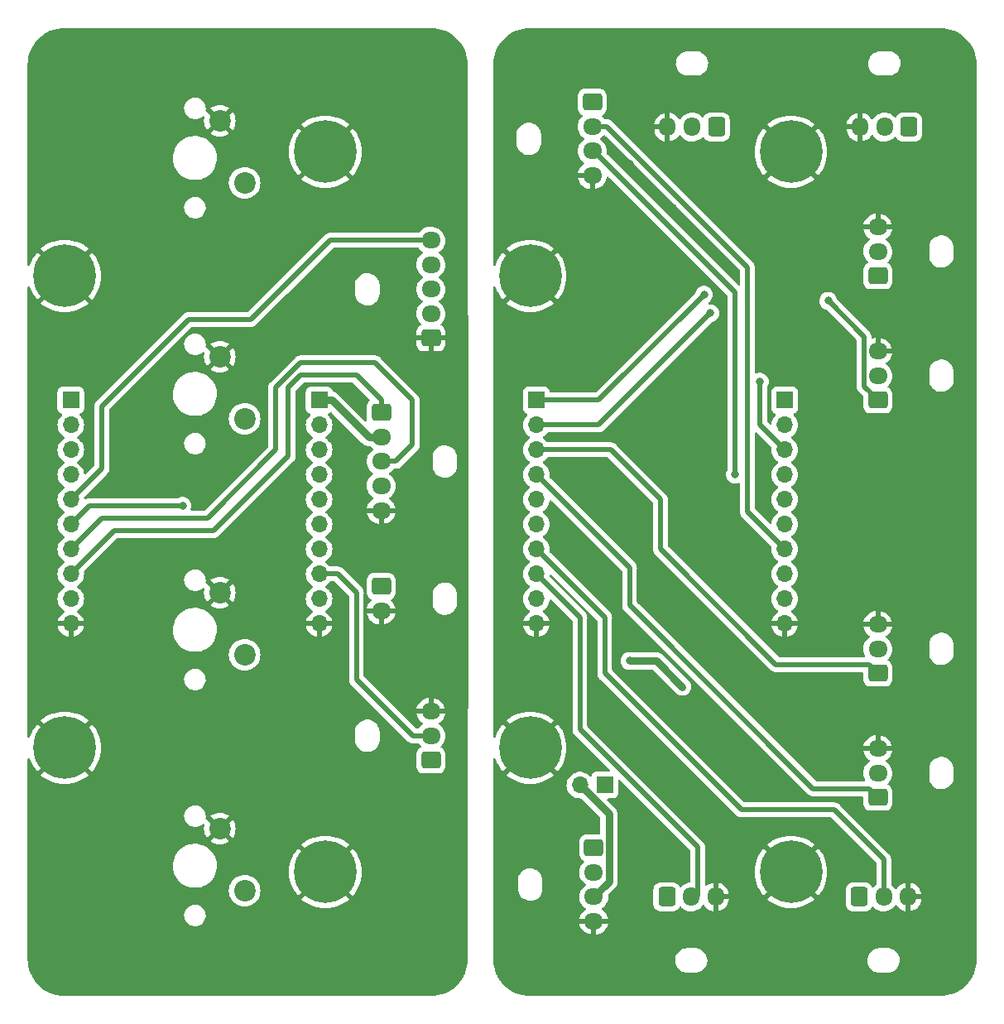
<source format=gbr>
G04 #@! TF.GenerationSoftware,KiCad,Pcbnew,7.0.7*
G04 #@! TF.CreationDate,2023-10-02T17:26:39+09:00*
G04 #@! TF.ProjectId,control_interface_boad_2021-2,636f6e74-726f-46c5-9f69-6e7465726661,rev?*
G04 #@! TF.SameCoordinates,Original*
G04 #@! TF.FileFunction,Copper,L2,Bot*
G04 #@! TF.FilePolarity,Positive*
%FSLAX46Y46*%
G04 Gerber Fmt 4.6, Leading zero omitted, Abs format (unit mm)*
G04 Created by KiCad (PCBNEW 7.0.7) date 2023-10-02 17:26:39*
%MOMM*%
%LPD*%
G01*
G04 APERTURE LIST*
G04 Aperture macros list*
%AMRoundRect*
0 Rectangle with rounded corners*
0 $1 Rounding radius*
0 $2 $3 $4 $5 $6 $7 $8 $9 X,Y pos of 4 corners*
0 Add a 4 corners polygon primitive as box body*
4,1,4,$2,$3,$4,$5,$6,$7,$8,$9,$2,$3,0*
0 Add four circle primitives for the rounded corners*
1,1,$1+$1,$2,$3*
1,1,$1+$1,$4,$5*
1,1,$1+$1,$6,$7*
1,1,$1+$1,$8,$9*
0 Add four rect primitives between the rounded corners*
20,1,$1+$1,$2,$3,$4,$5,0*
20,1,$1+$1,$4,$5,$6,$7,0*
20,1,$1+$1,$6,$7,$8,$9,0*
20,1,$1+$1,$8,$9,$2,$3,0*%
G04 Aperture macros list end*
G04 #@! TA.AperFunction,ComponentPad*
%ADD10C,2.200000*%
G04 #@! TD*
G04 #@! TA.AperFunction,ComponentPad*
%ADD11C,6.400000*%
G04 #@! TD*
G04 #@! TA.AperFunction,ComponentPad*
%ADD12RoundRect,0.250000X0.725000X-0.600000X0.725000X0.600000X-0.725000X0.600000X-0.725000X-0.600000X0*%
G04 #@! TD*
G04 #@! TA.AperFunction,ComponentPad*
%ADD13O,1.950000X1.700000*%
G04 #@! TD*
G04 #@! TA.AperFunction,ComponentPad*
%ADD14RoundRect,0.250000X-0.725000X0.600000X-0.725000X-0.600000X0.725000X-0.600000X0.725000X0.600000X0*%
G04 #@! TD*
G04 #@! TA.AperFunction,ComponentPad*
%ADD15RoundRect,0.250000X0.600000X0.725000X-0.600000X0.725000X-0.600000X-0.725000X0.600000X-0.725000X0*%
G04 #@! TD*
G04 #@! TA.AperFunction,ComponentPad*
%ADD16O,1.700000X1.950000*%
G04 #@! TD*
G04 #@! TA.AperFunction,ComponentPad*
%ADD17RoundRect,0.250000X-0.600000X-0.725000X0.600000X-0.725000X0.600000X0.725000X-0.600000X0.725000X0*%
G04 #@! TD*
G04 #@! TA.AperFunction,ComponentPad*
%ADD18R,1.700000X1.700000*%
G04 #@! TD*
G04 #@! TA.AperFunction,ComponentPad*
%ADD19O,1.700000X1.700000*%
G04 #@! TD*
G04 #@! TA.AperFunction,ViaPad*
%ADD20C,0.800000*%
G04 #@! TD*
G04 #@! TA.AperFunction,Conductor*
%ADD21C,0.500000*%
G04 #@! TD*
G04 #@! TA.AperFunction,Conductor*
%ADD22C,0.750000*%
G04 #@! TD*
G04 APERTURE END LIST*
D10*
X81280000Y-41275000D03*
X78740000Y-34925000D03*
X81280000Y-65405000D03*
X78740000Y-59055000D03*
X81280000Y-89535000D03*
X78740000Y-83185000D03*
X81280000Y-113665000D03*
X78740000Y-107315000D03*
D11*
X62865000Y-50800000D03*
X62865000Y-99060000D03*
X89535000Y-38100000D03*
X89535000Y-111760000D03*
X110490000Y-50800000D03*
X110490000Y-99060000D03*
X137160000Y-38100000D03*
X137160000Y-111760000D03*
D12*
X146050000Y-50800000D03*
D13*
X146050000Y-48300000D03*
X146050000Y-45800000D03*
D12*
X146050000Y-63500000D03*
D13*
X146050000Y-61000000D03*
X146050000Y-58500000D03*
D12*
X146050000Y-91440000D03*
D13*
X146050000Y-88940000D03*
X146050000Y-86440000D03*
D12*
X146050000Y-104140000D03*
D13*
X146050000Y-101640000D03*
X146050000Y-99140000D03*
D14*
X116840000Y-33020000D03*
D13*
X116840000Y-35520000D03*
X116840000Y-38020000D03*
X116840000Y-40520000D03*
D15*
X129540000Y-35560000D03*
D16*
X127040000Y-35560000D03*
X124540000Y-35560000D03*
D15*
X149225000Y-35560000D03*
D16*
X146725000Y-35560000D03*
X144225000Y-35560000D03*
D17*
X144145000Y-114300000D03*
D16*
X146645000Y-114300000D03*
X149145000Y-114300000D03*
D17*
X124460000Y-114300000D03*
D16*
X126960000Y-114300000D03*
X129460000Y-114300000D03*
D14*
X116990000Y-109280000D03*
D13*
X116990000Y-111780000D03*
X116990000Y-114280000D03*
X116990000Y-116780000D03*
D18*
X118110000Y-102870000D03*
D19*
X115570000Y-102870000D03*
D18*
X63500000Y-63500000D03*
D19*
X63500000Y-66040000D03*
X63500000Y-68580000D03*
X63500000Y-71120000D03*
X63500000Y-73660000D03*
X63500000Y-76200000D03*
X63500000Y-78740000D03*
X63500000Y-81280000D03*
X63500000Y-83820000D03*
X63500000Y-86360000D03*
D18*
X88900000Y-63500000D03*
D19*
X88900000Y-66040000D03*
X88900000Y-68580000D03*
X88900000Y-71120000D03*
X88900000Y-73660000D03*
X88900000Y-76200000D03*
X88900000Y-78740000D03*
X88900000Y-81280000D03*
X88900000Y-83820000D03*
X88900000Y-86360000D03*
D14*
X95250000Y-82550000D03*
D13*
X95250000Y-85050000D03*
D12*
X100330000Y-57150000D03*
D13*
X100330000Y-54650000D03*
X100330000Y-52150000D03*
X100330000Y-49650000D03*
X100330000Y-47150000D03*
D14*
X95250000Y-64770000D03*
D13*
X95250000Y-67270000D03*
X95250000Y-69770000D03*
X95250000Y-72270000D03*
X95250000Y-74770000D03*
D12*
X100330000Y-100330000D03*
D13*
X100330000Y-97830000D03*
X100330000Y-95330000D03*
D18*
X111125000Y-63500000D03*
D19*
X111125000Y-66040000D03*
X111125000Y-68580000D03*
X111125000Y-71120000D03*
X111125000Y-73660000D03*
X111125000Y-76200000D03*
X111125000Y-78740000D03*
X111125000Y-81280000D03*
X111125000Y-83820000D03*
X111125000Y-86360000D03*
D18*
X136525000Y-63500000D03*
D19*
X136525000Y-66040000D03*
X136525000Y-68580000D03*
X136525000Y-71120000D03*
X136525000Y-73660000D03*
X136525000Y-76200000D03*
X136525000Y-78740000D03*
X136525000Y-81280000D03*
X136525000Y-83820000D03*
X136525000Y-86360000D03*
D20*
X119380000Y-76835000D03*
X66675000Y-33020000D03*
X109220000Y-91440000D03*
X129540000Y-42545000D03*
X151765000Y-33020000D03*
X91440000Y-49530000D03*
X125730000Y-109220000D03*
X87630000Y-46355000D03*
X142240000Y-74930000D03*
X67310000Y-91440000D03*
X125095000Y-43815000D03*
X135255000Y-52070000D03*
X116840000Y-86360000D03*
X120650000Y-39370000D03*
X139065000Y-67310000D03*
X123825000Y-48895000D03*
X120650000Y-57785000D03*
X81915000Y-76200000D03*
X132080000Y-81915000D03*
X120015000Y-87630000D03*
X77470000Y-71755000D03*
X73660000Y-28575000D03*
X114300000Y-77470000D03*
X140970000Y-100330000D03*
X149860000Y-71755000D03*
X135255000Y-56515000D03*
X134620000Y-47625000D03*
X119380000Y-114300000D03*
X86360000Y-97155000D03*
X153035000Y-107315000D03*
X132080000Y-92710000D03*
X153035000Y-114935000D03*
X150495000Y-55880000D03*
X120650000Y-106045000D03*
X140970000Y-106680000D03*
X67310000Y-59690000D03*
X97155000Y-58420000D03*
X144780000Y-110490000D03*
X85725000Y-72390000D03*
X128905000Y-74295000D03*
X120650000Y-29845000D03*
X151130000Y-83185000D03*
X134620000Y-118110000D03*
X66675000Y-40640000D03*
X128905000Y-48260000D03*
X129540000Y-110490000D03*
X95250000Y-91440000D03*
X71755000Y-89535000D03*
X128270000Y-59055000D03*
X124460000Y-118110000D03*
X67310000Y-80645000D03*
X129540000Y-97790000D03*
X69850000Y-71755000D03*
X97155000Y-30480000D03*
X92710000Y-64135000D03*
X66675000Y-36830000D03*
X144780000Y-53340000D03*
X144780000Y-80645000D03*
X117475000Y-93980000D03*
X113030000Y-108585000D03*
X133350000Y-106680000D03*
X130810000Y-31750000D03*
X128270000Y-66675000D03*
X141605000Y-63500000D03*
X84455000Y-102870000D03*
X120650000Y-66675000D03*
X125730000Y-111760000D03*
X151130000Y-94615000D03*
X133985000Y-69850000D03*
X89535000Y-56515000D03*
X113030000Y-116840000D03*
X86360000Y-29845000D03*
X80010000Y-53340000D03*
X129540000Y-90170000D03*
X120650000Y-100330000D03*
X142875000Y-31115000D03*
X125730000Y-104140000D03*
X78105000Y-97155000D03*
X90805000Y-91440000D03*
X115570000Y-46990000D03*
X118745000Y-71755000D03*
X91440000Y-66675000D03*
X113030000Y-91440000D03*
X66675000Y-118110000D03*
X137160000Y-93980000D03*
X85090000Y-91440000D03*
X66675000Y-110490000D03*
X151765000Y-41275000D03*
X114935000Y-61595000D03*
X115570000Y-99060000D03*
X147320000Y-41275000D03*
X69850000Y-63500000D03*
X95250000Y-103505000D03*
X143510000Y-118110000D03*
X147320000Y-109220000D03*
X74930000Y-74295000D03*
X120650000Y-90170000D03*
X126060000Y-92820000D03*
X133985000Y-61595000D03*
X140970000Y-53340000D03*
X128905000Y-54610000D03*
X128270000Y-52705000D03*
X131445000Y-71120000D03*
D21*
X92710000Y-60960000D02*
X86995000Y-60960000D01*
X95250000Y-64770000D02*
X95250000Y-63500000D01*
X86995000Y-60960000D02*
X85725000Y-62230000D01*
X67945000Y-76835000D02*
X63500000Y-81280000D01*
X85725000Y-69215000D02*
X78105000Y-76835000D01*
X78105000Y-76835000D02*
X67945000Y-76835000D01*
X85725000Y-62230000D02*
X85725000Y-69215000D01*
X95250000Y-63500000D02*
X92710000Y-60960000D01*
X96725000Y-69770000D02*
X98425000Y-68070000D01*
X77470000Y-75565000D02*
X66675000Y-75565000D01*
X84455000Y-62230000D02*
X84455000Y-68580000D01*
X86995000Y-59690000D02*
X84455000Y-62230000D01*
X66675000Y-75565000D02*
X63500000Y-78740000D01*
X95250000Y-69770000D02*
X96725000Y-69770000D01*
X94615000Y-59690000D02*
X86995000Y-59690000D01*
X98425000Y-68070000D02*
X98425000Y-63500000D01*
X98425000Y-63500000D02*
X94615000Y-59690000D01*
X84455000Y-68580000D02*
X77470000Y-75565000D01*
X63500000Y-76200000D02*
X65405000Y-74295000D01*
X65405000Y-74295000D02*
X74930000Y-74295000D01*
X100330000Y-47150000D02*
X90010000Y-47150000D01*
X66675000Y-70485000D02*
X63500000Y-73660000D01*
X66675000Y-64135000D02*
X66675000Y-70485000D01*
X90010000Y-47150000D02*
X81915000Y-55245000D01*
X75565000Y-55245000D02*
X66675000Y-64135000D01*
X81915000Y-55245000D02*
X75565000Y-55245000D01*
X98465000Y-97830000D02*
X100330000Y-97830000D01*
X90805000Y-81280000D02*
X92710000Y-83185000D01*
X92710000Y-92075000D02*
X98465000Y-97830000D01*
X92710000Y-83185000D02*
X92710000Y-92075000D01*
X88900000Y-81280000D02*
X90805000Y-81280000D01*
D22*
X120650000Y-90170000D02*
X123410000Y-90170000D01*
X123410000Y-90170000D02*
X126060000Y-92820000D01*
X95085000Y-67310000D02*
X93980000Y-67310000D01*
X93980000Y-67310000D02*
X90170000Y-63500000D01*
X95125000Y-67270000D02*
X95085000Y-67310000D01*
X90170000Y-63500000D02*
X88900000Y-63500000D01*
X95250000Y-67270000D02*
X95125000Y-67270000D01*
D21*
X133985000Y-61595000D02*
X133985000Y-66040000D01*
X133985000Y-66040000D02*
X136525000Y-68580000D01*
X115570000Y-97155000D02*
X115570000Y-85725000D01*
X115570000Y-85725000D02*
X111125000Y-81280000D01*
X127635000Y-109220000D02*
X115570000Y-97155000D01*
X126960000Y-114300000D02*
X127496509Y-114300000D01*
X127635000Y-114161509D02*
X127635000Y-109220000D01*
X127496509Y-114300000D02*
X127635000Y-114161509D01*
X111974999Y-79589999D02*
X111125000Y-78740000D01*
X141605000Y-105410000D02*
X132080000Y-105410000D01*
X146645000Y-110450000D02*
X141605000Y-105410000D01*
X146645000Y-114300000D02*
X146645000Y-110450000D01*
X118110000Y-85725000D02*
X111974999Y-79589999D01*
X118110000Y-91440000D02*
X118110000Y-85725000D01*
X132080000Y-105410000D02*
X118110000Y-91440000D01*
X145151628Y-103241628D02*
X139436628Y-103241628D01*
X146050000Y-104140000D02*
X145151628Y-103241628D01*
X120650000Y-84455000D02*
X120650000Y-80645000D01*
X120650000Y-80645000D02*
X111125000Y-71120000D01*
X139436628Y-103241628D02*
X120650000Y-84455000D01*
X135626628Y-90541628D02*
X123825000Y-78740000D01*
X112327081Y-68580000D02*
X111125000Y-68580000D01*
X118745000Y-68580000D02*
X112327081Y-68580000D01*
X123825000Y-73660000D02*
X118745000Y-68580000D01*
X145151628Y-90541628D02*
X135626628Y-90541628D01*
X146050000Y-91440000D02*
X145151628Y-90541628D01*
X123825000Y-78740000D02*
X123825000Y-73660000D01*
X128905000Y-54610000D02*
X117475000Y-66040000D01*
X117475000Y-66040000D02*
X111125000Y-66040000D01*
X146050000Y-63500000D02*
X144624990Y-62074990D01*
X144624990Y-62074990D02*
X144624990Y-56994990D01*
X144624990Y-56994990D02*
X140970000Y-53340000D01*
X128270000Y-52705000D02*
X117475000Y-63500000D01*
X117475000Y-63500000D02*
X111125000Y-63500000D01*
X116840000Y-35520000D02*
X118315000Y-35520000D01*
X132715000Y-49920000D02*
X132715000Y-74930000D01*
X118315000Y-35520000D02*
X132715000Y-49920000D01*
X132715000Y-74930000D02*
X136525000Y-78740000D01*
X131445000Y-52500000D02*
X131445000Y-71120000D01*
X116840000Y-38020000D02*
X116965000Y-38020000D01*
X116965000Y-38020000D02*
X131445000Y-52500000D01*
D22*
X118540000Y-112730000D02*
X116990000Y-114280000D01*
X118540000Y-105840000D02*
X118540000Y-112730000D01*
X115570000Y-102870000D02*
X118540000Y-105840000D01*
G04 #@! TA.AperFunction,Conductor*
G36*
X100331544Y-25425575D02*
G01*
X100697852Y-25443571D01*
X100704003Y-25444176D01*
X101065260Y-25497764D01*
X101071302Y-25498965D01*
X101425578Y-25587706D01*
X101431482Y-25589496D01*
X101641967Y-25664809D01*
X101775349Y-25712535D01*
X101781064Y-25714902D01*
X102111202Y-25871046D01*
X102116658Y-25873962D01*
X102429902Y-26061712D01*
X102435036Y-26065142D01*
X102728393Y-26282711D01*
X102733153Y-26286619D01*
X103003761Y-26531883D01*
X103008116Y-26536238D01*
X103094120Y-26631129D01*
X103253378Y-26806844D01*
X103257290Y-26811609D01*
X103474850Y-27104953D01*
X103478287Y-27110097D01*
X103666037Y-27423341D01*
X103668953Y-27428797D01*
X103825097Y-27758935D01*
X103827464Y-27764650D01*
X103950499Y-28108506D01*
X103952294Y-28114426D01*
X104041030Y-28468678D01*
X104042236Y-28474745D01*
X104095822Y-28835991D01*
X104096428Y-28842147D01*
X104114424Y-29208449D01*
X104114500Y-29211541D01*
X104114500Y-54717349D01*
X104138281Y-54859858D01*
X104140000Y-54880597D01*
X104140000Y-94979395D01*
X104138282Y-95000133D01*
X104131152Y-95042864D01*
X104114500Y-95142652D01*
X104114500Y-95142654D01*
X104114500Y-95142655D01*
X104114500Y-120648458D01*
X104114424Y-120651550D01*
X104096428Y-121017852D01*
X104095822Y-121024008D01*
X104042236Y-121385254D01*
X104041030Y-121391321D01*
X103952294Y-121745573D01*
X103950499Y-121751493D01*
X103827464Y-122095349D01*
X103825097Y-122101064D01*
X103668953Y-122431202D01*
X103666037Y-122436658D01*
X103478287Y-122749902D01*
X103474850Y-122755046D01*
X103257297Y-123048380D01*
X103253378Y-123053155D01*
X103008126Y-123323751D01*
X103003751Y-123328126D01*
X102733155Y-123573378D01*
X102728380Y-123577297D01*
X102539927Y-123717064D01*
X102435046Y-123794850D01*
X102429902Y-123798287D01*
X102116658Y-123986037D01*
X102111202Y-123988953D01*
X101781064Y-124145097D01*
X101775349Y-124147464D01*
X101431493Y-124270499D01*
X101425573Y-124272294D01*
X101071321Y-124361030D01*
X101065254Y-124362236D01*
X100704008Y-124415822D01*
X100697852Y-124416428D01*
X100378113Y-124432136D01*
X100331544Y-124434424D01*
X100328458Y-124434500D01*
X62866542Y-124434500D01*
X62863455Y-124434424D01*
X62814789Y-124432033D01*
X62497147Y-124416428D01*
X62490991Y-124415822D01*
X62129745Y-124362236D01*
X62123682Y-124361030D01*
X62012885Y-124333277D01*
X61769426Y-124272294D01*
X61763506Y-124270499D01*
X61419650Y-124147464D01*
X61413935Y-124145097D01*
X61083797Y-123988953D01*
X61078341Y-123986037D01*
X60765097Y-123798287D01*
X60759959Y-123794854D01*
X60466609Y-123577290D01*
X60461844Y-123573378D01*
X60191238Y-123328116D01*
X60186883Y-123323761D01*
X59941619Y-123053153D01*
X59937711Y-123048393D01*
X59720142Y-122755036D01*
X59716712Y-122749902D01*
X59528962Y-122436658D01*
X59526046Y-122431202D01*
X59369902Y-122101064D01*
X59367535Y-122095349D01*
X59313273Y-121943699D01*
X59244496Y-121751482D01*
X59242705Y-121745573D01*
X59153965Y-121391302D01*
X59152763Y-121385254D01*
X59127280Y-121213464D01*
X59099176Y-121024003D01*
X59098571Y-121017852D01*
X59080575Y-120651544D01*
X59080500Y-120648458D01*
X59080500Y-116152396D01*
X75095745Y-116152396D01*
X75105744Y-116362319D01*
X75105746Y-116362332D01*
X75155295Y-116566572D01*
X75155298Y-116566583D01*
X75225885Y-116721144D01*
X75242604Y-116757753D01*
X75364514Y-116928952D01*
X75516622Y-117073986D01*
X75693428Y-117187613D01*
X75888543Y-117265725D01*
X76094915Y-117305500D01*
X76094919Y-117305500D01*
X76252423Y-117305500D01*
X76252425Y-117305500D01*
X76409218Y-117290528D01*
X76610875Y-117231316D01*
X76797682Y-117135011D01*
X76962886Y-117005092D01*
X77100519Y-116846256D01*
X77205604Y-116664244D01*
X77274344Y-116465633D01*
X77304254Y-116257602D01*
X77299243Y-116152396D01*
X77294255Y-116047680D01*
X77294254Y-116047675D01*
X77294254Y-116047670D01*
X77244704Y-115843424D01*
X77244701Y-115843419D01*
X77244701Y-115843416D01*
X77200100Y-115745755D01*
X77157396Y-115652247D01*
X77035486Y-115481048D01*
X76883378Y-115336014D01*
X76706572Y-115222387D01*
X76511457Y-115144275D01*
X76511456Y-115144274D01*
X76511454Y-115144274D01*
X76305089Y-115104500D01*
X76305085Y-115104500D01*
X76147575Y-115104500D01*
X76147573Y-115104500D01*
X76147555Y-115104501D01*
X75990792Y-115119470D01*
X75990777Y-115119473D01*
X75789127Y-115178683D01*
X75789116Y-115178687D01*
X75602321Y-115274986D01*
X75602318Y-115274988D01*
X75437115Y-115404907D01*
X75437107Y-115404914D01*
X75299485Y-115563738D01*
X75299479Y-115563746D01*
X75194396Y-115745755D01*
X75194393Y-115745760D01*
X75125658Y-115944359D01*
X75125654Y-115944374D01*
X75095745Y-116152396D01*
X59080500Y-116152396D01*
X59080500Y-113665000D01*
X79666526Y-113665000D01*
X79686391Y-113917403D01*
X79692418Y-113942508D01*
X79745494Y-114163589D01*
X79745495Y-114163591D01*
X79842384Y-114397502D01*
X79974672Y-114613376D01*
X80139102Y-114805898D01*
X80331624Y-114970328D01*
X80547498Y-115102616D01*
X80781409Y-115199505D01*
X81027597Y-115258609D01*
X81280000Y-115278474D01*
X81532403Y-115258609D01*
X81778591Y-115199505D01*
X82012502Y-115102616D01*
X82228376Y-114970328D01*
X82420898Y-114805898D01*
X82585328Y-114613376D01*
X82717616Y-114397502D01*
X82814505Y-114163591D01*
X82873609Y-113917403D01*
X82893474Y-113665000D01*
X82873609Y-113412597D01*
X82814505Y-113166409D01*
X82717616Y-112932498D01*
X82585328Y-112716624D01*
X82420898Y-112524102D01*
X82228376Y-112359672D01*
X82012502Y-112227384D01*
X81778591Y-112130495D01*
X81778589Y-112130494D01*
X81610177Y-112090062D01*
X81532403Y-112071391D01*
X81280000Y-112051526D01*
X81027597Y-112071391D01*
X80781410Y-112130494D01*
X80547499Y-112227383D01*
X80331625Y-112359671D01*
X80139102Y-112524102D01*
X79974671Y-112716625D01*
X79842383Y-112932499D01*
X79745494Y-113166410D01*
X79698919Y-113360412D01*
X79686391Y-113412597D01*
X79666526Y-113665000D01*
X59080500Y-113665000D01*
X59080500Y-111200376D01*
X73945723Y-111200376D01*
X73975880Y-111500153D01*
X74045731Y-111793263D01*
X74045732Y-111793264D01*
X74154020Y-112074429D01*
X74298826Y-112338667D01*
X74477553Y-112581237D01*
X74477554Y-112581238D01*
X74687020Y-112797824D01*
X74923485Y-112984558D01*
X75182730Y-113138109D01*
X75460128Y-113255736D01*
X75750729Y-113335340D01*
X76049347Y-113375500D01*
X76049351Y-113375500D01*
X76275240Y-113375500D01*
X76275244Y-113375500D01*
X76500634Y-113360412D01*
X76795903Y-113300396D01*
X77080537Y-113201560D01*
X77349459Y-113065668D01*
X77597869Y-112895144D01*
X77821333Y-112693032D01*
X78015865Y-112462939D01*
X78177993Y-112208970D01*
X78304823Y-111935658D01*
X78359311Y-111760006D01*
X85821911Y-111760006D01*
X85842250Y-112148114D01*
X85903051Y-112531995D01*
X86003644Y-112907414D01*
X86142919Y-113270239D01*
X86142923Y-113270247D01*
X86319365Y-113616535D01*
X86319369Y-113616541D01*
X86531042Y-113942491D01*
X86531054Y-113942508D01*
X86737876Y-114197911D01*
X88138276Y-112797511D01*
X88200589Y-112763486D01*
X88271404Y-112768550D01*
X88323181Y-112804773D01*
X88400130Y-112894869D01*
X88400130Y-112894870D01*
X88490222Y-112971816D01*
X88529031Y-113031267D01*
X88529537Y-113102262D01*
X88497486Y-113156722D01*
X87097086Y-114557121D01*
X87097087Y-114557122D01*
X87352491Y-114763945D01*
X87352508Y-114763957D01*
X87678458Y-114975630D01*
X87678464Y-114975634D01*
X88024752Y-115152076D01*
X88024760Y-115152080D01*
X88387585Y-115291355D01*
X88763004Y-115391948D01*
X89146885Y-115452749D01*
X89534994Y-115473089D01*
X89535006Y-115473089D01*
X89923114Y-115452749D01*
X90306995Y-115391948D01*
X90682414Y-115291355D01*
X91045239Y-115152080D01*
X91045247Y-115152076D01*
X91391535Y-114975634D01*
X91391541Y-114975630D01*
X91717501Y-114763950D01*
X91972912Y-114557121D01*
X90572512Y-113156722D01*
X90538487Y-113094410D01*
X90543551Y-113023595D01*
X90579774Y-112971818D01*
X90669870Y-112894870D01*
X90746818Y-112804775D01*
X90806265Y-112765968D01*
X90877260Y-112765460D01*
X90931722Y-112797512D01*
X92332121Y-114197912D01*
X92538950Y-113942501D01*
X92750630Y-113616541D01*
X92750634Y-113616535D01*
X92927076Y-113270247D01*
X92927080Y-113270239D01*
X93066355Y-112907414D01*
X93166948Y-112531995D01*
X93227749Y-112148114D01*
X93248089Y-111760006D01*
X93248089Y-111759993D01*
X93227749Y-111371885D01*
X93166948Y-110988004D01*
X93066355Y-110612585D01*
X92927080Y-110249760D01*
X92927076Y-110249752D01*
X92750628Y-109903455D01*
X92538957Y-109577508D01*
X92538945Y-109577491D01*
X92332122Y-109322087D01*
X92332121Y-109322086D01*
X90931722Y-110722486D01*
X90869410Y-110756512D01*
X90798595Y-110751447D01*
X90746816Y-110715222D01*
X90669870Y-110625130D01*
X90669869Y-110625130D01*
X90579774Y-110548181D01*
X90540967Y-110488733D01*
X90540459Y-110417739D01*
X90572511Y-110363276D01*
X91972911Y-108962876D01*
X91717508Y-108756054D01*
X91717491Y-108756042D01*
X91391541Y-108544369D01*
X91391535Y-108544365D01*
X91045247Y-108367923D01*
X91045239Y-108367919D01*
X90682414Y-108228644D01*
X90306995Y-108128051D01*
X89923114Y-108067250D01*
X89535006Y-108046911D01*
X89534994Y-108046911D01*
X89146885Y-108067250D01*
X88763004Y-108128051D01*
X88387585Y-108228644D01*
X88024760Y-108367919D01*
X88024752Y-108367923D01*
X87678455Y-108544371D01*
X87352502Y-108756047D01*
X87097086Y-108962877D01*
X88497487Y-110363277D01*
X88531512Y-110425589D01*
X88526448Y-110496404D01*
X88490223Y-110548183D01*
X88400130Y-110625130D01*
X88323183Y-110715223D01*
X88263732Y-110754032D01*
X88192737Y-110754538D01*
X88138277Y-110722487D01*
X86737877Y-109322086D01*
X86531047Y-109577502D01*
X86319371Y-109903455D01*
X86142923Y-110249752D01*
X86142919Y-110249760D01*
X86003644Y-110612585D01*
X85903051Y-110988004D01*
X85842250Y-111371885D01*
X85821911Y-111759993D01*
X85821911Y-111760006D01*
X78359311Y-111760006D01*
X78394093Y-111647879D01*
X78444209Y-111350770D01*
X78454277Y-111049631D01*
X78430838Y-110816635D01*
X78424119Y-110749846D01*
X78424118Y-110749844D01*
X78424118Y-110749838D01*
X78354269Y-110456739D01*
X78299423Y-110314336D01*
X78245979Y-110175570D01*
X78245564Y-110174812D01*
X78101175Y-109911335D01*
X77922446Y-109668762D01*
X77712980Y-109452176D01*
X77476519Y-109265445D01*
X77476517Y-109265443D01*
X77339574Y-109184332D01*
X77217270Y-109111891D01*
X76939872Y-108994264D01*
X76649271Y-108914660D01*
X76350653Y-108874500D01*
X76124756Y-108874500D01*
X75944443Y-108886570D01*
X75899365Y-108889588D01*
X75899357Y-108889589D01*
X75604100Y-108949603D01*
X75604092Y-108949605D01*
X75319467Y-109048438D01*
X75319458Y-109048442D01*
X75050539Y-109184332D01*
X74802129Y-109354857D01*
X74802123Y-109354862D01*
X74578666Y-109556968D01*
X74578665Y-109556970D01*
X74384135Y-109787060D01*
X74384129Y-109787068D01*
X74222008Y-110041026D01*
X74095178Y-110314336D01*
X74095177Y-110314341D01*
X74005907Y-110602119D01*
X73955791Y-110899226D01*
X73945723Y-111200376D01*
X59080500Y-111200376D01*
X59080500Y-105992396D01*
X75095745Y-105992396D01*
X75105744Y-106202319D01*
X75105746Y-106202332D01*
X75155295Y-106406572D01*
X75155298Y-106406583D01*
X75207789Y-106521520D01*
X75242604Y-106597753D01*
X75364514Y-106768952D01*
X75516622Y-106913986D01*
X75693428Y-107027613D01*
X75888543Y-107105725D01*
X76094915Y-107145500D01*
X76094919Y-107145500D01*
X76252423Y-107145500D01*
X76252425Y-107145500D01*
X76409218Y-107130528D01*
X76610875Y-107071316D01*
X76627635Y-107062676D01*
X76797678Y-106975013D01*
X76797677Y-106975013D01*
X76797682Y-106975011D01*
X76962886Y-106845092D01*
X76962887Y-106845090D01*
X76967603Y-106841382D01*
X76969013Y-106843175D01*
X77023148Y-106815263D01*
X77093824Y-106822008D01*
X77149633Y-106865892D01*
X77172858Y-106932982D01*
X77169520Y-106968398D01*
X77146886Y-107062675D01*
X77127028Y-107314999D01*
X77146886Y-107567323D01*
X77205971Y-107813434D01*
X77302830Y-108047272D01*
X77434177Y-108261611D01*
X77947615Y-107748172D01*
X78009928Y-107714147D01*
X78080743Y-107719211D01*
X78137579Y-107761758D01*
X78137778Y-107762024D01*
X78190755Y-107833184D01*
X78297627Y-107922862D01*
X78336953Y-107981972D01*
X78338079Y-108052960D01*
X78305730Y-108108478D01*
X77793387Y-108620820D01*
X77793387Y-108620822D01*
X78007727Y-108752169D01*
X78241565Y-108849028D01*
X78487676Y-108908113D01*
X78740000Y-108927971D01*
X78992323Y-108908113D01*
X79238434Y-108849028D01*
X79472277Y-108752167D01*
X79686611Y-108620822D01*
X79686611Y-108620820D01*
X79174199Y-108108408D01*
X79140173Y-108046096D01*
X79145238Y-107975281D01*
X79187785Y-107918445D01*
X79194034Y-107914056D01*
X79225373Y-107893445D01*
X79345688Y-107765918D01*
X79345691Y-107765912D01*
X79345862Y-107765684D01*
X79346023Y-107765562D01*
X79350725Y-107760579D01*
X79351576Y-107761382D01*
X79402581Y-107722982D01*
X79473382Y-107717724D01*
X79535787Y-107751578D01*
X80045820Y-108261611D01*
X80045822Y-108261611D01*
X80177167Y-108047277D01*
X80274028Y-107813434D01*
X80333113Y-107567323D01*
X80352971Y-107314999D01*
X80333113Y-107062676D01*
X80274028Y-106816565D01*
X80177169Y-106582727D01*
X80045822Y-106368387D01*
X80045820Y-106368387D01*
X79532382Y-106881826D01*
X79470070Y-106915852D01*
X79399255Y-106910787D01*
X79342419Y-106868240D01*
X79342220Y-106867973D01*
X79289246Y-106796817D01*
X79182371Y-106707137D01*
X79143045Y-106648027D01*
X79141919Y-106577039D01*
X79174268Y-106521520D01*
X79686611Y-106009177D01*
X79472272Y-105877830D01*
X79238434Y-105780971D01*
X78992323Y-105721886D01*
X78740000Y-105702028D01*
X78487676Y-105721886D01*
X78241565Y-105780971D01*
X78007727Y-105877830D01*
X77793387Y-106009176D01*
X77793387Y-106009177D01*
X78305801Y-106521590D01*
X78339826Y-106583903D01*
X78334762Y-106654718D01*
X78292215Y-106711554D01*
X78285944Y-106715957D01*
X78254631Y-106736551D01*
X78254624Y-106736557D01*
X78134311Y-106864083D01*
X78134122Y-106864337D01*
X78133947Y-106864467D01*
X78129276Y-106869420D01*
X78128429Y-106868621D01*
X78077394Y-106907027D01*
X78006591Y-106912271D01*
X77944193Y-106878403D01*
X77943967Y-106878178D01*
X77434177Y-106368387D01*
X77425265Y-106369442D01*
X77355265Y-106357585D01*
X77302788Y-106309766D01*
X77284494Y-106241166D01*
X77285738Y-106226383D01*
X77289197Y-106202330D01*
X77304254Y-106097602D01*
X77299243Y-105992396D01*
X77294255Y-105887680D01*
X77294254Y-105887675D01*
X77294254Y-105887670D01*
X77244704Y-105683424D01*
X77244701Y-105683419D01*
X77244701Y-105683416D01*
X77200100Y-105585755D01*
X77157396Y-105492247D01*
X77035486Y-105321048D01*
X76883378Y-105176014D01*
X76706572Y-105062387D01*
X76511457Y-104984275D01*
X76511456Y-104984274D01*
X76511454Y-104984274D01*
X76305089Y-104944500D01*
X76305085Y-104944500D01*
X76147575Y-104944500D01*
X76147573Y-104944500D01*
X76147555Y-104944501D01*
X75990792Y-104959470D01*
X75990777Y-104959473D01*
X75789127Y-105018683D01*
X75789116Y-105018687D01*
X75602321Y-105114986D01*
X75602318Y-105114988D01*
X75437115Y-105244907D01*
X75437107Y-105244914D01*
X75299485Y-105403738D01*
X75299479Y-105403746D01*
X75194396Y-105585755D01*
X75194393Y-105585760D01*
X75125658Y-105784359D01*
X75125654Y-105784374D01*
X75095745Y-105992396D01*
X59080500Y-105992396D01*
X59080500Y-100219731D01*
X59100502Y-100151610D01*
X59154158Y-100105117D01*
X59224432Y-100095013D01*
X59289012Y-100124507D01*
X59327396Y-100184233D01*
X59328207Y-100187120D01*
X59333644Y-100207414D01*
X59472919Y-100570239D01*
X59472923Y-100570247D01*
X59649365Y-100916535D01*
X59649369Y-100916541D01*
X59861042Y-101242491D01*
X59861054Y-101242508D01*
X60067876Y-101497911D01*
X61468276Y-100097511D01*
X61530589Y-100063486D01*
X61601404Y-100068550D01*
X61653181Y-100104773D01*
X61693183Y-100151610D01*
X61730130Y-100194870D01*
X61820222Y-100271816D01*
X61859031Y-100331267D01*
X61859537Y-100402262D01*
X61827486Y-100456722D01*
X60427086Y-101857121D01*
X60427087Y-101857122D01*
X60682491Y-102063945D01*
X60682508Y-102063957D01*
X61008458Y-102275630D01*
X61008464Y-102275634D01*
X61354752Y-102452076D01*
X61354760Y-102452080D01*
X61717585Y-102591355D01*
X62093004Y-102691948D01*
X62476885Y-102752749D01*
X62864994Y-102773089D01*
X62865006Y-102773089D01*
X63253114Y-102752749D01*
X63636995Y-102691948D01*
X64012414Y-102591355D01*
X64375239Y-102452080D01*
X64375247Y-102452076D01*
X64721535Y-102275634D01*
X64721541Y-102275630D01*
X65047501Y-102063950D01*
X65302912Y-101857121D01*
X63902512Y-100456722D01*
X63868487Y-100394410D01*
X63873551Y-100323595D01*
X63909774Y-100271818D01*
X63999870Y-100194870D01*
X64076818Y-100104775D01*
X64136265Y-100065968D01*
X64207260Y-100065460D01*
X64261722Y-100097512D01*
X65662121Y-101497912D01*
X65868950Y-101242501D01*
X66080630Y-100916541D01*
X66080634Y-100916535D01*
X66257076Y-100570247D01*
X66257080Y-100570239D01*
X66396355Y-100207414D01*
X66496948Y-99831995D01*
X66557749Y-99448114D01*
X66578089Y-99060006D01*
X66578089Y-99059993D01*
X66557749Y-98671885D01*
X66496948Y-98288004D01*
X66496453Y-98286155D01*
X92579500Y-98286155D01*
X92582616Y-98320773D01*
X92594622Y-98454189D01*
X92654505Y-98671167D01*
X92752168Y-98873968D01*
X92752173Y-98873976D01*
X92884478Y-99056078D01*
X92884479Y-99056079D01*
X93047172Y-99211630D01*
X93114915Y-99256347D01*
X93235032Y-99335635D01*
X93442012Y-99424103D01*
X93661463Y-99474191D01*
X93886330Y-99484290D01*
X94109387Y-99454075D01*
X94323464Y-99384517D01*
X94521681Y-99277852D01*
X94697666Y-99137508D01*
X94845765Y-98967996D01*
X94961215Y-98774764D01*
X95040307Y-98564024D01*
X95080500Y-98342547D01*
X95080500Y-97373845D01*
X95066311Y-97216187D01*
X95065377Y-97205810D01*
X95005494Y-96988832D01*
X94907831Y-96786031D01*
X94907826Y-96786023D01*
X94839515Y-96692001D01*
X94775522Y-96603922D01*
X94762357Y-96591335D01*
X94612827Y-96448369D01*
X94424972Y-96324367D01*
X94424964Y-96324363D01*
X94217988Y-96235897D01*
X94217986Y-96235896D01*
X93998537Y-96185809D01*
X93773673Y-96175710D01*
X93773672Y-96175710D01*
X93773670Y-96175710D01*
X93678074Y-96188659D01*
X93550609Y-96205925D01*
X93336532Y-96275484D01*
X93138324Y-96382144D01*
X93138317Y-96382148D01*
X92962332Y-96522493D01*
X92814237Y-96692001D01*
X92698785Y-96885235D01*
X92619691Y-97095980D01*
X92597878Y-97216184D01*
X92579500Y-97317453D01*
X92579500Y-98286155D01*
X66496453Y-98286155D01*
X66396355Y-97912585D01*
X66257080Y-97549760D01*
X66257076Y-97549752D01*
X66080628Y-97203455D01*
X65868957Y-96877508D01*
X65868945Y-96877491D01*
X65662122Y-96622087D01*
X65662121Y-96622086D01*
X64261722Y-98022486D01*
X64199410Y-98056512D01*
X64128595Y-98051447D01*
X64076816Y-98015222D01*
X63999870Y-97925130D01*
X63999869Y-97925130D01*
X63909774Y-97848181D01*
X63870967Y-97788733D01*
X63870459Y-97717739D01*
X63902511Y-97663276D01*
X65302911Y-96262876D01*
X65047508Y-96056054D01*
X65047491Y-96056042D01*
X64721541Y-95844369D01*
X64721535Y-95844365D01*
X64375247Y-95667923D01*
X64375239Y-95667919D01*
X64012414Y-95528644D01*
X63636995Y-95428051D01*
X63253114Y-95367250D01*
X62865006Y-95346911D01*
X62864994Y-95346911D01*
X62476885Y-95367250D01*
X62093004Y-95428051D01*
X61717585Y-95528644D01*
X61354760Y-95667919D01*
X61354752Y-95667923D01*
X61008455Y-95844371D01*
X60682502Y-96056047D01*
X60427086Y-96262877D01*
X61827487Y-97663277D01*
X61861512Y-97725589D01*
X61856448Y-97796404D01*
X61820223Y-97848183D01*
X61730130Y-97925130D01*
X61653183Y-98015223D01*
X61593732Y-98054032D01*
X61522737Y-98054538D01*
X61468277Y-98022487D01*
X60067877Y-96622086D01*
X59861047Y-96877502D01*
X59649371Y-97203455D01*
X59472923Y-97549752D01*
X59472919Y-97549760D01*
X59333643Y-97912588D01*
X59333641Y-97912596D01*
X59328206Y-97932880D01*
X59291255Y-97993502D01*
X59227394Y-98024524D01*
X59156899Y-98016094D01*
X59102153Y-97970891D01*
X59080536Y-97903266D01*
X59080500Y-97900268D01*
X59080500Y-92022396D01*
X75095745Y-92022396D01*
X75105744Y-92232319D01*
X75105746Y-92232332D01*
X75155295Y-92436572D01*
X75155298Y-92436583D01*
X75225885Y-92591144D01*
X75242604Y-92627753D01*
X75364514Y-92798952D01*
X75516622Y-92943986D01*
X75693428Y-93057613D01*
X75888543Y-93135725D01*
X76094915Y-93175500D01*
X76094919Y-93175500D01*
X76252423Y-93175500D01*
X76252425Y-93175500D01*
X76409218Y-93160528D01*
X76610875Y-93101316D01*
X76797682Y-93005011D01*
X76962886Y-92875092D01*
X77100519Y-92716256D01*
X77205604Y-92534244D01*
X77274344Y-92335633D01*
X77289626Y-92229336D01*
X77304254Y-92127603D01*
X77294255Y-91917680D01*
X77294254Y-91917675D01*
X77294254Y-91917670D01*
X77244704Y-91713424D01*
X77244701Y-91713419D01*
X77244701Y-91713416D01*
X77200100Y-91615755D01*
X77157396Y-91522247D01*
X77035486Y-91351048D01*
X76883378Y-91206014D01*
X76706572Y-91092387D01*
X76511457Y-91014275D01*
X76511456Y-91014274D01*
X76511454Y-91014274D01*
X76305089Y-90974500D01*
X76305085Y-90974500D01*
X76147575Y-90974500D01*
X76147573Y-90974500D01*
X76147555Y-90974501D01*
X75990792Y-90989470D01*
X75990777Y-90989473D01*
X75789127Y-91048683D01*
X75789116Y-91048687D01*
X75602321Y-91144986D01*
X75602318Y-91144988D01*
X75437115Y-91274907D01*
X75437107Y-91274914D01*
X75299485Y-91433738D01*
X75299479Y-91433746D01*
X75194396Y-91615755D01*
X75194393Y-91615760D01*
X75125658Y-91814359D01*
X75125654Y-91814374D01*
X75095745Y-92022396D01*
X59080500Y-92022396D01*
X59080500Y-89535000D01*
X79666526Y-89535000D01*
X79686391Y-89787402D01*
X79745494Y-90033589D01*
X79745495Y-90033591D01*
X79842384Y-90267502D01*
X79974672Y-90483376D01*
X80139102Y-90675898D01*
X80331624Y-90840328D01*
X80547498Y-90972616D01*
X80781409Y-91069505D01*
X81027597Y-91128609D01*
X81280000Y-91148474D01*
X81532403Y-91128609D01*
X81778591Y-91069505D01*
X82012502Y-90972616D01*
X82228376Y-90840328D01*
X82420898Y-90675898D01*
X82585328Y-90483376D01*
X82717616Y-90267502D01*
X82814505Y-90033591D01*
X82873609Y-89787403D01*
X82893474Y-89535000D01*
X82873609Y-89282597D01*
X82814505Y-89036409D01*
X82717616Y-88802498D01*
X82585328Y-88586624D01*
X82420898Y-88394102D01*
X82228376Y-88229672D01*
X82012502Y-88097384D01*
X81778591Y-88000495D01*
X81778589Y-88000494D01*
X81610177Y-87960062D01*
X81532403Y-87941391D01*
X81280000Y-87921526D01*
X81027597Y-87941391D01*
X80781410Y-88000494D01*
X80547499Y-88097383D01*
X80331625Y-88229671D01*
X80139102Y-88394102D01*
X79974671Y-88586625D01*
X79842383Y-88802499D01*
X79745494Y-89036410D01*
X79686391Y-89282597D01*
X79666526Y-89535000D01*
X59080500Y-89535000D01*
X59080500Y-83820000D01*
X62136844Y-83820000D01*
X62155390Y-84043815D01*
X62155437Y-84044375D01*
X62210702Y-84262612D01*
X62210703Y-84262613D01*
X62210704Y-84262616D01*
X62301140Y-84468791D01*
X62301141Y-84468793D01*
X62424275Y-84657265D01*
X62424279Y-84657270D01*
X62518471Y-84759588D01*
X62553805Y-84797971D01*
X62576762Y-84822908D01*
X62603830Y-84843976D01*
X62754424Y-84961189D01*
X62788205Y-84979470D01*
X62838596Y-85029482D01*
X62853949Y-85098799D01*
X62829389Y-85165412D01*
X62788209Y-85201096D01*
X62754704Y-85219228D01*
X62754698Y-85219232D01*
X62577097Y-85357465D01*
X62424674Y-85523041D01*
X62301580Y-85711451D01*
X62211179Y-85917543D01*
X62211176Y-85917550D01*
X62163455Y-86105999D01*
X62163456Y-86106000D01*
X62885156Y-86106000D01*
X62953277Y-86126002D01*
X62999770Y-86179658D01*
X63009874Y-86249932D01*
X63006053Y-86267496D01*
X63000000Y-86288111D01*
X63000000Y-86431888D01*
X63006053Y-86452504D01*
X63006052Y-86523500D01*
X62967667Y-86583226D01*
X62903086Y-86612718D01*
X62885156Y-86614000D01*
X62163455Y-86614000D01*
X62211176Y-86802449D01*
X62211179Y-86802456D01*
X62301580Y-87008548D01*
X62424674Y-87196958D01*
X62577097Y-87362534D01*
X62754698Y-87500767D01*
X62754699Y-87500768D01*
X62952628Y-87607882D01*
X62952630Y-87607883D01*
X63165483Y-87680955D01*
X63165490Y-87680957D01*
X63245999Y-87694391D01*
X63245999Y-86974033D01*
X63266001Y-86905912D01*
X63319657Y-86859419D01*
X63389926Y-86849315D01*
X63464237Y-86860000D01*
X63535763Y-86860000D01*
X63610069Y-86849316D01*
X63680341Y-86859419D01*
X63733997Y-86905911D01*
X63754000Y-86974031D01*
X63754000Y-87694390D01*
X63834507Y-87680957D01*
X63834516Y-87680955D01*
X64047369Y-87607883D01*
X64047371Y-87607882D01*
X64245300Y-87500768D01*
X64245301Y-87500767D01*
X64422902Y-87362534D01*
X64575325Y-87196958D01*
X64658025Y-87070376D01*
X73945723Y-87070376D01*
X73975880Y-87370153D01*
X74045731Y-87663263D01*
X74045732Y-87663264D01*
X74154020Y-87944429D01*
X74298826Y-88208667D01*
X74435456Y-88394102D01*
X74477554Y-88451238D01*
X74687020Y-88667824D01*
X74923485Y-88854558D01*
X75182730Y-89008109D01*
X75460128Y-89125736D01*
X75750729Y-89205340D01*
X76049347Y-89245500D01*
X76049351Y-89245500D01*
X76275240Y-89245500D01*
X76275244Y-89245500D01*
X76500634Y-89230412D01*
X76795903Y-89170396D01*
X77080537Y-89071560D01*
X77349459Y-88935668D01*
X77597869Y-88765144D01*
X77821333Y-88563032D01*
X78015865Y-88332939D01*
X78177993Y-88078970D01*
X78304823Y-87805658D01*
X78394093Y-87517879D01*
X78444209Y-87220770D01*
X78454277Y-86919631D01*
X78424118Y-86619838D01*
X78354269Y-86326739D01*
X78281105Y-86136774D01*
X78245979Y-86045570D01*
X78193844Y-85950435D01*
X78101175Y-85781335D01*
X77922446Y-85538762D01*
X77712980Y-85322176D01*
X77476519Y-85135445D01*
X77476517Y-85135443D01*
X77297619Y-85029482D01*
X77217270Y-84981891D01*
X76939872Y-84864264D01*
X76649271Y-84784660D01*
X76350653Y-84744500D01*
X76124756Y-84744500D01*
X75944444Y-84756570D01*
X75899365Y-84759588D01*
X75899357Y-84759589D01*
X75604100Y-84819603D01*
X75604092Y-84819605D01*
X75319467Y-84918438D01*
X75319458Y-84918442D01*
X75050539Y-85054332D01*
X74802129Y-85224857D01*
X74802123Y-85224862D01*
X74578666Y-85426968D01*
X74578665Y-85426970D01*
X74384135Y-85657060D01*
X74384129Y-85657068D01*
X74222008Y-85911026D01*
X74095178Y-86184336D01*
X74095177Y-86184341D01*
X74005907Y-86472119D01*
X73955791Y-86769226D01*
X73945723Y-87070376D01*
X64658025Y-87070376D01*
X64698419Y-87008548D01*
X64788820Y-86802456D01*
X64788823Y-86802449D01*
X64836544Y-86614000D01*
X64114844Y-86614000D01*
X64046723Y-86593998D01*
X64000230Y-86540342D01*
X63990126Y-86470068D01*
X63993947Y-86452504D01*
X64000000Y-86431888D01*
X64000000Y-86288111D01*
X63993947Y-86267496D01*
X63993948Y-86196500D01*
X64032333Y-86136774D01*
X64096914Y-86107282D01*
X64114844Y-86106000D01*
X64836544Y-86106000D01*
X64836544Y-86105999D01*
X64788823Y-85917550D01*
X64788820Y-85917543D01*
X64698419Y-85711451D01*
X64575325Y-85523041D01*
X64422902Y-85357465D01*
X64245301Y-85219232D01*
X64245300Y-85219231D01*
X64211791Y-85201097D01*
X64161401Y-85151083D01*
X64146050Y-85081766D01*
X64170612Y-85015153D01*
X64211790Y-84979472D01*
X64245576Y-84961189D01*
X64423240Y-84822906D01*
X64575722Y-84657268D01*
X64579879Y-84650906D01*
X64598653Y-84622169D01*
X64698860Y-84468791D01*
X64789296Y-84262616D01*
X64844564Y-84044368D01*
X64863156Y-83820000D01*
X64844564Y-83595632D01*
X64789296Y-83377384D01*
X64698860Y-83171209D01*
X64679005Y-83140819D01*
X64575724Y-82982734D01*
X64575720Y-82982729D01*
X64448940Y-82845011D01*
X64423240Y-82817094D01*
X64423239Y-82817093D01*
X64423237Y-82817091D01*
X64334698Y-82748178D01*
X64245576Y-82678811D01*
X64212319Y-82660813D01*
X64161929Y-82610802D01*
X64146576Y-82541485D01*
X64171136Y-82474872D01*
X64212320Y-82439186D01*
X64220055Y-82435000D01*
X64245576Y-82421189D01*
X64423240Y-82282906D01*
X64575722Y-82117268D01*
X64698860Y-81928791D01*
X64727983Y-81862396D01*
X75095745Y-81862396D01*
X75105744Y-82072319D01*
X75105746Y-82072332D01*
X75155295Y-82276572D01*
X75155298Y-82276583D01*
X75220051Y-82418369D01*
X75242604Y-82467753D01*
X75364514Y-82638952D01*
X75516622Y-82783986D01*
X75693428Y-82897613D01*
X75888543Y-82975725D01*
X76094915Y-83015500D01*
X76094919Y-83015500D01*
X76252423Y-83015500D01*
X76252425Y-83015500D01*
X76409218Y-83000528D01*
X76610875Y-82941316D01*
X76627635Y-82932676D01*
X76797678Y-82845013D01*
X76797677Y-82845013D01*
X76797682Y-82845011D01*
X76962886Y-82715092D01*
X76962887Y-82715090D01*
X76967603Y-82711382D01*
X76969013Y-82713175D01*
X77023148Y-82685263D01*
X77093824Y-82692008D01*
X77149633Y-82735892D01*
X77172858Y-82802982D01*
X77169520Y-82838398D01*
X77146886Y-82932675D01*
X77127028Y-83184999D01*
X77146886Y-83437323D01*
X77205971Y-83683434D01*
X77302830Y-83917272D01*
X77434177Y-84131611D01*
X77947615Y-83618172D01*
X78009928Y-83584147D01*
X78080743Y-83589211D01*
X78137579Y-83631758D01*
X78137778Y-83632024D01*
X78190755Y-83703184D01*
X78297627Y-83792862D01*
X78336953Y-83851972D01*
X78338079Y-83922960D01*
X78305730Y-83978478D01*
X77793387Y-84490820D01*
X77793387Y-84490822D01*
X78007727Y-84622169D01*
X78241565Y-84719028D01*
X78487676Y-84778113D01*
X78740000Y-84797971D01*
X78992323Y-84778113D01*
X79238434Y-84719028D01*
X79472277Y-84622167D01*
X79686611Y-84490822D01*
X79686611Y-84490820D01*
X79174199Y-83978408D01*
X79140173Y-83916096D01*
X79145238Y-83845281D01*
X79187785Y-83788445D01*
X79194034Y-83784056D01*
X79225373Y-83763445D01*
X79345688Y-83635918D01*
X79345691Y-83635912D01*
X79345862Y-83635684D01*
X79346023Y-83635562D01*
X79350725Y-83630579D01*
X79351576Y-83631382D01*
X79402581Y-83592982D01*
X79473382Y-83587724D01*
X79535787Y-83621578D01*
X80045820Y-84131611D01*
X80045822Y-84131611D01*
X80177167Y-83917277D01*
X80274028Y-83683434D01*
X80333113Y-83437323D01*
X80352971Y-83184999D01*
X80333113Y-82932676D01*
X80274028Y-82686565D01*
X80177169Y-82452727D01*
X80045822Y-82238387D01*
X80045820Y-82238387D01*
X79532382Y-82751826D01*
X79470070Y-82785852D01*
X79399255Y-82780787D01*
X79342419Y-82738240D01*
X79342220Y-82737973D01*
X79289246Y-82666817D01*
X79283510Y-82662004D01*
X79217432Y-82606557D01*
X79182371Y-82577137D01*
X79143045Y-82518027D01*
X79141919Y-82447039D01*
X79174268Y-82391520D01*
X79686611Y-81879177D01*
X79472272Y-81747830D01*
X79238434Y-81650971D01*
X78992323Y-81591886D01*
X78740000Y-81572028D01*
X78487676Y-81591886D01*
X78241565Y-81650971D01*
X78007727Y-81747830D01*
X77793387Y-81879176D01*
X77793387Y-81879177D01*
X78305801Y-82391590D01*
X78339826Y-82453903D01*
X78334762Y-82524718D01*
X78292215Y-82581554D01*
X78285944Y-82585957D01*
X78254631Y-82606551D01*
X78254624Y-82606557D01*
X78134311Y-82734083D01*
X78134122Y-82734337D01*
X78133947Y-82734467D01*
X78129276Y-82739420D01*
X78128429Y-82738621D01*
X78077394Y-82777027D01*
X78006591Y-82782271D01*
X77944193Y-82748403D01*
X77943967Y-82748178D01*
X77434177Y-82238387D01*
X77425265Y-82239442D01*
X77355265Y-82227585D01*
X77302788Y-82179766D01*
X77284494Y-82111166D01*
X77285738Y-82096383D01*
X77289197Y-82072330D01*
X77304254Y-81967602D01*
X77301008Y-81899455D01*
X77294255Y-81757680D01*
X77294254Y-81757675D01*
X77294254Y-81757670D01*
X77244704Y-81553424D01*
X77244701Y-81553419D01*
X77244701Y-81553416D01*
X77200100Y-81455755D01*
X77157396Y-81362247D01*
X77035486Y-81191048D01*
X76883378Y-81046014D01*
X76706572Y-80932387D01*
X76511457Y-80854275D01*
X76511456Y-80854274D01*
X76511454Y-80854274D01*
X76305089Y-80814500D01*
X76305085Y-80814500D01*
X76147575Y-80814500D01*
X76147573Y-80814500D01*
X76147555Y-80814501D01*
X75990792Y-80829470D01*
X75990777Y-80829473D01*
X75789127Y-80888683D01*
X75789116Y-80888687D01*
X75602321Y-80984986D01*
X75602318Y-80984988D01*
X75437115Y-81114907D01*
X75437107Y-81114914D01*
X75299485Y-81273738D01*
X75299479Y-81273746D01*
X75194396Y-81455755D01*
X75194393Y-81455760D01*
X75125658Y-81654359D01*
X75125654Y-81654374D01*
X75095745Y-81862396D01*
X64727983Y-81862396D01*
X64789296Y-81722616D01*
X64844564Y-81504368D01*
X64863156Y-81280000D01*
X64845750Y-81069951D01*
X64860059Y-81000415D01*
X64882222Y-80970457D01*
X68222275Y-77630405D01*
X68284588Y-77596379D01*
X68311371Y-77593500D01*
X78040559Y-77593500D01*
X78058819Y-77594830D01*
X78063715Y-77595547D01*
X78082789Y-77598341D01*
X78116146Y-77595422D01*
X78135385Y-77593740D01*
X78140878Y-77593500D01*
X78149176Y-77593500D01*
X78149180Y-77593500D01*
X78175512Y-77590421D01*
X78182096Y-77589652D01*
X78188860Y-77589060D01*
X78259426Y-77582887D01*
X78259432Y-77582884D01*
X78266618Y-77581402D01*
X78266631Y-77581468D01*
X78273987Y-77579836D01*
X78273972Y-77579771D01*
X78281104Y-77578079D01*
X78281113Y-77578079D01*
X78354065Y-77551526D01*
X78427738Y-77527114D01*
X78427740Y-77527112D01*
X78434389Y-77524012D01*
X78434418Y-77524074D01*
X78441203Y-77520789D01*
X78441173Y-77520729D01*
X78447728Y-77517436D01*
X78447732Y-77517435D01*
X78512605Y-77474766D01*
X78578651Y-77434030D01*
X78578660Y-77434020D01*
X78584408Y-77429477D01*
X78584450Y-77429531D01*
X78590289Y-77424775D01*
X78590246Y-77424723D01*
X78595865Y-77420006D01*
X78595874Y-77420001D01*
X78649163Y-77363517D01*
X86215778Y-69796901D01*
X86229617Y-69784941D01*
X86249058Y-69770469D01*
X86283001Y-69730015D01*
X86286700Y-69725979D01*
X86292580Y-69720101D01*
X86313136Y-69694103D01*
X86363032Y-69634640D01*
X86363035Y-69634637D01*
X86367066Y-69628508D01*
X86367122Y-69628545D01*
X86371171Y-69622190D01*
X86371113Y-69622154D01*
X86374964Y-69615910D01*
X86374964Y-69615909D01*
X86374967Y-69615906D01*
X86407775Y-69545546D01*
X86442609Y-69476188D01*
X86442609Y-69476185D01*
X86445120Y-69469289D01*
X86445183Y-69469312D01*
X86447657Y-69462196D01*
X86447593Y-69462175D01*
X86449902Y-69455206D01*
X86465600Y-69379176D01*
X86481084Y-69313851D01*
X86483500Y-69303656D01*
X86483500Y-69303655D01*
X86484352Y-69296368D01*
X86484418Y-69296375D01*
X86485184Y-69288877D01*
X86485118Y-69288872D01*
X86485756Y-69281565D01*
X86485758Y-69281558D01*
X86483500Y-69203954D01*
X86483500Y-62596370D01*
X86503502Y-62528250D01*
X86520405Y-62507276D01*
X87272276Y-61755405D01*
X87334588Y-61721379D01*
X87361371Y-61718500D01*
X92343629Y-61718500D01*
X92411750Y-61738502D01*
X92432724Y-61755405D01*
X94061212Y-63383893D01*
X94095238Y-63446205D01*
X94090173Y-63517020D01*
X94055456Y-63564699D01*
X94056537Y-63565780D01*
X93925975Y-63696341D01*
X93925970Y-63696347D01*
X93832885Y-63847262D01*
X93777113Y-64015572D01*
X93777112Y-64015579D01*
X93766500Y-64119446D01*
X93766500Y-65420544D01*
X93777113Y-65524427D01*
X93778553Y-65531154D01*
X93775540Y-65531798D01*
X93777415Y-65589322D01*
X93740997Y-65650267D01*
X93677411Y-65681847D01*
X93606845Y-65674038D01*
X93566332Y-65646875D01*
X92515664Y-64596207D01*
X90850910Y-62931452D01*
X90838069Y-62916418D01*
X90830185Y-62905566D01*
X90830183Y-62905564D01*
X90830179Y-62905560D01*
X90810077Y-62887461D01*
X90779571Y-62859993D01*
X90777214Y-62857756D01*
X90761986Y-62842528D01*
X90745266Y-62828988D01*
X90742760Y-62826848D01*
X90692170Y-62781297D01*
X90692163Y-62781292D01*
X90680547Y-62774585D01*
X90664261Y-62763392D01*
X90653839Y-62754953D01*
X90653838Y-62754952D01*
X90593179Y-62724045D01*
X90590299Y-62722481D01*
X90531331Y-62688436D01*
X90531330Y-62688435D01*
X90531329Y-62688435D01*
X90518573Y-62684290D01*
X90500318Y-62676728D01*
X90488365Y-62670638D01*
X90488360Y-62670636D01*
X90422596Y-62653015D01*
X90419434Y-62652078D01*
X90354696Y-62631044D01*
X90348240Y-62629672D01*
X90348813Y-62626973D01*
X90294420Y-62604555D01*
X90255052Y-62548068D01*
X90254744Y-62548184D01*
X90254296Y-62546983D01*
X90253826Y-62546309D01*
X90253120Y-62543830D01*
X90200889Y-62403797D01*
X90200887Y-62403792D01*
X90113261Y-62286738D01*
X89996207Y-62199112D01*
X89996202Y-62199110D01*
X89859204Y-62148011D01*
X89859196Y-62148009D01*
X89798649Y-62141500D01*
X89798638Y-62141500D01*
X88001362Y-62141500D01*
X88001350Y-62141500D01*
X87940803Y-62148009D01*
X87940795Y-62148011D01*
X87803797Y-62199110D01*
X87803792Y-62199112D01*
X87686738Y-62286738D01*
X87599112Y-62403792D01*
X87599110Y-62403797D01*
X87548011Y-62540795D01*
X87548009Y-62540803D01*
X87541500Y-62601350D01*
X87541500Y-64398649D01*
X87548009Y-64459196D01*
X87548011Y-64459204D01*
X87599110Y-64596202D01*
X87599112Y-64596207D01*
X87686738Y-64713261D01*
X87803791Y-64800886D01*
X87803792Y-64800886D01*
X87803796Y-64800889D01*
X87918810Y-64843787D01*
X87975642Y-64886332D01*
X88000453Y-64952852D01*
X87985362Y-65022226D01*
X87967475Y-65047179D01*
X87824280Y-65202729D01*
X87824275Y-65202734D01*
X87701141Y-65391206D01*
X87610703Y-65597386D01*
X87610702Y-65597387D01*
X87555437Y-65815624D01*
X87555436Y-65815630D01*
X87555436Y-65815632D01*
X87536844Y-66040000D01*
X87550531Y-66205177D01*
X87555437Y-66264375D01*
X87610702Y-66482612D01*
X87610703Y-66482613D01*
X87610704Y-66482616D01*
X87686839Y-66656187D01*
X87701141Y-66688793D01*
X87824275Y-66877265D01*
X87824279Y-66877270D01*
X87976762Y-67042908D01*
X88019297Y-67076014D01*
X88154424Y-67181189D01*
X88187680Y-67199186D01*
X88238071Y-67249200D01*
X88253423Y-67318516D01*
X88228862Y-67385129D01*
X88187680Y-67420813D01*
X88154426Y-67438810D01*
X88154424Y-67438811D01*
X87976762Y-67577091D01*
X87824279Y-67742729D01*
X87824275Y-67742734D01*
X87701141Y-67931206D01*
X87610703Y-68137386D01*
X87610702Y-68137387D01*
X87555437Y-68355624D01*
X87555436Y-68355630D01*
X87555436Y-68355632D01*
X87536844Y-68580000D01*
X87553887Y-68785679D01*
X87555437Y-68804375D01*
X87610702Y-69022612D01*
X87610703Y-69022613D01*
X87610704Y-69022616D01*
X87690246Y-69203954D01*
X87701141Y-69228793D01*
X87824275Y-69417265D01*
X87824279Y-69417270D01*
X87976762Y-69582908D01*
X88030409Y-69624663D01*
X88154424Y-69721189D01*
X88187680Y-69739186D01*
X88238071Y-69789200D01*
X88253423Y-69858516D01*
X88228862Y-69925129D01*
X88187680Y-69960813D01*
X88154426Y-69978810D01*
X88154424Y-69978811D01*
X87976762Y-70117091D01*
X87824279Y-70282729D01*
X87824275Y-70282734D01*
X87701141Y-70471206D01*
X87610703Y-70677386D01*
X87610702Y-70677387D01*
X87555437Y-70895624D01*
X87555436Y-70895630D01*
X87555436Y-70895632D01*
X87536844Y-71120000D01*
X87549740Y-71275632D01*
X87555437Y-71344375D01*
X87610702Y-71562612D01*
X87610703Y-71562613D01*
X87610704Y-71562616D01*
X87701140Y-71768791D01*
X87701141Y-71768793D01*
X87824275Y-71957265D01*
X87824279Y-71957270D01*
X87976762Y-72122908D01*
X88031331Y-72165381D01*
X88154424Y-72261189D01*
X88187680Y-72279186D01*
X88238071Y-72329200D01*
X88253423Y-72398516D01*
X88228862Y-72465129D01*
X88187680Y-72500813D01*
X88154426Y-72518810D01*
X88154424Y-72518811D01*
X87976762Y-72657091D01*
X87824279Y-72822729D01*
X87824275Y-72822734D01*
X87701141Y-73011206D01*
X87610703Y-73217386D01*
X87610702Y-73217387D01*
X87555437Y-73435624D01*
X87555436Y-73435630D01*
X87555436Y-73435632D01*
X87536844Y-73660000D01*
X87554209Y-73869564D01*
X87555437Y-73884375D01*
X87610702Y-74102612D01*
X87610703Y-74102613D01*
X87610704Y-74102616D01*
X87634301Y-74156412D01*
X87701141Y-74308793D01*
X87824275Y-74497265D01*
X87824279Y-74497270D01*
X87976762Y-74662908D01*
X87981449Y-74666556D01*
X88154424Y-74801189D01*
X88187680Y-74819186D01*
X88238071Y-74869200D01*
X88253423Y-74938516D01*
X88228862Y-75005129D01*
X88187680Y-75040813D01*
X88154426Y-75058810D01*
X88154424Y-75058811D01*
X87976762Y-75197091D01*
X87824279Y-75362729D01*
X87824275Y-75362734D01*
X87701141Y-75551206D01*
X87610703Y-75757386D01*
X87610702Y-75757387D01*
X87555437Y-75975624D01*
X87555436Y-75975630D01*
X87555436Y-75975632D01*
X87536844Y-76200000D01*
X87553181Y-76397158D01*
X87555437Y-76424375D01*
X87610702Y-76642612D01*
X87610703Y-76642613D01*
X87701141Y-76848793D01*
X87824275Y-77037265D01*
X87824279Y-77037270D01*
X87976762Y-77202908D01*
X88031331Y-77245381D01*
X88154424Y-77341189D01*
X88187680Y-77359186D01*
X88238071Y-77409200D01*
X88253423Y-77478516D01*
X88228862Y-77545129D01*
X88187680Y-77580813D01*
X88154426Y-77598810D01*
X88154424Y-77598811D01*
X87976762Y-77737091D01*
X87824279Y-77902729D01*
X87824275Y-77902734D01*
X87701141Y-78091206D01*
X87610703Y-78297386D01*
X87610702Y-78297387D01*
X87555437Y-78515624D01*
X87555436Y-78515630D01*
X87555436Y-78515632D01*
X87536844Y-78739999D01*
X87536844Y-78740000D01*
X87555437Y-78964375D01*
X87610702Y-79182612D01*
X87610703Y-79182613D01*
X87701141Y-79388793D01*
X87824275Y-79577265D01*
X87824279Y-79577270D01*
X87976762Y-79742908D01*
X88031331Y-79785381D01*
X88154424Y-79881189D01*
X88187680Y-79899186D01*
X88238071Y-79949200D01*
X88253423Y-80018516D01*
X88228862Y-80085129D01*
X88187680Y-80120813D01*
X88154426Y-80138810D01*
X88154424Y-80138811D01*
X87976762Y-80277091D01*
X87824279Y-80442729D01*
X87824275Y-80442734D01*
X87701141Y-80631206D01*
X87610703Y-80837386D01*
X87610702Y-80837387D01*
X87555437Y-81055624D01*
X87555436Y-81055630D01*
X87555436Y-81055632D01*
X87536844Y-81280000D01*
X87553114Y-81476348D01*
X87555437Y-81504375D01*
X87610702Y-81722612D01*
X87610703Y-81722613D01*
X87610704Y-81722616D01*
X87688268Y-81899446D01*
X87701141Y-81928793D01*
X87824275Y-82117265D01*
X87824279Y-82117270D01*
X87976762Y-82282908D01*
X87991482Y-82294365D01*
X88154424Y-82421189D01*
X88179945Y-82435000D01*
X88187680Y-82439186D01*
X88238071Y-82489200D01*
X88253423Y-82558516D01*
X88228862Y-82625129D01*
X88187680Y-82660813D01*
X88154426Y-82678810D01*
X88154424Y-82678811D01*
X87976762Y-82817091D01*
X87824279Y-82982729D01*
X87824275Y-82982734D01*
X87701141Y-83171206D01*
X87610703Y-83377386D01*
X87610702Y-83377387D01*
X87555437Y-83595624D01*
X87555436Y-83595630D01*
X87555436Y-83595632D01*
X87536844Y-83820000D01*
X87555390Y-84043815D01*
X87555437Y-84044375D01*
X87610702Y-84262612D01*
X87610703Y-84262613D01*
X87610704Y-84262616D01*
X87701140Y-84468791D01*
X87701141Y-84468793D01*
X87824275Y-84657265D01*
X87824279Y-84657270D01*
X87918471Y-84759588D01*
X87953805Y-84797971D01*
X87976762Y-84822908D01*
X88003830Y-84843976D01*
X88154424Y-84961189D01*
X88188205Y-84979470D01*
X88238596Y-85029482D01*
X88253949Y-85098799D01*
X88229389Y-85165412D01*
X88188209Y-85201096D01*
X88154704Y-85219228D01*
X88154698Y-85219232D01*
X87977097Y-85357465D01*
X87824674Y-85523041D01*
X87701580Y-85711451D01*
X87611179Y-85917543D01*
X87611176Y-85917550D01*
X87563455Y-86105999D01*
X87563456Y-86106000D01*
X88285156Y-86106000D01*
X88353277Y-86126002D01*
X88399770Y-86179658D01*
X88409874Y-86249932D01*
X88406053Y-86267496D01*
X88400000Y-86288111D01*
X88400000Y-86431888D01*
X88406053Y-86452504D01*
X88406052Y-86523500D01*
X88367667Y-86583226D01*
X88303086Y-86612718D01*
X88285156Y-86614000D01*
X87563455Y-86614000D01*
X87611176Y-86802449D01*
X87611179Y-86802456D01*
X87701580Y-87008548D01*
X87824674Y-87196958D01*
X87977097Y-87362534D01*
X88154698Y-87500767D01*
X88154699Y-87500768D01*
X88352628Y-87607882D01*
X88352630Y-87607883D01*
X88565483Y-87680955D01*
X88565492Y-87680957D01*
X88645999Y-87694390D01*
X88645999Y-86974033D01*
X88666001Y-86905912D01*
X88719657Y-86859419D01*
X88789926Y-86849315D01*
X88864237Y-86860000D01*
X88935763Y-86860000D01*
X89010068Y-86849316D01*
X89080340Y-86859419D01*
X89133996Y-86905911D01*
X89153999Y-86974031D01*
X89153999Y-87694391D01*
X89234507Y-87680957D01*
X89234516Y-87680955D01*
X89447369Y-87607883D01*
X89447371Y-87607882D01*
X89645300Y-87500768D01*
X89645301Y-87500767D01*
X89822902Y-87362534D01*
X89975325Y-87196958D01*
X90098419Y-87008548D01*
X90188820Y-86802456D01*
X90188823Y-86802449D01*
X90236544Y-86614000D01*
X89514844Y-86614000D01*
X89446723Y-86593998D01*
X89400230Y-86540342D01*
X89390126Y-86470068D01*
X89393947Y-86452504D01*
X89400000Y-86431888D01*
X89400000Y-86288111D01*
X89393947Y-86267496D01*
X89393948Y-86196500D01*
X89432333Y-86136774D01*
X89496914Y-86107282D01*
X89514844Y-86106000D01*
X90236544Y-86106000D01*
X90236544Y-86105999D01*
X90188823Y-85917550D01*
X90188820Y-85917543D01*
X90098419Y-85711451D01*
X89975325Y-85523041D01*
X89822902Y-85357465D01*
X89645301Y-85219232D01*
X89645300Y-85219231D01*
X89611791Y-85201097D01*
X89561401Y-85151083D01*
X89546050Y-85081766D01*
X89570612Y-85015153D01*
X89611790Y-84979472D01*
X89645576Y-84961189D01*
X89823240Y-84822906D01*
X89975722Y-84657268D01*
X89979879Y-84650906D01*
X89998653Y-84622169D01*
X90098860Y-84468791D01*
X90189296Y-84262616D01*
X90244564Y-84044368D01*
X90263156Y-83820000D01*
X90244564Y-83595632D01*
X90189296Y-83377384D01*
X90098860Y-83171209D01*
X90079005Y-83140819D01*
X89975724Y-82982734D01*
X89975720Y-82982729D01*
X89848940Y-82845011D01*
X89823240Y-82817094D01*
X89823239Y-82817093D01*
X89823237Y-82817091D01*
X89734698Y-82748178D01*
X89645576Y-82678811D01*
X89612319Y-82660813D01*
X89561929Y-82610802D01*
X89546576Y-82541485D01*
X89571136Y-82474872D01*
X89612320Y-82439186D01*
X89620055Y-82435000D01*
X89645576Y-82421189D01*
X89823240Y-82282906D01*
X89975722Y-82117268D01*
X89989889Y-82095583D01*
X90043895Y-82049495D01*
X90095372Y-82038500D01*
X90438629Y-82038500D01*
X90506750Y-82058502D01*
X90527724Y-82075405D01*
X91914595Y-83462276D01*
X91948621Y-83524588D01*
X91951500Y-83551371D01*
X91951500Y-92010559D01*
X91950170Y-92028819D01*
X91946659Y-92052786D01*
X91946659Y-92052794D01*
X91951260Y-92105372D01*
X91951500Y-92110866D01*
X91951500Y-92119182D01*
X91955347Y-92152094D01*
X91962112Y-92229419D01*
X91963596Y-92236606D01*
X91963531Y-92236619D01*
X91965165Y-92243989D01*
X91965229Y-92243975D01*
X91966921Y-92251116D01*
X91986835Y-92305826D01*
X91993473Y-92324065D01*
X91997309Y-92335640D01*
X92017885Y-92397736D01*
X92020987Y-92404388D01*
X92020926Y-92404416D01*
X92024211Y-92411202D01*
X92024270Y-92411173D01*
X92027560Y-92417724D01*
X92027564Y-92417731D01*
X92027565Y-92417732D01*
X92039959Y-92436576D01*
X92070233Y-92482605D01*
X92110967Y-92548648D01*
X92115522Y-92554408D01*
X92115468Y-92554450D01*
X92120228Y-92560292D01*
X92120279Y-92560250D01*
X92124993Y-92565868D01*
X92181482Y-92619163D01*
X97883092Y-98320773D01*
X97895065Y-98334627D01*
X97909530Y-98354057D01*
X97949975Y-98387994D01*
X97954021Y-98391702D01*
X97959899Y-98397580D01*
X97985896Y-98418136D01*
X98045360Y-98468032D01*
X98045366Y-98468035D01*
X98051495Y-98472067D01*
X98051457Y-98472123D01*
X98057806Y-98476168D01*
X98057842Y-98476111D01*
X98064091Y-98479965D01*
X98064094Y-98479967D01*
X98134459Y-98512779D01*
X98203812Y-98547609D01*
X98203814Y-98547609D01*
X98210711Y-98550120D01*
X98210687Y-98550184D01*
X98217803Y-98552658D01*
X98217825Y-98552594D01*
X98224794Y-98554903D01*
X98300836Y-98570604D01*
X98376344Y-98588500D01*
X98376350Y-98588500D01*
X98383633Y-98589352D01*
X98383625Y-98589418D01*
X98391124Y-98590184D01*
X98391130Y-98590118D01*
X98398433Y-98590756D01*
X98398442Y-98590758D01*
X98476061Y-98588500D01*
X99006664Y-98588500D01*
X99074785Y-98608502D01*
X99105091Y-98636882D01*
X99105285Y-98636712D01*
X99107049Y-98638716D01*
X99107967Y-98639576D01*
X99108816Y-98640724D01*
X99108820Y-98640728D01*
X99108821Y-98640730D01*
X99136241Y-98671885D01*
X99256855Y-98808931D01*
X99261602Y-98814324D01*
X99289023Y-98836465D01*
X99329458Y-98894820D01*
X99331925Y-98965773D01*
X99295639Y-99026797D01*
X99276015Y-99041738D01*
X99131347Y-99130970D01*
X99131341Y-99130975D01*
X99005975Y-99256341D01*
X99005970Y-99256347D01*
X98912885Y-99407262D01*
X98857113Y-99575572D01*
X98857112Y-99575579D01*
X98846500Y-99679446D01*
X98846500Y-100980544D01*
X98857112Y-101084425D01*
X98912885Y-101252738D01*
X99005970Y-101403652D01*
X99005975Y-101403658D01*
X99131341Y-101529024D01*
X99131347Y-101529029D01*
X99131348Y-101529030D01*
X99282262Y-101622115D01*
X99450574Y-101677887D01*
X99554455Y-101688500D01*
X101105544Y-101688499D01*
X101209426Y-101677887D01*
X101377738Y-101622115D01*
X101528652Y-101529030D01*
X101654030Y-101403652D01*
X101747115Y-101252738D01*
X101802887Y-101084426D01*
X101813500Y-100980545D01*
X101813499Y-99679456D01*
X101802887Y-99575574D01*
X101747115Y-99407262D01*
X101654030Y-99256348D01*
X101654029Y-99256347D01*
X101654024Y-99256341D01*
X101528658Y-99130975D01*
X101528652Y-99130970D01*
X101382693Y-99040941D01*
X101335215Y-98988155D01*
X101323812Y-98918080D01*
X101352105Y-98852964D01*
X101361642Y-98842747D01*
X101478476Y-98730772D01*
X101615985Y-98544847D01*
X101720095Y-98338357D01*
X101787811Y-98117243D01*
X101817184Y-97887865D01*
X101815498Y-97848184D01*
X101807369Y-97656821D01*
X101780813Y-97533604D01*
X101758649Y-97430762D01*
X101672426Y-97216187D01*
X101551179Y-97019270D01*
X101398398Y-96845676D01*
X101218476Y-96700400D01*
X101196777Y-96688278D01*
X101147063Y-96637596D01*
X101132642Y-96568080D01*
X101158093Y-96501802D01*
X101187672Y-96473888D01*
X101311200Y-96390397D01*
X101311213Y-96390387D01*
X101478096Y-96230443D01*
X101478102Y-96230435D01*
X101615556Y-96044586D01*
X101719630Y-95838165D01*
X101787320Y-95617135D01*
X101791563Y-95584000D01*
X100918788Y-95584000D01*
X100850667Y-95563998D01*
X100804174Y-95510342D01*
X100794070Y-95440068D01*
X100797890Y-95422508D01*
X100805000Y-95398295D01*
X100805000Y-95261705D01*
X100797892Y-95237497D01*
X100797892Y-95166502D01*
X100836275Y-95106776D01*
X100900856Y-95077283D01*
X100918788Y-95076000D01*
X101789439Y-95076000D01*
X101758168Y-94930906D01*
X101671977Y-94716412D01*
X101550772Y-94519564D01*
X101398048Y-94346038D01*
X101398045Y-94346035D01*
X101218199Y-94200819D01*
X101016382Y-94088077D01*
X100798428Y-94011068D01*
X100584000Y-93974300D01*
X100584000Y-94741223D01*
X100563998Y-94809344D01*
X100510342Y-94855837D01*
X100440069Y-94865940D01*
X100440068Y-94865940D01*
X100363981Y-94855000D01*
X100363975Y-94855000D01*
X100296025Y-94855000D01*
X100219930Y-94865940D01*
X100149657Y-94855837D01*
X100096001Y-94809344D01*
X100075999Y-94741223D01*
X100075999Y-93978069D01*
X99974666Y-93986694D01*
X99974660Y-93986695D01*
X99750966Y-94044940D01*
X99540321Y-94140157D01*
X99540315Y-94140160D01*
X99348794Y-94269606D01*
X99348786Y-94269612D01*
X99181903Y-94429556D01*
X99181897Y-94429564D01*
X99044443Y-94615413D01*
X98940369Y-94821834D01*
X98872679Y-95042864D01*
X98868437Y-95076000D01*
X99741212Y-95076000D01*
X99809333Y-95096002D01*
X99855826Y-95149658D01*
X99865930Y-95219932D01*
X99862109Y-95237491D01*
X99855000Y-95261705D01*
X99855000Y-95398295D01*
X99862108Y-95422502D01*
X99862108Y-95493498D01*
X99823725Y-95553224D01*
X99759144Y-95582717D01*
X99741212Y-95584000D01*
X98870561Y-95584000D01*
X98901831Y-95729093D01*
X98988022Y-95943587D01*
X99109227Y-96140435D01*
X99261951Y-96313961D01*
X99261954Y-96313964D01*
X99441802Y-96459182D01*
X99463197Y-96471134D01*
X99512912Y-96521819D01*
X99527332Y-96591335D01*
X99501880Y-96657613D01*
X99472303Y-96685525D01*
X99348478Y-96769216D01*
X99348477Y-96769217D01*
X99181521Y-96929231D01*
X99181520Y-96929232D01*
X99114075Y-97020424D01*
X99057487Y-97063299D01*
X99012772Y-97071500D01*
X98831371Y-97071500D01*
X98763250Y-97051498D01*
X98742276Y-97034595D01*
X93505404Y-91797723D01*
X93471378Y-91735411D01*
X93468499Y-91708628D01*
X93468499Y-87500767D01*
X93468499Y-83249427D01*
X93469830Y-83231178D01*
X93473340Y-83207215D01*
X93473341Y-83207211D01*
X93472758Y-83200544D01*
X93766500Y-83200544D01*
X93777112Y-83304425D01*
X93832885Y-83472738D01*
X93925970Y-83623652D01*
X93925975Y-83623658D01*
X94051341Y-83749024D01*
X94051347Y-83749029D01*
X94051348Y-83749030D01*
X94197746Y-83839330D01*
X94245224Y-83892115D01*
X94256627Y-83962190D01*
X94228335Y-84027306D01*
X94218784Y-84037536D01*
X94101898Y-84149562D01*
X94101897Y-84149564D01*
X93964443Y-84335413D01*
X93860369Y-84541834D01*
X93792679Y-84762864D01*
X93788437Y-84796000D01*
X94661212Y-84796000D01*
X94729333Y-84816002D01*
X94775826Y-84869658D01*
X94785930Y-84939932D01*
X94782109Y-84957491D01*
X94775000Y-84981705D01*
X94775000Y-85118295D01*
X94782108Y-85142502D01*
X94782108Y-85213498D01*
X94743725Y-85273224D01*
X94679144Y-85302717D01*
X94661212Y-85304000D01*
X93790561Y-85304000D01*
X93821831Y-85449093D01*
X93908022Y-85663587D01*
X94029227Y-85860435D01*
X94181951Y-86033961D01*
X94181954Y-86033964D01*
X94361800Y-86179180D01*
X94563617Y-86291922D01*
X94781570Y-86368931D01*
X94996000Y-86405698D01*
X94996000Y-85638776D01*
X95016002Y-85570655D01*
X95069658Y-85524162D01*
X95139927Y-85514058D01*
X95216022Y-85524999D01*
X95216023Y-85525000D01*
X95216025Y-85525000D01*
X95283977Y-85525000D01*
X95283977Y-85524999D01*
X95360068Y-85514059D01*
X95430341Y-85524162D01*
X95483997Y-85570654D01*
X95504000Y-85638774D01*
X95504000Y-86401930D01*
X95605331Y-86393305D01*
X95605338Y-86393304D01*
X95829033Y-86335059D01*
X96039678Y-86239842D01*
X96039684Y-86239839D01*
X96231205Y-86110393D01*
X96231213Y-86110387D01*
X96398096Y-85950443D01*
X96398102Y-85950435D01*
X96535556Y-85764586D01*
X96639630Y-85558165D01*
X96707320Y-85337135D01*
X96711563Y-85304000D01*
X95838788Y-85304000D01*
X95770667Y-85283998D01*
X95724174Y-85230342D01*
X95714070Y-85160068D01*
X95717890Y-85142508D01*
X95725000Y-85118295D01*
X95725000Y-84981705D01*
X95717892Y-84957497D01*
X95717892Y-84886502D01*
X95756275Y-84826776D01*
X95820856Y-84797283D01*
X95838788Y-84796000D01*
X96709439Y-84796000D01*
X96678168Y-84650906D01*
X96591977Y-84436412D01*
X96480988Y-84256155D01*
X100499500Y-84256155D01*
X100503254Y-84297870D01*
X100514622Y-84424189D01*
X100574505Y-84641167D01*
X100672168Y-84843968D01*
X100672173Y-84843976D01*
X100804478Y-85026078D01*
X100804479Y-85026079D01*
X100967172Y-85181630D01*
X100967174Y-85181631D01*
X100967175Y-85181632D01*
X101155032Y-85305635D01*
X101362012Y-85394103D01*
X101581463Y-85444191D01*
X101806330Y-85454290D01*
X102029387Y-85424075D01*
X102243464Y-85354517D01*
X102441681Y-85247852D01*
X102617666Y-85107508D01*
X102765765Y-84937996D01*
X102881215Y-84744764D01*
X102960307Y-84534024D01*
X103000500Y-84312547D01*
X103000500Y-83343845D01*
X102985377Y-83175812D01*
X102985377Y-83175810D01*
X102925494Y-82958832D01*
X102827831Y-82756031D01*
X102827826Y-82756023D01*
X102796695Y-82713175D01*
X102695522Y-82573922D01*
X102644059Y-82524718D01*
X102532827Y-82418369D01*
X102344972Y-82294367D01*
X102344964Y-82294363D01*
X102137988Y-82205897D01*
X102137986Y-82205896D01*
X101918537Y-82155809D01*
X101693673Y-82145710D01*
X101693672Y-82145710D01*
X101693670Y-82145710D01*
X101598074Y-82158659D01*
X101470609Y-82175925D01*
X101256532Y-82245484D01*
X101058324Y-82352144D01*
X101058317Y-82352148D01*
X100882332Y-82492493D01*
X100734237Y-82662001D01*
X100734235Y-82662003D01*
X100734235Y-82662004D01*
X100719561Y-82686565D01*
X100618785Y-82855235D01*
X100539691Y-83065980D01*
X100508064Y-83240260D01*
X100499500Y-83287453D01*
X100499500Y-84256155D01*
X96480988Y-84256155D01*
X96470772Y-84239564D01*
X96318048Y-84066038D01*
X96318049Y-84066038D01*
X96290525Y-84043815D01*
X96250089Y-83985458D01*
X96247623Y-83914504D01*
X96283908Y-83853481D01*
X96303523Y-83838546D01*
X96448652Y-83749030D01*
X96574030Y-83623652D01*
X96667115Y-83472738D01*
X96722887Y-83304426D01*
X96733500Y-83200545D01*
X96733499Y-81899456D01*
X96722887Y-81795574D01*
X96667115Y-81627262D01*
X96574030Y-81476348D01*
X96574029Y-81476347D01*
X96574024Y-81476341D01*
X96448658Y-81350975D01*
X96448652Y-81350970D01*
X96448652Y-81350969D01*
X96297738Y-81257885D01*
X96213581Y-81229998D01*
X96129427Y-81202113D01*
X96129420Y-81202112D01*
X96025553Y-81191500D01*
X94474455Y-81191500D01*
X94370574Y-81202112D01*
X94202261Y-81257885D01*
X94051347Y-81350970D01*
X94051341Y-81350975D01*
X93925975Y-81476341D01*
X93925970Y-81476347D01*
X93832885Y-81627262D01*
X93777113Y-81795572D01*
X93777112Y-81795579D01*
X93766500Y-81899446D01*
X93766500Y-83200544D01*
X93472758Y-83200544D01*
X93470191Y-83171206D01*
X93468740Y-83154614D01*
X93468500Y-83149121D01*
X93468500Y-83140819D01*
X93464652Y-83107905D01*
X93460984Y-83065976D01*
X93457887Y-83030574D01*
X93457885Y-83030570D01*
X93456403Y-83023388D01*
X93456469Y-83023374D01*
X93454837Y-83016012D01*
X93454772Y-83016028D01*
X93453080Y-83008890D01*
X93450036Y-83000528D01*
X93426526Y-82935934D01*
X93402114Y-82862262D01*
X93402109Y-82862255D01*
X93399012Y-82855611D01*
X93399074Y-82855581D01*
X93395788Y-82848795D01*
X93395728Y-82848826D01*
X93392431Y-82842261D01*
X93349766Y-82777394D01*
X93336587Y-82756027D01*
X93309030Y-82711349D01*
X93309027Y-82711346D01*
X93304478Y-82705592D01*
X93304531Y-82705549D01*
X93299766Y-82699700D01*
X93299715Y-82699744D01*
X93294998Y-82694122D01*
X93238518Y-82640837D01*
X91386908Y-80789227D01*
X91374936Y-80775375D01*
X91360469Y-80755942D01*
X91360467Y-80755940D01*
X91320024Y-80722003D01*
X91315970Y-80718289D01*
X91310107Y-80712425D01*
X91284104Y-80691864D01*
X91224636Y-80641965D01*
X91218506Y-80637933D01*
X91218541Y-80637878D01*
X91212187Y-80633829D01*
X91212153Y-80633886D01*
X91205906Y-80630033D01*
X91135540Y-80597220D01*
X91135540Y-80597219D01*
X91066188Y-80562391D01*
X91066186Y-80562390D01*
X91066183Y-80562389D01*
X91059289Y-80559880D01*
X91059311Y-80559817D01*
X91052189Y-80557341D01*
X91052169Y-80557404D01*
X91045209Y-80555097D01*
X90969150Y-80539392D01*
X90893652Y-80521499D01*
X90886367Y-80520648D01*
X90886374Y-80520580D01*
X90878877Y-80519814D01*
X90878872Y-80519881D01*
X90871559Y-80519241D01*
X90871558Y-80519241D01*
X90793920Y-80521500D01*
X90095372Y-80521500D01*
X90027251Y-80501498D01*
X89989890Y-80464417D01*
X89975723Y-80442734D01*
X89975722Y-80442732D01*
X89823240Y-80277094D01*
X89823239Y-80277093D01*
X89823237Y-80277091D01*
X89741382Y-80213381D01*
X89645576Y-80138811D01*
X89612319Y-80120813D01*
X89561929Y-80070802D01*
X89546576Y-80001485D01*
X89571136Y-79934872D01*
X89612320Y-79899186D01*
X89645576Y-79881189D01*
X89823240Y-79742906D01*
X89975722Y-79577268D01*
X90098860Y-79388791D01*
X90189296Y-79182616D01*
X90244564Y-78964368D01*
X90263156Y-78740000D01*
X90244564Y-78515632D01*
X90189296Y-78297384D01*
X90098860Y-78091209D01*
X90092140Y-78080924D01*
X89975724Y-77902734D01*
X89975720Y-77902729D01*
X89823237Y-77737091D01*
X89741382Y-77673381D01*
X89645576Y-77598811D01*
X89612319Y-77580813D01*
X89561929Y-77530802D01*
X89546576Y-77461485D01*
X89571136Y-77394872D01*
X89612320Y-77359186D01*
X89645576Y-77341189D01*
X89823240Y-77202906D01*
X89975722Y-77037268D01*
X90098860Y-76848791D01*
X90189296Y-76642616D01*
X90244564Y-76424368D01*
X90263156Y-76200000D01*
X90244564Y-75975632D01*
X90222994Y-75890454D01*
X90189297Y-75757387D01*
X90189296Y-75757386D01*
X90189296Y-75757384D01*
X90098860Y-75551209D01*
X90055333Y-75484586D01*
X89975724Y-75362734D01*
X89975720Y-75362729D01*
X89823237Y-75197091D01*
X89686166Y-75090404D01*
X89645576Y-75058811D01*
X89612319Y-75040813D01*
X89561929Y-74990802D01*
X89546576Y-74921485D01*
X89571136Y-74854872D01*
X89612320Y-74819186D01*
X89645576Y-74801189D01*
X89823240Y-74662906D01*
X89975722Y-74497268D01*
X90098860Y-74308791D01*
X90189296Y-74102616D01*
X90244564Y-73884368D01*
X90263156Y-73660000D01*
X90244564Y-73435632D01*
X90238508Y-73411718D01*
X90189297Y-73217387D01*
X90189296Y-73217386D01*
X90189296Y-73217384D01*
X90098860Y-73011209D01*
X90081636Y-72984845D01*
X89975724Y-72822734D01*
X89975720Y-72822729D01*
X89823237Y-72657091D01*
X89741382Y-72593381D01*
X89645576Y-72518811D01*
X89612319Y-72500813D01*
X89561929Y-72450802D01*
X89546576Y-72381485D01*
X89571136Y-72314872D01*
X89612320Y-72279186D01*
X89645576Y-72261189D01*
X89823240Y-72122906D01*
X89975722Y-71957268D01*
X90098860Y-71768791D01*
X90189296Y-71562616D01*
X90244564Y-71344368D01*
X90263156Y-71120000D01*
X90244564Y-70895632D01*
X90204973Y-70739291D01*
X90189297Y-70677387D01*
X90189296Y-70677386D01*
X90189296Y-70677384D01*
X90098860Y-70471209D01*
X90086594Y-70452435D01*
X89975724Y-70282734D01*
X89975720Y-70282729D01*
X89823237Y-70117091D01*
X89741382Y-70053381D01*
X89645576Y-69978811D01*
X89612319Y-69960813D01*
X89561929Y-69910802D01*
X89546576Y-69841485D01*
X89571136Y-69774872D01*
X89612320Y-69739186D01*
X89645576Y-69721189D01*
X89823240Y-69582906D01*
X89975722Y-69417268D01*
X90098860Y-69228791D01*
X90189296Y-69022616D01*
X90244564Y-68804368D01*
X90263156Y-68580000D01*
X90244564Y-68355632D01*
X90213809Y-68234182D01*
X90189297Y-68137387D01*
X90189296Y-68137386D01*
X90189296Y-68137384D01*
X90098860Y-67931209D01*
X90005088Y-67787680D01*
X89975724Y-67742734D01*
X89975720Y-67742729D01*
X89823237Y-67577091D01*
X89705889Y-67485755D01*
X89645576Y-67438811D01*
X89612319Y-67420813D01*
X89561929Y-67370802D01*
X89546576Y-67301485D01*
X89571136Y-67234872D01*
X89612320Y-67199186D01*
X89645576Y-67181189D01*
X89823240Y-67042906D01*
X89975722Y-66877268D01*
X90098860Y-66688791D01*
X90189296Y-66482616D01*
X90244564Y-66264368D01*
X90263156Y-66040000D01*
X90244564Y-65815632D01*
X90210685Y-65681847D01*
X90189297Y-65597387D01*
X90189296Y-65597386D01*
X90189296Y-65597384D01*
X90098860Y-65391209D01*
X90092140Y-65380924D01*
X89975724Y-65202734D01*
X89975719Y-65202729D01*
X89895418Y-65115500D01*
X89832524Y-65047179D01*
X89801103Y-64983514D01*
X89809090Y-64912968D01*
X89853948Y-64857939D01*
X89881183Y-64843789D01*
X89996204Y-64800889D01*
X90037607Y-64769894D01*
X90104124Y-64745084D01*
X90173498Y-64760174D01*
X90202210Y-64781668D01*
X93299085Y-67878542D01*
X93311926Y-67893576D01*
X93319816Y-67904436D01*
X93346211Y-67928201D01*
X93370438Y-67950015D01*
X93372793Y-67952250D01*
X93388015Y-67967472D01*
X93404729Y-67981007D01*
X93407236Y-67983148D01*
X93457823Y-68028698D01*
X93457829Y-68028702D01*
X93457831Y-68028704D01*
X93469441Y-68035406D01*
X93485739Y-68046608D01*
X93496157Y-68055045D01*
X93496163Y-68055049D01*
X93556811Y-68085950D01*
X93559710Y-68087524D01*
X93608530Y-68115710D01*
X93618669Y-68121564D01*
X93631424Y-68125708D01*
X93649686Y-68133272D01*
X93661637Y-68139362D01*
X93691983Y-68147493D01*
X93727391Y-68156980D01*
X93730549Y-68157915D01*
X93795298Y-68178954D01*
X93806523Y-68180133D01*
X93808628Y-68180355D01*
X93828073Y-68183958D01*
X93841029Y-68187430D01*
X93909038Y-68190993D01*
X93912283Y-68191249D01*
X93933694Y-68193500D01*
X93955205Y-68193500D01*
X93958476Y-68193585D01*
X94017469Y-68196677D01*
X94026491Y-68197150D01*
X94026491Y-68197149D01*
X94026493Y-68197150D01*
X94039745Y-68195050D01*
X94059456Y-68193500D01*
X94071115Y-68193500D01*
X94139236Y-68213502D01*
X94165696Y-68236252D01*
X94181602Y-68254324D01*
X94181604Y-68254325D01*
X94181604Y-68254326D01*
X94361520Y-68399597D01*
X94361524Y-68399600D01*
X94382733Y-68411448D01*
X94432446Y-68462129D01*
X94446869Y-68531645D01*
X94421418Y-68597923D01*
X94391839Y-68625838D01*
X94268478Y-68709216D01*
X94268477Y-68709217D01*
X94101521Y-68869230D01*
X93964013Y-69055154D01*
X93859903Y-69261647D01*
X93823910Y-69379177D01*
X93792189Y-69482757D01*
X93779365Y-69582906D01*
X93762815Y-69712144D01*
X93772630Y-69943178D01*
X93821351Y-70169240D01*
X93844220Y-70226151D01*
X93898462Y-70361138D01*
X93907575Y-70383815D01*
X93907577Y-70383819D01*
X94028819Y-70580727D01*
X94028822Y-70580731D01*
X94181601Y-70754323D01*
X94360171Y-70898508D01*
X94361524Y-70899600D01*
X94382733Y-70911448D01*
X94432446Y-70962129D01*
X94446869Y-71031645D01*
X94421418Y-71097923D01*
X94391839Y-71125838D01*
X94268478Y-71209216D01*
X94268477Y-71209217D01*
X94101521Y-71369230D01*
X93964013Y-71555154D01*
X93859903Y-71761647D01*
X93857715Y-71768793D01*
X93792189Y-71982757D01*
X93777583Y-72096822D01*
X93762815Y-72212144D01*
X93772630Y-72443178D01*
X93821351Y-72669240D01*
X93907575Y-72883815D01*
X93907577Y-72883819D01*
X94028819Y-73080727D01*
X94028822Y-73080731D01*
X94149093Y-73217387D01*
X94181602Y-73254324D01*
X94361524Y-73399600D01*
X94383222Y-73411721D01*
X94432935Y-73462401D01*
X94447358Y-73531918D01*
X94421907Y-73598196D01*
X94392328Y-73626111D01*
X94268794Y-73709606D01*
X94268786Y-73709612D01*
X94101903Y-73869556D01*
X94101897Y-73869564D01*
X93964443Y-74055413D01*
X93860369Y-74261834D01*
X93792679Y-74482864D01*
X93788437Y-74516000D01*
X94661212Y-74516000D01*
X94729333Y-74536002D01*
X94775826Y-74589658D01*
X94785930Y-74659932D01*
X94782109Y-74677491D01*
X94775000Y-74701705D01*
X94775000Y-74838295D01*
X94782108Y-74862502D01*
X94782108Y-74933498D01*
X94743725Y-74993224D01*
X94679144Y-75022717D01*
X94661212Y-75024000D01*
X93790561Y-75024000D01*
X93821831Y-75169093D01*
X93908022Y-75383587D01*
X94029227Y-75580435D01*
X94181951Y-75753961D01*
X94181954Y-75753964D01*
X94361800Y-75899180D01*
X94563617Y-76011922D01*
X94781570Y-76088931D01*
X94996000Y-76125698D01*
X94996000Y-75358776D01*
X95016002Y-75290655D01*
X95069658Y-75244162D01*
X95139927Y-75234058D01*
X95216022Y-75244999D01*
X95216023Y-75245000D01*
X95216025Y-75245000D01*
X95283977Y-75245000D01*
X95283977Y-75244999D01*
X95360068Y-75234059D01*
X95430341Y-75244162D01*
X95483997Y-75290654D01*
X95504000Y-75358774D01*
X95504000Y-76121930D01*
X95605331Y-76113305D01*
X95605338Y-76113304D01*
X95829033Y-76055059D01*
X96039678Y-75959842D01*
X96039684Y-75959839D01*
X96231205Y-75830393D01*
X96231213Y-75830387D01*
X96398096Y-75670443D01*
X96398102Y-75670435D01*
X96535556Y-75484586D01*
X96639630Y-75278165D01*
X96707320Y-75057135D01*
X96711563Y-75024000D01*
X95838788Y-75024000D01*
X95770667Y-75003998D01*
X95724174Y-74950342D01*
X95714070Y-74880068D01*
X95717890Y-74862508D01*
X95725000Y-74838295D01*
X95725000Y-74701705D01*
X95717892Y-74677497D01*
X95717892Y-74606502D01*
X95756275Y-74546776D01*
X95820856Y-74517283D01*
X95838788Y-74516000D01*
X96709439Y-74516000D01*
X96678168Y-74370906D01*
X96591977Y-74156412D01*
X96470772Y-73959564D01*
X96318048Y-73786038D01*
X96318045Y-73786035D01*
X96138197Y-73640817D01*
X96138192Y-73640814D01*
X96116801Y-73628864D01*
X96067087Y-73578179D01*
X96052667Y-73508662D01*
X96078120Y-73442385D01*
X96107690Y-73414479D01*
X96231523Y-73330783D01*
X96398476Y-73170772D01*
X96535985Y-72984847D01*
X96640095Y-72778357D01*
X96707811Y-72557243D01*
X96737184Y-72327865D01*
X96734351Y-72261188D01*
X96727369Y-72096821D01*
X96697293Y-71957270D01*
X96678649Y-71870762D01*
X96592426Y-71656187D01*
X96471179Y-71459270D01*
X96318398Y-71285676D01*
X96138476Y-71140400D01*
X96117264Y-71128550D01*
X96067552Y-71077869D01*
X96053131Y-71008352D01*
X96078582Y-70942074D01*
X96108161Y-70914161D01*
X96231523Y-70830783D01*
X96398476Y-70670772D01*
X96432733Y-70624453D01*
X96465925Y-70579576D01*
X96522513Y-70536701D01*
X96567228Y-70528500D01*
X96660559Y-70528500D01*
X96678819Y-70529830D01*
X96683715Y-70530547D01*
X96702789Y-70533341D01*
X96736146Y-70530422D01*
X96755385Y-70528740D01*
X96760878Y-70528500D01*
X96769176Y-70528500D01*
X96769180Y-70528500D01*
X96795512Y-70525421D01*
X96802096Y-70524652D01*
X96808861Y-70524060D01*
X96879426Y-70517887D01*
X96879432Y-70517884D01*
X96886618Y-70516402D01*
X96886631Y-70516468D01*
X96893987Y-70514836D01*
X96893972Y-70514771D01*
X96901104Y-70513079D01*
X96901113Y-70513079D01*
X96974065Y-70486526D01*
X97047738Y-70462114D01*
X97047740Y-70462112D01*
X97054389Y-70459012D01*
X97054418Y-70459074D01*
X97061203Y-70455789D01*
X97061173Y-70455729D01*
X97067728Y-70452436D01*
X97067732Y-70452435D01*
X97132605Y-70409766D01*
X97198651Y-70369030D01*
X97198660Y-70369020D01*
X97204408Y-70364477D01*
X97204450Y-70364531D01*
X97210289Y-70359775D01*
X97210246Y-70359723D01*
X97215865Y-70355006D01*
X97215874Y-70355001D01*
X97269163Y-70298517D01*
X97341529Y-70226151D01*
X100499500Y-70226151D01*
X100514622Y-70394189D01*
X100574505Y-70611167D01*
X100672168Y-70813968D01*
X100672173Y-70813976D01*
X100804478Y-70996078D01*
X100804479Y-70996079D01*
X100967172Y-71151630D01*
X100967174Y-71151631D01*
X100967175Y-71151632D01*
X101155032Y-71275635D01*
X101362012Y-71364103D01*
X101581463Y-71414191D01*
X101806330Y-71424290D01*
X102029387Y-71394075D01*
X102243464Y-71324517D01*
X102441681Y-71217852D01*
X102617666Y-71077508D01*
X102765765Y-70907996D01*
X102881215Y-70714764D01*
X102960307Y-70504024D01*
X102963483Y-70486526D01*
X102977413Y-70409766D01*
X103000500Y-70282547D01*
X103000500Y-69313845D01*
X102985377Y-69145812D01*
X102985377Y-69145810D01*
X102925494Y-68928832D01*
X102827831Y-68726031D01*
X102827826Y-68726023D01*
X102786364Y-68668955D01*
X102695522Y-68543922D01*
X102682681Y-68531645D01*
X102532827Y-68388369D01*
X102344972Y-68264367D01*
X102344964Y-68264363D01*
X102137988Y-68175897D01*
X102137986Y-68175896D01*
X101918537Y-68125809D01*
X101693673Y-68115710D01*
X101693672Y-68115710D01*
X101693670Y-68115710D01*
X101598074Y-68128659D01*
X101470609Y-68145925D01*
X101256532Y-68215484D01*
X101058324Y-68322144D01*
X101058317Y-68322148D01*
X100882332Y-68462493D01*
X100734237Y-68632001D01*
X100618785Y-68825235D01*
X100539691Y-69035980D01*
X100499500Y-69257454D01*
X100499500Y-70226151D01*
X97341529Y-70226151D01*
X98915784Y-68651895D01*
X98929617Y-68639941D01*
X98949058Y-68625469D01*
X98983001Y-68585015D01*
X98986700Y-68580979D01*
X98992580Y-68575101D01*
X99013136Y-68549103D01*
X99036357Y-68521430D01*
X99063035Y-68489637D01*
X99067066Y-68483508D01*
X99067122Y-68483545D01*
X99071171Y-68477190D01*
X99071113Y-68477155D01*
X99074966Y-68470908D01*
X99107773Y-68400553D01*
X99119351Y-68377497D01*
X99142609Y-68331188D01*
X99142609Y-68331184D01*
X99145119Y-68324291D01*
X99145183Y-68324314D01*
X99147658Y-68317193D01*
X99147593Y-68317172D01*
X99149898Y-68310213D01*
X99149902Y-68310206D01*
X99150650Y-68306583D01*
X99165599Y-68234182D01*
X99183500Y-68158656D01*
X99184352Y-68151368D01*
X99184418Y-68151375D01*
X99185184Y-68143876D01*
X99185118Y-68143871D01*
X99185756Y-68136566D01*
X99185758Y-68136558D01*
X99183500Y-68058939D01*
X99183500Y-63564440D01*
X99184830Y-63546182D01*
X99186722Y-63533261D01*
X99188341Y-63522211D01*
X99184463Y-63477885D01*
X99183740Y-63469614D01*
X99183500Y-63464121D01*
X99183500Y-63455819D01*
X99179652Y-63422905D01*
X99176239Y-63383893D01*
X99172887Y-63345574D01*
X99172885Y-63345570D01*
X99171403Y-63338388D01*
X99171469Y-63338374D01*
X99169837Y-63331012D01*
X99169772Y-63331028D01*
X99168080Y-63323890D01*
X99141526Y-63250934D01*
X99141525Y-63250934D01*
X99117114Y-63177262D01*
X99117109Y-63177255D01*
X99114012Y-63170611D01*
X99114074Y-63170581D01*
X99110788Y-63163795D01*
X99110728Y-63163826D01*
X99107433Y-63157265D01*
X99064766Y-63092394D01*
X99024031Y-63026351D01*
X99024030Y-63026349D01*
X99024027Y-63026346D01*
X99019478Y-63020592D01*
X99019531Y-63020549D01*
X99014766Y-63014700D01*
X99014715Y-63014744D01*
X99009998Y-63009122D01*
X98953518Y-62955837D01*
X95196908Y-59199227D01*
X95184936Y-59185375D01*
X95170469Y-59165942D01*
X95165154Y-59161482D01*
X95130024Y-59132003D01*
X95125970Y-59128289D01*
X95120107Y-59122425D01*
X95094104Y-59101864D01*
X95034636Y-59051965D01*
X95028506Y-59047933D01*
X95028541Y-59047878D01*
X95022187Y-59043829D01*
X95022153Y-59043886D01*
X95015906Y-59040033D01*
X94945540Y-59007220D01*
X94939550Y-59004212D01*
X94876188Y-58972391D01*
X94876186Y-58972390D01*
X94876183Y-58972389D01*
X94869289Y-58969880D01*
X94869311Y-58969817D01*
X94862189Y-58967341D01*
X94862169Y-58967404D01*
X94855209Y-58965097D01*
X94779150Y-58949392D01*
X94703652Y-58931499D01*
X94696367Y-58930648D01*
X94696374Y-58930580D01*
X94688877Y-58929814D01*
X94688872Y-58929881D01*
X94681559Y-58929241D01*
X94681558Y-58929241D01*
X94603920Y-58931500D01*
X87059441Y-58931500D01*
X87041181Y-58930170D01*
X87017211Y-58926659D01*
X86964615Y-58931260D01*
X86959122Y-58931500D01*
X86950818Y-58931500D01*
X86928876Y-58934064D01*
X86917905Y-58935347D01*
X86908732Y-58936149D01*
X86840577Y-58942112D01*
X86833386Y-58943597D01*
X86833372Y-58943532D01*
X86826014Y-58945163D01*
X86826030Y-58945228D01*
X86818889Y-58946920D01*
X86745944Y-58973469D01*
X86672260Y-58997885D01*
X86665613Y-59000986D01*
X86665585Y-59000926D01*
X86658798Y-59004212D01*
X86658827Y-59004270D01*
X86652271Y-59007562D01*
X86587395Y-59050232D01*
X86521349Y-59090969D01*
X86515596Y-59095519D01*
X86515555Y-59095467D01*
X86509704Y-59100233D01*
X86509746Y-59100283D01*
X86504128Y-59104996D01*
X86450836Y-59161482D01*
X83964225Y-61648092D01*
X83950376Y-61660062D01*
X83930943Y-61674530D01*
X83897007Y-61714971D01*
X83893300Y-61719017D01*
X83887421Y-61724897D01*
X83887412Y-61724907D01*
X83866863Y-61750896D01*
X83816965Y-61810364D01*
X83812935Y-61816491D01*
X83812880Y-61816455D01*
X83808825Y-61822820D01*
X83808882Y-61822855D01*
X83805028Y-61829101D01*
X83772220Y-61899458D01*
X83737391Y-61968812D01*
X83734882Y-61975707D01*
X83734820Y-61975684D01*
X83732343Y-61982810D01*
X83732404Y-61982831D01*
X83730097Y-61989790D01*
X83714392Y-62065849D01*
X83696500Y-62141345D01*
X83695648Y-62148634D01*
X83695581Y-62148626D01*
X83694814Y-62156126D01*
X83694881Y-62156132D01*
X83694241Y-62163442D01*
X83696500Y-62241079D01*
X83696500Y-68213628D01*
X83676498Y-68281749D01*
X83659595Y-68302723D01*
X77192724Y-74769595D01*
X77130412Y-74803621D01*
X77103629Y-74806500D01*
X75892480Y-74806500D01*
X75824359Y-74786498D01*
X75777866Y-74732842D01*
X75767762Y-74662568D01*
X75772645Y-74641571D01*
X75823542Y-74484928D01*
X75843504Y-74295000D01*
X75823542Y-74105072D01*
X75764527Y-73923444D01*
X75669040Y-73758056D01*
X75669038Y-73758054D01*
X75669034Y-73758048D01*
X75541255Y-73616135D01*
X75386752Y-73503882D01*
X75212288Y-73426206D01*
X75025487Y-73386500D01*
X74834513Y-73386500D01*
X74647711Y-73426206D01*
X74473245Y-73503883D01*
X74462993Y-73511332D01*
X74461552Y-73512380D01*
X74461476Y-73512435D01*
X74394609Y-73536294D01*
X74387413Y-73536500D01*
X65469441Y-73536500D01*
X65451182Y-73535170D01*
X65427212Y-73531659D01*
X65427211Y-73531659D01*
X65424251Y-73531918D01*
X65374615Y-73536260D01*
X65369122Y-73536500D01*
X65360817Y-73536500D01*
X65327904Y-73540347D01*
X65250574Y-73547112D01*
X65243389Y-73548596D01*
X65243376Y-73548533D01*
X65236003Y-73550168D01*
X65236018Y-73550231D01*
X65228881Y-73551922D01*
X65176793Y-73570881D01*
X65155934Y-73578473D01*
X65122902Y-73589419D01*
X65082261Y-73602886D01*
X65075612Y-73605987D01*
X65075583Y-73605926D01*
X65068792Y-73609214D01*
X65068822Y-73609273D01*
X65062266Y-73612565D01*
X65047001Y-73622605D01*
X64979095Y-73643325D01*
X64910767Y-73624043D01*
X64863710Y-73570881D01*
X64852196Y-73527743D01*
X64845750Y-73449951D01*
X64860059Y-73380414D01*
X64882222Y-73350457D01*
X67165778Y-71066901D01*
X67179617Y-71054941D01*
X67199058Y-71040469D01*
X67233001Y-71000015D01*
X67236700Y-70995979D01*
X67242580Y-70990101D01*
X67263136Y-70964103D01*
X67307322Y-70911445D01*
X67313035Y-70904637D01*
X67317066Y-70898508D01*
X67317122Y-70898545D01*
X67321171Y-70892190D01*
X67321113Y-70892155D01*
X67324966Y-70885908D01*
X67357773Y-70815553D01*
X67369351Y-70792497D01*
X67392609Y-70746188D01*
X67392609Y-70746184D01*
X67395119Y-70739291D01*
X67395183Y-70739314D01*
X67397658Y-70732193D01*
X67397593Y-70732172D01*
X67399898Y-70725213D01*
X67399902Y-70725206D01*
X67409775Y-70677387D01*
X67415599Y-70649182D01*
X67433500Y-70573656D01*
X67434352Y-70566368D01*
X67434418Y-70566375D01*
X67435184Y-70558876D01*
X67435118Y-70558871D01*
X67435756Y-70551566D01*
X67435758Y-70551558D01*
X67433500Y-70473939D01*
X67433500Y-67892396D01*
X75095745Y-67892396D01*
X75105744Y-68102319D01*
X75105746Y-68102332D01*
X75155295Y-68306572D01*
X75155298Y-68306583D01*
X75217176Y-68442074D01*
X75242604Y-68497753D01*
X75364514Y-68668952D01*
X75516622Y-68813986D01*
X75693428Y-68927613D01*
X75888543Y-69005725D01*
X76094915Y-69045500D01*
X76094919Y-69045500D01*
X76252423Y-69045500D01*
X76252425Y-69045500D01*
X76409218Y-69030528D01*
X76610875Y-68971316D01*
X76797682Y-68875011D01*
X76962886Y-68745092D01*
X77100519Y-68586256D01*
X77205604Y-68404244D01*
X77206882Y-68400553D01*
X77239407Y-68306576D01*
X77274344Y-68205633D01*
X77295435Y-68058939D01*
X77304254Y-67997603D01*
X77294255Y-67787680D01*
X77294254Y-67787675D01*
X77294254Y-67787670D01*
X77244704Y-67583424D01*
X77244701Y-67583419D01*
X77244701Y-67583416D01*
X77178661Y-67438811D01*
X77157396Y-67392247D01*
X77035486Y-67221048D01*
X76883378Y-67076014D01*
X76706572Y-66962387D01*
X76511457Y-66884275D01*
X76511456Y-66884274D01*
X76511454Y-66884274D01*
X76305089Y-66844500D01*
X76305085Y-66844500D01*
X76147575Y-66844500D01*
X76147573Y-66844500D01*
X76147555Y-66844501D01*
X75990792Y-66859470D01*
X75990777Y-66859473D01*
X75789127Y-66918683D01*
X75789116Y-66918687D01*
X75602321Y-67014986D01*
X75602318Y-67014988D01*
X75437115Y-67144907D01*
X75437107Y-67144914D01*
X75299485Y-67303738D01*
X75299479Y-67303746D01*
X75194396Y-67485755D01*
X75194393Y-67485760D01*
X75125658Y-67684359D01*
X75125654Y-67684374D01*
X75095745Y-67892396D01*
X67433500Y-67892396D01*
X67433500Y-65405000D01*
X79666526Y-65405000D01*
X79686391Y-65657403D01*
X79694874Y-65692737D01*
X79745494Y-65903589D01*
X79745495Y-65903591D01*
X79842384Y-66137502D01*
X79974672Y-66353376D01*
X80139102Y-66545898D01*
X80331624Y-66710328D01*
X80547498Y-66842616D01*
X80781409Y-66939505D01*
X81027597Y-66998609D01*
X81280000Y-67018474D01*
X81532403Y-66998609D01*
X81778591Y-66939505D01*
X82012502Y-66842616D01*
X82228376Y-66710328D01*
X82420898Y-66545898D01*
X82585328Y-66353376D01*
X82717616Y-66137502D01*
X82814505Y-65903591D01*
X82873609Y-65657403D01*
X82893474Y-65405000D01*
X82873609Y-65152597D01*
X82814505Y-64906409D01*
X82717616Y-64672498D01*
X82585328Y-64456624D01*
X82420898Y-64264102D01*
X82228376Y-64099672D01*
X82012502Y-63967384D01*
X81837245Y-63894790D01*
X81778589Y-63870494D01*
X81610177Y-63830062D01*
X81532403Y-63811391D01*
X81280000Y-63791526D01*
X81027597Y-63811391D01*
X80781410Y-63870494D01*
X80547499Y-63967383D01*
X80331625Y-64099671D01*
X80139102Y-64264102D01*
X79974671Y-64456625D01*
X79842383Y-64672499D01*
X79745494Y-64906410D01*
X79698919Y-65100412D01*
X79686391Y-65152597D01*
X79666526Y-65405000D01*
X67433500Y-65405000D01*
X67433500Y-64501369D01*
X67453502Y-64433249D01*
X67470400Y-64412280D01*
X68942304Y-62940376D01*
X73945723Y-62940376D01*
X73975880Y-63240153D01*
X73975881Y-63240160D01*
X73975882Y-63240162D01*
X73992156Y-63308454D01*
X74045731Y-63533263D01*
X74045732Y-63533264D01*
X74154020Y-63814429D01*
X74298826Y-64078667D01*
X74435456Y-64264102D01*
X74477554Y-64321238D01*
X74687020Y-64537824D01*
X74923485Y-64724558D01*
X75182730Y-64878109D01*
X75460128Y-64995736D01*
X75750729Y-65075340D01*
X76049347Y-65115500D01*
X76049351Y-65115500D01*
X76275240Y-65115500D01*
X76275244Y-65115500D01*
X76500634Y-65100412D01*
X76795903Y-65040396D01*
X77080537Y-64941560D01*
X77349459Y-64805668D01*
X77597869Y-64635144D01*
X77821333Y-64433032D01*
X78015865Y-64202939D01*
X78177993Y-63948970D01*
X78283571Y-63721455D01*
X78304821Y-63675663D01*
X78304821Y-63675661D01*
X78304823Y-63675658D01*
X78394093Y-63387879D01*
X78444209Y-63090770D01*
X78454277Y-62789631D01*
X78439146Y-62639226D01*
X78424119Y-62489846D01*
X78424118Y-62489844D01*
X78424118Y-62489838D01*
X78354269Y-62196739D01*
X78299423Y-62054336D01*
X78245979Y-61915570D01*
X78237150Y-61899459D01*
X78101175Y-61651335D01*
X77922446Y-61408762D01*
X77712980Y-61192176D01*
X77476519Y-61005445D01*
X77476517Y-61005443D01*
X77339574Y-60924332D01*
X77217270Y-60851891D01*
X76939872Y-60734264D01*
X76649271Y-60654660D01*
X76350653Y-60614500D01*
X76124756Y-60614500D01*
X75944444Y-60626570D01*
X75899365Y-60629588D01*
X75899357Y-60629589D01*
X75604100Y-60689603D01*
X75604092Y-60689605D01*
X75319467Y-60788438D01*
X75319458Y-60788442D01*
X75050539Y-60924332D01*
X74802129Y-61094857D01*
X74802123Y-61094862D01*
X74578666Y-61296968D01*
X74578665Y-61296970D01*
X74384135Y-61527060D01*
X74384129Y-61527068D01*
X74222008Y-61781026D01*
X74095178Y-62054336D01*
X74095177Y-62054341D01*
X74005907Y-62342119D01*
X73955791Y-62639226D01*
X73954146Y-62688435D01*
X73948447Y-62858908D01*
X73945723Y-62940376D01*
X68942304Y-62940376D01*
X74150284Y-57732396D01*
X75095745Y-57732396D01*
X75105744Y-57942319D01*
X75105746Y-57942332D01*
X75155295Y-58146572D01*
X75155298Y-58146583D01*
X75207789Y-58261520D01*
X75242604Y-58337753D01*
X75364514Y-58508952D01*
X75516622Y-58653986D01*
X75693428Y-58767613D01*
X75888543Y-58845725D01*
X76094915Y-58885500D01*
X76094919Y-58885500D01*
X76252423Y-58885500D01*
X76252425Y-58885500D01*
X76409218Y-58870528D01*
X76610875Y-58811316D01*
X76627635Y-58802676D01*
X76797678Y-58715013D01*
X76797677Y-58715013D01*
X76797682Y-58715011D01*
X76962886Y-58585092D01*
X76962887Y-58585090D01*
X76967603Y-58581382D01*
X76969013Y-58583175D01*
X77023148Y-58555263D01*
X77093824Y-58562008D01*
X77149633Y-58605892D01*
X77172858Y-58672982D01*
X77169520Y-58708398D01*
X77146886Y-58802675D01*
X77127028Y-59054999D01*
X77146886Y-59307323D01*
X77205971Y-59553434D01*
X77302830Y-59787272D01*
X77434177Y-60001611D01*
X77947615Y-59488172D01*
X78009928Y-59454147D01*
X78080743Y-59459211D01*
X78137579Y-59501758D01*
X78137778Y-59502024D01*
X78190755Y-59573184D01*
X78297627Y-59662862D01*
X78336953Y-59721972D01*
X78338079Y-59792960D01*
X78305730Y-59848478D01*
X77793387Y-60360820D01*
X77793387Y-60360822D01*
X78007727Y-60492169D01*
X78241565Y-60589028D01*
X78487676Y-60648113D01*
X78740000Y-60667971D01*
X78992323Y-60648113D01*
X79238434Y-60589028D01*
X79472277Y-60492167D01*
X79686611Y-60360822D01*
X79686611Y-60360820D01*
X79174199Y-59848408D01*
X79140173Y-59786096D01*
X79145238Y-59715281D01*
X79187785Y-59658445D01*
X79194034Y-59654056D01*
X79225373Y-59633445D01*
X79345688Y-59505918D01*
X79345691Y-59505912D01*
X79345862Y-59505684D01*
X79346023Y-59505562D01*
X79350725Y-59500579D01*
X79351576Y-59501382D01*
X79402581Y-59462982D01*
X79473382Y-59457724D01*
X79535787Y-59491578D01*
X80045820Y-60001611D01*
X80045822Y-60001611D01*
X80177167Y-59787277D01*
X80274028Y-59553434D01*
X80333113Y-59307323D01*
X80352971Y-59055000D01*
X80333113Y-58802676D01*
X80274028Y-58556565D01*
X80177169Y-58322727D01*
X80045822Y-58108387D01*
X80045820Y-58108387D01*
X79532382Y-58621826D01*
X79470070Y-58655852D01*
X79399255Y-58650787D01*
X79342419Y-58608240D01*
X79342220Y-58607973D01*
X79289246Y-58536817D01*
X79182371Y-58447137D01*
X79143045Y-58388027D01*
X79141919Y-58317039D01*
X79174268Y-58261520D01*
X79686611Y-57749177D01*
X79472272Y-57617830D01*
X79238434Y-57520971D01*
X78992323Y-57461886D01*
X78740000Y-57442028D01*
X78487676Y-57461886D01*
X78241565Y-57520971D01*
X78007727Y-57617830D01*
X77793387Y-57749176D01*
X77793387Y-57749177D01*
X78305801Y-58261590D01*
X78339826Y-58323903D01*
X78334762Y-58394718D01*
X78292215Y-58451554D01*
X78285944Y-58455957D01*
X78254631Y-58476551D01*
X78254624Y-58476557D01*
X78134311Y-58604083D01*
X78134122Y-58604337D01*
X78133947Y-58604467D01*
X78129276Y-58609420D01*
X78128429Y-58608621D01*
X78077394Y-58647027D01*
X78006591Y-58652271D01*
X77944193Y-58618403D01*
X77943967Y-58618178D01*
X77434177Y-58108387D01*
X77425265Y-58109442D01*
X77355265Y-58097585D01*
X77302788Y-58049766D01*
X77284494Y-57981166D01*
X77285738Y-57966383D01*
X77289197Y-57942330D01*
X77304254Y-57837602D01*
X77300042Y-57749176D01*
X77294255Y-57627680D01*
X77294254Y-57627675D01*
X77294254Y-57627670D01*
X77244704Y-57423424D01*
X77244701Y-57423419D01*
X77244701Y-57423416D01*
X77170101Y-57260068D01*
X77157396Y-57232247D01*
X77035486Y-57061048D01*
X76939638Y-56969658D01*
X76883378Y-56916014D01*
X76706572Y-56802387D01*
X76566460Y-56746295D01*
X76511457Y-56724275D01*
X76511456Y-56724274D01*
X76511454Y-56724274D01*
X76305089Y-56684500D01*
X76305085Y-56684500D01*
X76147575Y-56684500D01*
X76147573Y-56684500D01*
X76147555Y-56684501D01*
X75990792Y-56699470D01*
X75990777Y-56699473D01*
X75789127Y-56758683D01*
X75789116Y-56758687D01*
X75602321Y-56854986D01*
X75602318Y-56854988D01*
X75437115Y-56984907D01*
X75437107Y-56984914D01*
X75299485Y-57143738D01*
X75299479Y-57143746D01*
X75194396Y-57325755D01*
X75194393Y-57325760D01*
X75125658Y-57524359D01*
X75125654Y-57524374D01*
X75095745Y-57732396D01*
X74150284Y-57732396D01*
X75842275Y-56040405D01*
X75904588Y-56006379D01*
X75931371Y-56003500D01*
X81850559Y-56003500D01*
X81868819Y-56004830D01*
X81873715Y-56005547D01*
X81892789Y-56008341D01*
X81926146Y-56005422D01*
X81945385Y-56003740D01*
X81950878Y-56003500D01*
X81959176Y-56003500D01*
X81959180Y-56003500D01*
X81985512Y-56000421D01*
X81992096Y-55999652D01*
X81998861Y-55999060D01*
X82069426Y-55992887D01*
X82069432Y-55992884D01*
X82076618Y-55991402D01*
X82076631Y-55991468D01*
X82083987Y-55989836D01*
X82083972Y-55989771D01*
X82091104Y-55988079D01*
X82091113Y-55988079D01*
X82164065Y-55961526D01*
X82237738Y-55937114D01*
X82237740Y-55937112D01*
X82244389Y-55934012D01*
X82244418Y-55934074D01*
X82251203Y-55930789D01*
X82251173Y-55930729D01*
X82257728Y-55927436D01*
X82257732Y-55927435D01*
X82322605Y-55884766D01*
X82388651Y-55844030D01*
X82388660Y-55844020D01*
X82394408Y-55839477D01*
X82394450Y-55839531D01*
X82400289Y-55834775D01*
X82400246Y-55834723D01*
X82405865Y-55830006D01*
X82405874Y-55830001D01*
X82459163Y-55773517D01*
X85626529Y-52606151D01*
X92579500Y-52606151D01*
X92594622Y-52774189D01*
X92654505Y-52991167D01*
X92752168Y-53193968D01*
X92752173Y-53193976D01*
X92884478Y-53376078D01*
X92884479Y-53376079D01*
X93047172Y-53531630D01*
X93047174Y-53531631D01*
X93047175Y-53531632D01*
X93235032Y-53655635D01*
X93442012Y-53744103D01*
X93661463Y-53794191D01*
X93886330Y-53804290D01*
X94109387Y-53774075D01*
X94323464Y-53704517D01*
X94521681Y-53597852D01*
X94697666Y-53457508D01*
X94845765Y-53287996D01*
X94961215Y-53094764D01*
X95040307Y-52884024D01*
X95080500Y-52662547D01*
X95080500Y-51693845D01*
X95066311Y-51536187D01*
X95065377Y-51525810D01*
X95005494Y-51308832D01*
X94907831Y-51106031D01*
X94907826Y-51106023D01*
X94867900Y-51051069D01*
X94775522Y-50923922D01*
X94762681Y-50911645D01*
X94612827Y-50768369D01*
X94424972Y-50644367D01*
X94424964Y-50644363D01*
X94217988Y-50555897D01*
X94217986Y-50555896D01*
X93998537Y-50505809D01*
X93773673Y-50495710D01*
X93773672Y-50495710D01*
X93773670Y-50495710D01*
X93678074Y-50508659D01*
X93550609Y-50525925D01*
X93336532Y-50595484D01*
X93138324Y-50702144D01*
X93138317Y-50702148D01*
X92962332Y-50842493D01*
X92814237Y-51012001D01*
X92698785Y-51205235D01*
X92619691Y-51415980D01*
X92579500Y-51637454D01*
X92579500Y-52606151D01*
X85626529Y-52606151D01*
X86369923Y-51862757D01*
X90287276Y-47945405D01*
X90349588Y-47911379D01*
X90376371Y-47908500D01*
X99006664Y-47908500D01*
X99074785Y-47928502D01*
X99105091Y-47956882D01*
X99105285Y-47956712D01*
X99107049Y-47958716D01*
X99107967Y-47959576D01*
X99108816Y-47960724D01*
X99108820Y-47960728D01*
X99108821Y-47960730D01*
X99261602Y-48134324D01*
X99441524Y-48279600D01*
X99462733Y-48291448D01*
X99512446Y-48342129D01*
X99526869Y-48411645D01*
X99501418Y-48477923D01*
X99471839Y-48505838D01*
X99348478Y-48589216D01*
X99348477Y-48589217D01*
X99181521Y-48749230D01*
X99044013Y-48935154D01*
X98939903Y-49141647D01*
X98922033Y-49200000D01*
X98872189Y-49362757D01*
X98857583Y-49476822D01*
X98842815Y-49592144D01*
X98852630Y-49823178D01*
X98901351Y-50049240D01*
X98987575Y-50263815D01*
X98987577Y-50263819D01*
X99108819Y-50460727D01*
X99108822Y-50460731D01*
X99261601Y-50634323D01*
X99427614Y-50768369D01*
X99441524Y-50779600D01*
X99462733Y-50791448D01*
X99512446Y-50842129D01*
X99526869Y-50911645D01*
X99501418Y-50977923D01*
X99471839Y-51005838D01*
X99348478Y-51089216D01*
X99348477Y-51089217D01*
X99181521Y-51249230D01*
X99044013Y-51435154D01*
X98939903Y-51641647D01*
X98906488Y-51750759D01*
X98872189Y-51862757D01*
X98853102Y-52011815D01*
X98842815Y-52092144D01*
X98852630Y-52323178D01*
X98901351Y-52549240D01*
X98987575Y-52763815D01*
X98987577Y-52763819D01*
X99049782Y-52864845D01*
X99108821Y-52960730D01*
X99261602Y-53134324D01*
X99441524Y-53279600D01*
X99462733Y-53291448D01*
X99512446Y-53342129D01*
X99526869Y-53411645D01*
X99501418Y-53477923D01*
X99471839Y-53505838D01*
X99348478Y-53589216D01*
X99348477Y-53589217D01*
X99181521Y-53749230D01*
X99044013Y-53935154D01*
X98939903Y-54141647D01*
X98906488Y-54250759D01*
X98872189Y-54362757D01*
X98854535Y-54500624D01*
X98842815Y-54592144D01*
X98852630Y-54823178D01*
X98901351Y-55049240D01*
X98987575Y-55263815D01*
X98987577Y-55263819D01*
X99108819Y-55460727D01*
X99108822Y-55460731D01*
X99261600Y-55634323D01*
X99289436Y-55656798D01*
X99329871Y-55715155D01*
X99332337Y-55786109D01*
X99296051Y-55847132D01*
X99276428Y-55862072D01*
X99131660Y-55951365D01*
X99131654Y-55951370D01*
X99006370Y-56076654D01*
X99006365Y-56076660D01*
X98913342Y-56227474D01*
X98857606Y-56395678D01*
X98857605Y-56395681D01*
X98847000Y-56499483D01*
X98847000Y-56896000D01*
X99741212Y-56896000D01*
X99809333Y-56916002D01*
X99855826Y-56969658D01*
X99865930Y-57039932D01*
X99862109Y-57057491D01*
X99855000Y-57081705D01*
X99855000Y-57218295D01*
X99862108Y-57242502D01*
X99862108Y-57313498D01*
X99823725Y-57373224D01*
X99759144Y-57402717D01*
X99741212Y-57404000D01*
X98847000Y-57404000D01*
X98847000Y-57800516D01*
X98857605Y-57904318D01*
X98857606Y-57904321D01*
X98913342Y-58072525D01*
X99006365Y-58223339D01*
X99006370Y-58223345D01*
X99131654Y-58348629D01*
X99131660Y-58348634D01*
X99282474Y-58441657D01*
X99450678Y-58497393D01*
X99450681Y-58497394D01*
X99554483Y-58507999D01*
X99554483Y-58508000D01*
X100076000Y-58508000D01*
X100075999Y-57738776D01*
X100096001Y-57670655D01*
X100149657Y-57624162D01*
X100219926Y-57614058D01*
X100296022Y-57624999D01*
X100296023Y-57625000D01*
X100296025Y-57625000D01*
X100363976Y-57625000D01*
X100375950Y-57623278D01*
X100440067Y-57614059D01*
X100510340Y-57624162D01*
X100563996Y-57670654D01*
X100583999Y-57738774D01*
X100583999Y-57738776D01*
X100584000Y-58508000D01*
X101105517Y-58508000D01*
X101105516Y-58507999D01*
X101209318Y-58497394D01*
X101209321Y-58497393D01*
X101377525Y-58441657D01*
X101528339Y-58348634D01*
X101528345Y-58348629D01*
X101653629Y-58223345D01*
X101653634Y-58223339D01*
X101746657Y-58072525D01*
X101802393Y-57904321D01*
X101802394Y-57904318D01*
X101812999Y-57800516D01*
X101813000Y-57800516D01*
X101813000Y-57404000D01*
X100918788Y-57404000D01*
X100850667Y-57383998D01*
X100804174Y-57330342D01*
X100794070Y-57260068D01*
X100797890Y-57242508D01*
X100805000Y-57218295D01*
X100805000Y-57081705D01*
X100797892Y-57057497D01*
X100797892Y-56986502D01*
X100836275Y-56926776D01*
X100900856Y-56897283D01*
X100918788Y-56896000D01*
X101813000Y-56896000D01*
X101813000Y-56499483D01*
X101802394Y-56395681D01*
X101802393Y-56395678D01*
X101746657Y-56227474D01*
X101653634Y-56076660D01*
X101653629Y-56076654D01*
X101528345Y-55951370D01*
X101528339Y-55951365D01*
X101382319Y-55861299D01*
X101334841Y-55808513D01*
X101323438Y-55738438D01*
X101351731Y-55673322D01*
X101361264Y-55663110D01*
X101478476Y-55550772D01*
X101615985Y-55364847D01*
X101720095Y-55158357D01*
X101787811Y-54937243D01*
X101817184Y-54707865D01*
X101815150Y-54659996D01*
X101807369Y-54476821D01*
X101758648Y-54250759D01*
X101714803Y-54141647D01*
X101672426Y-54036187D01*
X101551179Y-53839270D01*
X101398398Y-53665676D01*
X101218476Y-53520400D01*
X101197264Y-53508550D01*
X101147552Y-53457869D01*
X101133131Y-53388352D01*
X101158582Y-53322074D01*
X101188161Y-53294161D01*
X101311523Y-53210783D01*
X101478476Y-53050772D01*
X101615985Y-52864847D01*
X101720095Y-52658357D01*
X101787811Y-52437243D01*
X101817184Y-52207865D01*
X101807369Y-51976822D01*
X101758649Y-51750762D01*
X101672426Y-51536187D01*
X101551179Y-51339270D01*
X101398398Y-51165676D01*
X101218476Y-51020400D01*
X101197264Y-51008550D01*
X101147552Y-50957869D01*
X101133131Y-50888352D01*
X101158582Y-50822074D01*
X101188161Y-50794161D01*
X101311523Y-50710783D01*
X101478476Y-50550772D01*
X101615985Y-50364847D01*
X101720095Y-50158357D01*
X101787811Y-49937243D01*
X101817184Y-49707865D01*
X101814312Y-49640268D01*
X101807369Y-49476821D01*
X101758648Y-49250759D01*
X101714803Y-49141647D01*
X101672426Y-49036187D01*
X101615328Y-48943455D01*
X101551180Y-48839272D01*
X101551179Y-48839270D01*
X101398398Y-48665676D01*
X101218476Y-48520400D01*
X101197264Y-48508550D01*
X101147552Y-48457869D01*
X101133131Y-48388352D01*
X101158582Y-48322074D01*
X101188161Y-48294161D01*
X101311523Y-48210783D01*
X101478476Y-48050772D01*
X101615985Y-47864847D01*
X101720095Y-47658357D01*
X101787811Y-47437243D01*
X101817184Y-47207865D01*
X101807369Y-46976822D01*
X101758649Y-46750762D01*
X101672426Y-46536187D01*
X101656445Y-46510233D01*
X101592834Y-46406922D01*
X101551179Y-46339270D01*
X101398398Y-46165676D01*
X101218476Y-46020400D01*
X101016591Y-45907620D01*
X101016590Y-45907619D01*
X101016589Y-45907619D01*
X100798557Y-45830582D01*
X100747046Y-45821749D01*
X100570625Y-45791500D01*
X100147287Y-45791500D01*
X99974582Y-45806198D01*
X99974578Y-45806199D01*
X99750798Y-45864468D01*
X99750794Y-45864469D01*
X99750793Y-45864470D01*
X99695982Y-45889246D01*
X99540076Y-45959719D01*
X99540070Y-45959722D01*
X99348478Y-46089216D01*
X99348477Y-46089217D01*
X99181521Y-46249231D01*
X99181520Y-46249232D01*
X99114075Y-46340424D01*
X99057487Y-46383299D01*
X99012772Y-46391500D01*
X90074441Y-46391500D01*
X90056182Y-46390170D01*
X90032212Y-46386659D01*
X90032211Y-46386659D01*
X90025773Y-46387222D01*
X89979615Y-46391260D01*
X89974122Y-46391500D01*
X89965817Y-46391500D01*
X89932904Y-46395347D01*
X89855574Y-46402112D01*
X89848389Y-46403596D01*
X89848376Y-46403533D01*
X89841003Y-46405168D01*
X89841018Y-46405231D01*
X89833881Y-46406922D01*
X89778088Y-46427229D01*
X89760934Y-46433473D01*
X89724097Y-46445679D01*
X89687261Y-46457886D01*
X89680612Y-46460987D01*
X89680583Y-46460926D01*
X89673792Y-46464214D01*
X89673822Y-46464273D01*
X89667269Y-46467563D01*
X89602394Y-46510232D01*
X89536351Y-46550968D01*
X89530588Y-46555525D01*
X89530547Y-46555473D01*
X89524704Y-46560233D01*
X89524746Y-46560283D01*
X89519128Y-46564996D01*
X89465835Y-46621482D01*
X89465836Y-46621482D01*
X85536547Y-50550772D01*
X81637724Y-54449595D01*
X81575412Y-54483621D01*
X81548629Y-54486500D01*
X75629441Y-54486500D01*
X75611182Y-54485170D01*
X75587212Y-54481659D01*
X75587211Y-54481659D01*
X75580773Y-54482222D01*
X75534615Y-54486260D01*
X75529122Y-54486500D01*
X75520817Y-54486500D01*
X75487904Y-54490347D01*
X75410574Y-54497112D01*
X75403389Y-54498596D01*
X75403376Y-54498533D01*
X75396003Y-54500168D01*
X75396018Y-54500231D01*
X75388881Y-54501922D01*
X75333088Y-54522229D01*
X75315934Y-54528473D01*
X75279097Y-54540679D01*
X75242261Y-54552886D01*
X75235612Y-54555987D01*
X75235583Y-54555926D01*
X75228792Y-54559214D01*
X75228822Y-54559273D01*
X75222269Y-54562563D01*
X75157394Y-54605232D01*
X75091351Y-54645968D01*
X75085588Y-54650525D01*
X75085547Y-54650473D01*
X75079704Y-54655233D01*
X75079746Y-54655283D01*
X75074128Y-54659996D01*
X75020836Y-54716482D01*
X66184225Y-63553092D01*
X66170376Y-63565062D01*
X66150943Y-63579530D01*
X66117007Y-63619971D01*
X66113300Y-63624017D01*
X66107421Y-63629897D01*
X66107412Y-63629907D01*
X66086863Y-63655896D01*
X66052922Y-63696347D01*
X66036965Y-63715364D01*
X66032935Y-63721491D01*
X66032880Y-63721455D01*
X66028825Y-63727820D01*
X66028882Y-63727855D01*
X66025028Y-63734101D01*
X65992220Y-63804458D01*
X65957391Y-63873812D01*
X65954882Y-63880707D01*
X65954820Y-63880684D01*
X65952343Y-63887810D01*
X65952404Y-63887831D01*
X65950097Y-63894790D01*
X65934392Y-63970849D01*
X65934392Y-63970850D01*
X65923793Y-64015574D01*
X65916500Y-64046345D01*
X65915648Y-64053634D01*
X65915581Y-64053626D01*
X65914814Y-64061126D01*
X65914881Y-64061132D01*
X65914241Y-64068442D01*
X65916500Y-64146079D01*
X65916500Y-70118628D01*
X65896498Y-70186749D01*
X65879599Y-70207718D01*
X65438137Y-70649181D01*
X65063342Y-71023976D01*
X65001030Y-71058001D01*
X64930214Y-71052936D01*
X64873379Y-71010389D01*
X64848678Y-70945287D01*
X64844564Y-70895632D01*
X64804973Y-70739291D01*
X64789297Y-70677387D01*
X64789296Y-70677386D01*
X64789296Y-70677384D01*
X64698860Y-70471209D01*
X64686594Y-70452435D01*
X64575724Y-70282734D01*
X64575720Y-70282729D01*
X64423237Y-70117091D01*
X64341382Y-70053381D01*
X64245576Y-69978811D01*
X64212319Y-69960813D01*
X64161929Y-69910802D01*
X64146576Y-69841485D01*
X64171136Y-69774872D01*
X64212320Y-69739186D01*
X64245576Y-69721189D01*
X64423240Y-69582906D01*
X64575722Y-69417268D01*
X64698860Y-69228791D01*
X64789296Y-69022616D01*
X64844564Y-68804368D01*
X64863156Y-68580000D01*
X64844564Y-68355632D01*
X64813809Y-68234182D01*
X64789297Y-68137387D01*
X64789296Y-68137386D01*
X64789296Y-68137384D01*
X64698860Y-67931209D01*
X64605088Y-67787680D01*
X64575724Y-67742734D01*
X64575720Y-67742729D01*
X64423237Y-67577091D01*
X64305889Y-67485755D01*
X64245576Y-67438811D01*
X64212319Y-67420813D01*
X64161929Y-67370802D01*
X64146576Y-67301485D01*
X64171136Y-67234872D01*
X64212320Y-67199186D01*
X64245576Y-67181189D01*
X64423240Y-67042906D01*
X64575722Y-66877268D01*
X64698860Y-66688791D01*
X64789296Y-66482616D01*
X64844564Y-66264368D01*
X64863156Y-66040000D01*
X64844564Y-65815632D01*
X64810685Y-65681847D01*
X64789297Y-65597387D01*
X64789296Y-65597386D01*
X64789296Y-65597384D01*
X64698860Y-65391209D01*
X64692140Y-65380924D01*
X64575724Y-65202734D01*
X64575719Y-65202729D01*
X64495418Y-65115500D01*
X64432524Y-65047179D01*
X64401103Y-64983514D01*
X64409090Y-64912968D01*
X64453948Y-64857939D01*
X64481183Y-64843789D01*
X64596204Y-64800889D01*
X64713261Y-64713261D01*
X64800889Y-64596204D01*
X64851989Y-64459201D01*
X64853067Y-64449181D01*
X64858499Y-64398649D01*
X64858500Y-64398632D01*
X64858500Y-62601367D01*
X64858499Y-62601350D01*
X64851990Y-62540803D01*
X64851988Y-62540795D01*
X64800889Y-62403797D01*
X64800887Y-62403792D01*
X64713261Y-62286738D01*
X64596207Y-62199112D01*
X64596202Y-62199110D01*
X64459204Y-62148011D01*
X64459196Y-62148009D01*
X64398649Y-62141500D01*
X64398638Y-62141500D01*
X62601362Y-62141500D01*
X62601350Y-62141500D01*
X62540803Y-62148009D01*
X62540795Y-62148011D01*
X62403797Y-62199110D01*
X62403792Y-62199112D01*
X62286738Y-62286738D01*
X62199112Y-62403792D01*
X62199110Y-62403797D01*
X62148011Y-62540795D01*
X62148009Y-62540803D01*
X62141500Y-62601350D01*
X62141500Y-64398649D01*
X62148009Y-64459196D01*
X62148011Y-64459204D01*
X62199110Y-64596202D01*
X62199112Y-64596207D01*
X62286738Y-64713261D01*
X62403791Y-64800886D01*
X62403792Y-64800886D01*
X62403796Y-64800889D01*
X62518810Y-64843787D01*
X62575642Y-64886332D01*
X62600453Y-64952852D01*
X62585362Y-65022226D01*
X62567475Y-65047179D01*
X62424280Y-65202729D01*
X62424275Y-65202734D01*
X62301141Y-65391206D01*
X62210703Y-65597386D01*
X62210702Y-65597387D01*
X62155437Y-65815624D01*
X62155436Y-65815630D01*
X62155436Y-65815632D01*
X62136844Y-66040000D01*
X62150531Y-66205177D01*
X62155437Y-66264375D01*
X62210702Y-66482612D01*
X62210703Y-66482613D01*
X62210704Y-66482616D01*
X62286839Y-66656187D01*
X62301141Y-66688793D01*
X62424275Y-66877265D01*
X62424279Y-66877270D01*
X62576762Y-67042908D01*
X62619297Y-67076014D01*
X62754424Y-67181189D01*
X62787680Y-67199186D01*
X62838071Y-67249200D01*
X62853423Y-67318516D01*
X62828862Y-67385129D01*
X62787680Y-67420813D01*
X62754426Y-67438810D01*
X62754424Y-67438811D01*
X62576762Y-67577091D01*
X62424279Y-67742729D01*
X62424275Y-67742734D01*
X62301141Y-67931206D01*
X62210703Y-68137386D01*
X62210702Y-68137387D01*
X62155437Y-68355624D01*
X62155436Y-68355630D01*
X62155436Y-68355632D01*
X62136844Y-68580000D01*
X62153887Y-68785679D01*
X62155437Y-68804375D01*
X62210702Y-69022612D01*
X62210703Y-69022613D01*
X62210704Y-69022616D01*
X62290246Y-69203954D01*
X62301141Y-69228793D01*
X62424275Y-69417265D01*
X62424279Y-69417270D01*
X62576762Y-69582908D01*
X62630409Y-69624663D01*
X62754424Y-69721189D01*
X62787680Y-69739186D01*
X62838071Y-69789200D01*
X62853423Y-69858516D01*
X62828862Y-69925129D01*
X62787680Y-69960813D01*
X62754426Y-69978810D01*
X62754424Y-69978811D01*
X62576762Y-70117091D01*
X62424279Y-70282729D01*
X62424275Y-70282734D01*
X62301141Y-70471206D01*
X62210703Y-70677386D01*
X62210702Y-70677387D01*
X62155437Y-70895624D01*
X62155436Y-70895630D01*
X62155436Y-70895632D01*
X62136844Y-71120000D01*
X62149740Y-71275632D01*
X62155437Y-71344375D01*
X62210702Y-71562612D01*
X62210703Y-71562613D01*
X62210704Y-71562616D01*
X62301140Y-71768791D01*
X62301141Y-71768793D01*
X62424275Y-71957265D01*
X62424279Y-71957270D01*
X62576762Y-72122908D01*
X62631331Y-72165381D01*
X62754424Y-72261189D01*
X62787680Y-72279186D01*
X62838071Y-72329200D01*
X62853423Y-72398516D01*
X62828862Y-72465129D01*
X62787680Y-72500813D01*
X62754426Y-72518810D01*
X62754424Y-72518811D01*
X62576762Y-72657091D01*
X62424279Y-72822729D01*
X62424275Y-72822734D01*
X62301141Y-73011206D01*
X62210703Y-73217386D01*
X62210702Y-73217387D01*
X62155437Y-73435624D01*
X62155436Y-73435630D01*
X62155436Y-73435632D01*
X62136844Y-73660000D01*
X62154209Y-73869564D01*
X62155437Y-73884375D01*
X62210702Y-74102612D01*
X62210703Y-74102613D01*
X62210704Y-74102616D01*
X62234301Y-74156412D01*
X62301141Y-74308793D01*
X62424275Y-74497265D01*
X62424279Y-74497270D01*
X62576762Y-74662908D01*
X62581449Y-74666556D01*
X62754424Y-74801189D01*
X62787680Y-74819186D01*
X62838071Y-74869200D01*
X62853423Y-74938516D01*
X62828862Y-75005129D01*
X62787680Y-75040813D01*
X62754426Y-75058810D01*
X62754424Y-75058811D01*
X62576762Y-75197091D01*
X62424279Y-75362729D01*
X62424275Y-75362734D01*
X62301141Y-75551206D01*
X62210703Y-75757386D01*
X62210702Y-75757387D01*
X62155437Y-75975624D01*
X62155436Y-75975630D01*
X62155436Y-75975632D01*
X62136844Y-76200000D01*
X62153181Y-76397158D01*
X62155437Y-76424375D01*
X62210702Y-76642612D01*
X62210703Y-76642613D01*
X62301141Y-76848793D01*
X62424275Y-77037265D01*
X62424279Y-77037270D01*
X62576762Y-77202908D01*
X62631331Y-77245381D01*
X62754424Y-77341189D01*
X62787680Y-77359186D01*
X62838071Y-77409200D01*
X62853423Y-77478516D01*
X62828862Y-77545129D01*
X62787680Y-77580813D01*
X62754426Y-77598810D01*
X62754424Y-77598811D01*
X62576762Y-77737091D01*
X62424279Y-77902729D01*
X62424275Y-77902734D01*
X62301141Y-78091206D01*
X62210703Y-78297386D01*
X62210702Y-78297387D01*
X62155437Y-78515624D01*
X62155436Y-78515630D01*
X62155436Y-78515632D01*
X62140512Y-78695725D01*
X62136844Y-78739999D01*
X62155437Y-78964375D01*
X62210702Y-79182612D01*
X62210703Y-79182613D01*
X62301141Y-79388793D01*
X62424275Y-79577265D01*
X62424279Y-79577270D01*
X62576762Y-79742908D01*
X62631331Y-79785381D01*
X62754424Y-79881189D01*
X62787680Y-79899186D01*
X62838071Y-79949200D01*
X62853423Y-80018516D01*
X62828862Y-80085129D01*
X62787680Y-80120813D01*
X62754426Y-80138810D01*
X62754424Y-80138811D01*
X62576762Y-80277091D01*
X62424279Y-80442729D01*
X62424275Y-80442734D01*
X62301141Y-80631206D01*
X62210703Y-80837386D01*
X62210702Y-80837387D01*
X62155437Y-81055624D01*
X62155436Y-81055630D01*
X62155436Y-81055632D01*
X62136844Y-81280000D01*
X62153114Y-81476348D01*
X62155437Y-81504375D01*
X62210702Y-81722612D01*
X62210703Y-81722613D01*
X62210704Y-81722616D01*
X62288268Y-81899446D01*
X62301141Y-81928793D01*
X62424275Y-82117265D01*
X62424279Y-82117270D01*
X62576762Y-82282908D01*
X62591482Y-82294365D01*
X62754424Y-82421189D01*
X62779945Y-82435000D01*
X62787680Y-82439186D01*
X62838071Y-82489200D01*
X62853423Y-82558516D01*
X62828862Y-82625129D01*
X62787680Y-82660813D01*
X62754426Y-82678810D01*
X62754424Y-82678811D01*
X62576762Y-82817091D01*
X62424279Y-82982729D01*
X62424275Y-82982734D01*
X62301141Y-83171206D01*
X62210703Y-83377386D01*
X62210702Y-83377387D01*
X62155437Y-83595624D01*
X62155436Y-83595630D01*
X62155436Y-83595632D01*
X62136844Y-83820000D01*
X59080500Y-83820000D01*
X59080500Y-51959731D01*
X59100502Y-51891610D01*
X59154158Y-51845117D01*
X59224432Y-51835013D01*
X59289012Y-51864507D01*
X59327396Y-51924233D01*
X59328207Y-51927120D01*
X59333644Y-51947414D01*
X59472919Y-52310239D01*
X59472923Y-52310247D01*
X59649365Y-52656535D01*
X59649369Y-52656541D01*
X59861042Y-52982491D01*
X59861054Y-52982508D01*
X60067876Y-53237911D01*
X61468276Y-51837511D01*
X61530589Y-51803486D01*
X61601404Y-51808550D01*
X61653181Y-51844773D01*
X61693183Y-51891610D01*
X61730130Y-51934870D01*
X61820222Y-52011816D01*
X61859031Y-52071267D01*
X61859537Y-52142262D01*
X61827486Y-52196722D01*
X60427086Y-53597121D01*
X60427087Y-53597122D01*
X60682491Y-53803945D01*
X60682508Y-53803957D01*
X61008458Y-54015630D01*
X61008464Y-54015634D01*
X61354752Y-54192076D01*
X61354760Y-54192080D01*
X61717585Y-54331355D01*
X62093004Y-54431948D01*
X62476885Y-54492749D01*
X62864994Y-54513089D01*
X62865006Y-54513089D01*
X63253114Y-54492749D01*
X63636995Y-54431948D01*
X64012414Y-54331355D01*
X64375239Y-54192080D01*
X64375247Y-54192076D01*
X64721535Y-54015634D01*
X64721541Y-54015630D01*
X65047501Y-53803950D01*
X65302912Y-53597121D01*
X63902512Y-52196722D01*
X63868487Y-52134410D01*
X63873551Y-52063595D01*
X63909774Y-52011818D01*
X63999870Y-51934870D01*
X64076818Y-51844775D01*
X64136265Y-51805968D01*
X64207260Y-51805460D01*
X64261722Y-51837512D01*
X65662121Y-53237912D01*
X65868950Y-52982501D01*
X66080630Y-52656541D01*
X66080634Y-52656535D01*
X66257076Y-52310247D01*
X66257080Y-52310239D01*
X66396355Y-51947414D01*
X66496948Y-51571995D01*
X66557749Y-51188114D01*
X66578089Y-50800006D01*
X66578089Y-50799993D01*
X66557749Y-50411885D01*
X66496948Y-50028004D01*
X66396355Y-49652585D01*
X66257080Y-49289760D01*
X66257076Y-49289752D01*
X66080628Y-48943455D01*
X65868957Y-48617508D01*
X65868945Y-48617491D01*
X65662122Y-48362087D01*
X65662121Y-48362086D01*
X64261722Y-49762486D01*
X64199410Y-49796512D01*
X64128595Y-49791447D01*
X64076816Y-49755222D01*
X63999870Y-49665130D01*
X63999869Y-49665130D01*
X63909774Y-49588181D01*
X63870967Y-49528733D01*
X63870459Y-49457739D01*
X63902511Y-49403276D01*
X65302911Y-48002876D01*
X65047508Y-47796054D01*
X65047491Y-47796042D01*
X64721541Y-47584369D01*
X64721535Y-47584365D01*
X64375247Y-47407923D01*
X64375239Y-47407919D01*
X64012414Y-47268644D01*
X63636995Y-47168051D01*
X63253114Y-47107250D01*
X62865006Y-47086911D01*
X62864994Y-47086911D01*
X62476885Y-47107250D01*
X62093004Y-47168051D01*
X61717585Y-47268644D01*
X61354760Y-47407919D01*
X61354752Y-47407923D01*
X61008455Y-47584371D01*
X60682502Y-47796047D01*
X60427086Y-48002877D01*
X61827487Y-49403277D01*
X61861512Y-49465589D01*
X61856448Y-49536404D01*
X61820223Y-49588183D01*
X61730130Y-49665130D01*
X61653183Y-49755223D01*
X61593732Y-49794032D01*
X61522737Y-49794538D01*
X61468277Y-49762487D01*
X60067877Y-48362086D01*
X59861047Y-48617502D01*
X59649371Y-48943455D01*
X59472923Y-49289752D01*
X59472919Y-49289760D01*
X59333643Y-49652588D01*
X59333641Y-49652596D01*
X59328206Y-49672880D01*
X59291255Y-49733502D01*
X59227394Y-49764524D01*
X59156899Y-49756094D01*
X59102153Y-49710891D01*
X59080536Y-49643266D01*
X59080500Y-49640268D01*
X59080500Y-43762396D01*
X75095745Y-43762396D01*
X75105744Y-43972319D01*
X75105746Y-43972332D01*
X75155295Y-44176572D01*
X75155298Y-44176583D01*
X75225885Y-44331144D01*
X75242604Y-44367753D01*
X75364514Y-44538952D01*
X75516622Y-44683986D01*
X75693428Y-44797613D01*
X75888543Y-44875725D01*
X76094915Y-44915500D01*
X76094919Y-44915500D01*
X76252423Y-44915500D01*
X76252425Y-44915500D01*
X76409218Y-44900528D01*
X76610875Y-44841316D01*
X76797682Y-44745011D01*
X76962886Y-44615092D01*
X77100519Y-44456256D01*
X77205604Y-44274244D01*
X77274344Y-44075633D01*
X77304254Y-43867602D01*
X77299243Y-43762396D01*
X77294255Y-43657680D01*
X77294254Y-43657675D01*
X77294254Y-43657670D01*
X77244704Y-43453424D01*
X77244701Y-43453419D01*
X77244701Y-43453416D01*
X77200100Y-43355755D01*
X77157396Y-43262247D01*
X77035486Y-43091048D01*
X76883378Y-42946014D01*
X76706572Y-42832387D01*
X76511457Y-42754275D01*
X76511456Y-42754274D01*
X76511454Y-42754274D01*
X76305089Y-42714500D01*
X76305085Y-42714500D01*
X76147575Y-42714500D01*
X76147573Y-42714500D01*
X76147555Y-42714501D01*
X75990792Y-42729470D01*
X75990777Y-42729473D01*
X75789127Y-42788683D01*
X75789116Y-42788687D01*
X75602321Y-42884986D01*
X75602318Y-42884988D01*
X75437115Y-43014907D01*
X75437107Y-43014914D01*
X75299485Y-43173738D01*
X75299479Y-43173746D01*
X75194396Y-43355755D01*
X75194393Y-43355760D01*
X75125658Y-43554359D01*
X75125654Y-43554374D01*
X75095745Y-43762396D01*
X59080500Y-43762396D01*
X59080500Y-41275000D01*
X79666526Y-41275000D01*
X79686391Y-41527402D01*
X79745494Y-41773589D01*
X79761856Y-41813089D01*
X79842384Y-42007502D01*
X79974672Y-42223376D01*
X80139102Y-42415898D01*
X80331624Y-42580328D01*
X80547498Y-42712616D01*
X80781409Y-42809505D01*
X81027597Y-42868609D01*
X81280000Y-42888474D01*
X81532403Y-42868609D01*
X81778591Y-42809505D01*
X82012502Y-42712616D01*
X82228376Y-42580328D01*
X82420898Y-42415898D01*
X82585328Y-42223376D01*
X82717616Y-42007502D01*
X82814505Y-41773591D01*
X82873609Y-41527403D01*
X82893474Y-41275000D01*
X82873609Y-41022597D01*
X82814505Y-40776409D01*
X82717616Y-40542498D01*
X82585328Y-40326624D01*
X82420898Y-40134102D01*
X82228376Y-39969672D01*
X82012502Y-39837384D01*
X81778591Y-39740495D01*
X81778589Y-39740494D01*
X81609916Y-39700000D01*
X81532403Y-39681391D01*
X81280000Y-39661526D01*
X81027597Y-39681391D01*
X80781410Y-39740494D01*
X80547499Y-39837383D01*
X80331625Y-39969671D01*
X80139102Y-40134102D01*
X79974671Y-40326625D01*
X79842383Y-40542499D01*
X79745494Y-40776410D01*
X79686391Y-41022597D01*
X79666526Y-41275000D01*
X59080500Y-41275000D01*
X59080500Y-39434410D01*
X59080500Y-38810376D01*
X73945723Y-38810376D01*
X73975880Y-39110153D01*
X74045731Y-39403263D01*
X74045732Y-39403264D01*
X74154020Y-39684429D01*
X74298826Y-39948667D01*
X74435456Y-40134102D01*
X74477554Y-40191238D01*
X74687020Y-40407824D01*
X74923485Y-40594558D01*
X75182730Y-40748109D01*
X75460128Y-40865736D01*
X75750729Y-40945340D01*
X76049347Y-40985500D01*
X76049351Y-40985500D01*
X76275240Y-40985500D01*
X76275244Y-40985500D01*
X76500634Y-40970412D01*
X76795903Y-40910396D01*
X77080537Y-40811560D01*
X77349459Y-40675668D01*
X77597869Y-40505144D01*
X77821333Y-40303032D01*
X78015865Y-40072939D01*
X78177993Y-39818970D01*
X78304823Y-39545658D01*
X78394093Y-39257879D01*
X78444209Y-38960770D01*
X78454277Y-38659631D01*
X78439146Y-38509226D01*
X78424119Y-38359846D01*
X78424118Y-38359844D01*
X78424118Y-38359838D01*
X78362197Y-38100006D01*
X85821911Y-38100006D01*
X85842250Y-38488114D01*
X85903051Y-38871995D01*
X86003644Y-39247414D01*
X86142919Y-39610239D01*
X86142923Y-39610247D01*
X86319365Y-39956535D01*
X86319369Y-39956541D01*
X86531042Y-40282491D01*
X86531054Y-40282508D01*
X86737876Y-40537911D01*
X88138276Y-39137511D01*
X88200589Y-39103486D01*
X88271404Y-39108550D01*
X88323181Y-39144773D01*
X88400130Y-39234869D01*
X88400130Y-39234870D01*
X88490222Y-39311816D01*
X88529031Y-39371267D01*
X88529537Y-39442262D01*
X88497486Y-39496722D01*
X87097086Y-40897121D01*
X87097087Y-40897122D01*
X87352491Y-41103945D01*
X87352508Y-41103957D01*
X87678458Y-41315630D01*
X87678464Y-41315634D01*
X88024752Y-41492076D01*
X88024760Y-41492080D01*
X88387585Y-41631355D01*
X88763004Y-41731948D01*
X89146885Y-41792749D01*
X89534994Y-41813089D01*
X89535006Y-41813089D01*
X89923114Y-41792749D01*
X90306995Y-41731948D01*
X90682414Y-41631355D01*
X91045239Y-41492080D01*
X91045247Y-41492076D01*
X91391535Y-41315634D01*
X91391541Y-41315630D01*
X91717501Y-41103950D01*
X91972912Y-40897121D01*
X90572512Y-39496722D01*
X90538487Y-39434410D01*
X90543551Y-39363595D01*
X90579774Y-39311818D01*
X90669870Y-39234870D01*
X90746818Y-39144775D01*
X90806265Y-39105968D01*
X90877260Y-39105460D01*
X90931722Y-39137512D01*
X92332121Y-40537912D01*
X92538950Y-40282501D01*
X92750630Y-39956541D01*
X92750634Y-39956535D01*
X92927076Y-39610247D01*
X92927080Y-39610239D01*
X93066355Y-39247414D01*
X93166948Y-38871995D01*
X93227749Y-38488114D01*
X93248089Y-38100006D01*
X93248089Y-38099993D01*
X93227749Y-37711885D01*
X93166948Y-37328004D01*
X93066355Y-36952585D01*
X92927080Y-36589760D01*
X92927076Y-36589752D01*
X92750628Y-36243455D01*
X92538957Y-35917508D01*
X92538945Y-35917491D01*
X92332122Y-35662087D01*
X92332121Y-35662086D01*
X90931722Y-37062486D01*
X90869410Y-37096512D01*
X90798595Y-37091447D01*
X90746816Y-37055222D01*
X90669870Y-36965130D01*
X90669549Y-36964856D01*
X90579774Y-36888181D01*
X90540967Y-36828733D01*
X90540459Y-36757739D01*
X90572511Y-36703276D01*
X91972911Y-35302876D01*
X91717508Y-35096054D01*
X91717491Y-35096042D01*
X91391541Y-34884369D01*
X91391535Y-34884365D01*
X91045247Y-34707923D01*
X91045239Y-34707919D01*
X90682414Y-34568644D01*
X90306995Y-34468051D01*
X89923114Y-34407250D01*
X89535006Y-34386911D01*
X89534994Y-34386911D01*
X89146885Y-34407250D01*
X88763004Y-34468051D01*
X88387585Y-34568644D01*
X88024760Y-34707919D01*
X88024752Y-34707923D01*
X87678455Y-34884371D01*
X87352502Y-35096047D01*
X87097086Y-35302877D01*
X88497487Y-36703277D01*
X88531512Y-36765589D01*
X88526448Y-36836404D01*
X88490223Y-36888183D01*
X88400130Y-36965130D01*
X88323183Y-37055223D01*
X88263732Y-37094032D01*
X88192737Y-37094538D01*
X88138277Y-37062487D01*
X86737877Y-35662086D01*
X86531047Y-35917502D01*
X86319371Y-36243455D01*
X86142923Y-36589752D01*
X86142919Y-36589760D01*
X86003644Y-36952585D01*
X85903051Y-37328004D01*
X85842250Y-37711885D01*
X85821911Y-38099993D01*
X85821911Y-38100006D01*
X78362197Y-38100006D01*
X78354269Y-38066739D01*
X78245977Y-37785566D01*
X78101175Y-37521335D01*
X77922446Y-37278762D01*
X77712980Y-37062176D01*
X77476519Y-36875445D01*
X77476517Y-36875443D01*
X77397655Y-36828733D01*
X77217270Y-36721891D01*
X76939872Y-36604264D01*
X76649271Y-36524660D01*
X76350653Y-36484500D01*
X76124756Y-36484500D01*
X75944444Y-36496570D01*
X75899365Y-36499588D01*
X75899357Y-36499589D01*
X75604100Y-36559603D01*
X75604092Y-36559605D01*
X75319467Y-36658438D01*
X75319458Y-36658442D01*
X75050539Y-36794332D01*
X74802129Y-36964857D01*
X74802123Y-36964862D01*
X74578666Y-37166968D01*
X74578665Y-37166970D01*
X74384135Y-37397060D01*
X74384129Y-37397068D01*
X74222008Y-37651026D01*
X74095178Y-37924336D01*
X74095177Y-37924341D01*
X74005907Y-38212119D01*
X73955791Y-38509226D01*
X73945723Y-38810376D01*
X59080500Y-38810376D01*
X59080500Y-33602396D01*
X75095745Y-33602396D01*
X75105744Y-33812319D01*
X75105746Y-33812332D01*
X75155295Y-34016572D01*
X75155298Y-34016583D01*
X75207789Y-34131520D01*
X75242604Y-34207753D01*
X75364514Y-34378952D01*
X75516622Y-34523986D01*
X75693428Y-34637613D01*
X75888543Y-34715725D01*
X76094915Y-34755500D01*
X76094919Y-34755500D01*
X76252423Y-34755500D01*
X76252425Y-34755500D01*
X76409218Y-34740528D01*
X76610875Y-34681316D01*
X76627635Y-34672676D01*
X76797678Y-34585013D01*
X76797677Y-34585013D01*
X76797682Y-34585011D01*
X76962886Y-34455092D01*
X76962887Y-34455090D01*
X76967603Y-34451382D01*
X76969013Y-34453175D01*
X77023148Y-34425263D01*
X77093824Y-34432008D01*
X77149633Y-34475892D01*
X77172858Y-34542982D01*
X77169520Y-34578398D01*
X77146886Y-34672675D01*
X77127028Y-34924999D01*
X77146886Y-35177323D01*
X77205971Y-35423434D01*
X77302830Y-35657272D01*
X77434177Y-35871611D01*
X77947615Y-35358172D01*
X78009928Y-35324147D01*
X78080743Y-35329211D01*
X78137579Y-35371758D01*
X78137778Y-35372024D01*
X78190755Y-35443184D01*
X78297627Y-35532862D01*
X78336953Y-35591972D01*
X78338079Y-35662960D01*
X78305730Y-35718478D01*
X77793387Y-36230820D01*
X77793387Y-36230822D01*
X78007727Y-36362169D01*
X78241565Y-36459028D01*
X78487676Y-36518113D01*
X78740000Y-36537971D01*
X78992323Y-36518113D01*
X79238434Y-36459028D01*
X79472277Y-36362167D01*
X79686611Y-36230822D01*
X79686611Y-36230820D01*
X79174199Y-35718408D01*
X79140173Y-35656096D01*
X79145238Y-35585281D01*
X79187785Y-35528445D01*
X79194034Y-35524056D01*
X79225373Y-35503445D01*
X79345688Y-35375918D01*
X79345691Y-35375912D01*
X79345862Y-35375684D01*
X79346023Y-35375562D01*
X79350725Y-35370579D01*
X79351576Y-35371382D01*
X79402581Y-35332982D01*
X79473382Y-35327724D01*
X79535787Y-35361578D01*
X80045820Y-35871611D01*
X80045822Y-35871611D01*
X80177167Y-35657277D01*
X80274028Y-35423434D01*
X80333113Y-35177323D01*
X80352971Y-34925000D01*
X80333113Y-34672676D01*
X80274028Y-34426565D01*
X80177169Y-34192727D01*
X80045822Y-33978387D01*
X80045820Y-33978387D01*
X79532382Y-34491826D01*
X79470070Y-34525852D01*
X79399255Y-34520787D01*
X79342419Y-34478240D01*
X79342220Y-34477973D01*
X79289246Y-34406817D01*
X79265523Y-34386911D01*
X79217432Y-34346557D01*
X79182371Y-34317137D01*
X79143045Y-34258027D01*
X79141919Y-34187039D01*
X79174268Y-34131520D01*
X79686611Y-33619177D01*
X79472272Y-33487830D01*
X79238434Y-33390971D01*
X78992323Y-33331886D01*
X78740000Y-33312028D01*
X78487676Y-33331886D01*
X78241565Y-33390971D01*
X78007727Y-33487830D01*
X77793387Y-33619176D01*
X77793387Y-33619177D01*
X78305801Y-34131590D01*
X78339826Y-34193903D01*
X78334762Y-34264718D01*
X78292215Y-34321554D01*
X78285944Y-34325957D01*
X78254631Y-34346551D01*
X78254624Y-34346557D01*
X78134311Y-34474083D01*
X78134122Y-34474337D01*
X78133947Y-34474467D01*
X78129276Y-34479420D01*
X78128429Y-34478621D01*
X78077394Y-34517027D01*
X78006591Y-34522271D01*
X77944193Y-34488403D01*
X77943967Y-34488178D01*
X77434177Y-33978387D01*
X77425265Y-33979442D01*
X77355265Y-33967585D01*
X77302788Y-33919766D01*
X77284494Y-33851166D01*
X77285738Y-33836383D01*
X77289197Y-33812330D01*
X77304254Y-33707602D01*
X77299243Y-33602396D01*
X77294255Y-33497680D01*
X77294254Y-33497675D01*
X77294254Y-33497670D01*
X77244704Y-33293424D01*
X77244701Y-33293419D01*
X77244701Y-33293416D01*
X77200100Y-33195755D01*
X77157396Y-33102247D01*
X77035486Y-32931048D01*
X76883378Y-32786014D01*
X76706572Y-32672387D01*
X76511457Y-32594275D01*
X76511456Y-32594274D01*
X76511454Y-32594274D01*
X76305089Y-32554500D01*
X76305085Y-32554500D01*
X76147575Y-32554500D01*
X76147573Y-32554500D01*
X76147555Y-32554501D01*
X75990792Y-32569470D01*
X75990777Y-32569473D01*
X75789127Y-32628683D01*
X75789116Y-32628687D01*
X75602321Y-32724986D01*
X75602318Y-32724988D01*
X75437115Y-32854907D01*
X75437107Y-32854914D01*
X75299485Y-33013738D01*
X75299479Y-33013746D01*
X75194396Y-33195755D01*
X75194393Y-33195760D01*
X75125658Y-33394359D01*
X75125654Y-33394374D01*
X75095745Y-33602396D01*
X59080500Y-33602396D01*
X59080500Y-29211500D01*
X59080573Y-29208497D01*
X59098571Y-28842145D01*
X59099177Y-28835991D01*
X59152764Y-28474735D01*
X59153964Y-28468701D01*
X59242708Y-28114415D01*
X59244494Y-28108523D01*
X59367534Y-27764650D01*
X59369902Y-27758935D01*
X59526046Y-27428797D01*
X59528962Y-27423341D01*
X59716720Y-27110084D01*
X59720135Y-27104972D01*
X59937719Y-26811596D01*
X59941610Y-26806856D01*
X60186892Y-26536228D01*
X60191228Y-26531892D01*
X60461856Y-26286610D01*
X60466596Y-26282719D01*
X60759972Y-26065135D01*
X60765084Y-26061720D01*
X61078343Y-25873960D01*
X61083797Y-25871046D01*
X61363900Y-25738567D01*
X61413940Y-25714899D01*
X61419650Y-25712535D01*
X61422279Y-25711594D01*
X61763523Y-25589494D01*
X61769415Y-25587708D01*
X62123701Y-25498964D01*
X62129735Y-25497764D01*
X62490998Y-25444176D01*
X62497145Y-25443571D01*
X62863455Y-25425575D01*
X62866542Y-25425500D01*
X62873285Y-25425500D01*
X100321715Y-25425500D01*
X100328458Y-25425500D01*
X100331544Y-25425575D01*
G37*
G04 #@! TD.AperFunction*
G04 #@! TA.AperFunction,Conductor*
G36*
X133682011Y-66810146D02*
G01*
X133688594Y-66816275D01*
X135142774Y-68270455D01*
X135176800Y-68332767D01*
X135179249Y-68369955D01*
X135161844Y-68579999D01*
X135180437Y-68804375D01*
X135235702Y-69022612D01*
X135235703Y-69022613D01*
X135326141Y-69228793D01*
X135449275Y-69417265D01*
X135449279Y-69417270D01*
X135601762Y-69582908D01*
X135656331Y-69625381D01*
X135779424Y-69721189D01*
X135812680Y-69739186D01*
X135863071Y-69789200D01*
X135878423Y-69858516D01*
X135853862Y-69925129D01*
X135812680Y-69960813D01*
X135779426Y-69978810D01*
X135779424Y-69978811D01*
X135601762Y-70117091D01*
X135449279Y-70282729D01*
X135449275Y-70282734D01*
X135326141Y-70471206D01*
X135235703Y-70677386D01*
X135235702Y-70677387D01*
X135180437Y-70895624D01*
X135180436Y-70895630D01*
X135180436Y-70895632D01*
X135161844Y-71120000D01*
X135177582Y-71309928D01*
X135180437Y-71344375D01*
X135235702Y-71562612D01*
X135235703Y-71562613D01*
X135235704Y-71562616D01*
X135277080Y-71656944D01*
X135326141Y-71768793D01*
X135449275Y-71957265D01*
X135449279Y-71957270D01*
X135601762Y-72122908D01*
X135656331Y-72165381D01*
X135779424Y-72261189D01*
X135812674Y-72279183D01*
X135812680Y-72279186D01*
X135863071Y-72329200D01*
X135878423Y-72398516D01*
X135853862Y-72465129D01*
X135812680Y-72500813D01*
X135779426Y-72518810D01*
X135779424Y-72518811D01*
X135601762Y-72657091D01*
X135449279Y-72822729D01*
X135449275Y-72822734D01*
X135326141Y-73011206D01*
X135235703Y-73217386D01*
X135235702Y-73217387D01*
X135180437Y-73435624D01*
X135180436Y-73435630D01*
X135180436Y-73435632D01*
X135161844Y-73660000D01*
X135163684Y-73682211D01*
X135180437Y-73884375D01*
X135235702Y-74102612D01*
X135235703Y-74102613D01*
X135326141Y-74308793D01*
X135449275Y-74497265D01*
X135449279Y-74497270D01*
X135601762Y-74662908D01*
X135656331Y-74705381D01*
X135779424Y-74801189D01*
X135812680Y-74819186D01*
X135863071Y-74869200D01*
X135878423Y-74938516D01*
X135853862Y-75005129D01*
X135812680Y-75040813D01*
X135779426Y-75058810D01*
X135779424Y-75058811D01*
X135601762Y-75197091D01*
X135449279Y-75362729D01*
X135449275Y-75362734D01*
X135326141Y-75551206D01*
X135235703Y-75757386D01*
X135235702Y-75757387D01*
X135180437Y-75975624D01*
X135180436Y-75975630D01*
X135180436Y-75975632D01*
X135176321Y-76025287D01*
X135150762Y-76091523D01*
X135093450Y-76133426D01*
X135022582Y-76137692D01*
X134961657Y-76103976D01*
X133510404Y-74652723D01*
X133476378Y-74590411D01*
X133473499Y-74563628D01*
X133473499Y-70616761D01*
X133473499Y-66905366D01*
X133493501Y-66837249D01*
X133547157Y-66790756D01*
X133617431Y-66780652D01*
X133682011Y-66810146D01*
G37*
G04 #@! TD.AperFunction*
G04 #@! TA.AperFunction,Conductor*
G36*
X118112081Y-36404329D02*
G01*
X118154648Y-36432329D01*
X131919595Y-50197276D01*
X131953621Y-50259588D01*
X131956500Y-50286371D01*
X131956499Y-51634628D01*
X131936497Y-51702749D01*
X131882841Y-51749242D01*
X131812567Y-51759345D01*
X131747986Y-51729852D01*
X131741404Y-51723723D01*
X118344629Y-38326948D01*
X118310603Y-38264636D01*
X118308745Y-38221851D01*
X118327184Y-38077865D01*
X118317369Y-37846822D01*
X118310289Y-37813973D01*
X118268648Y-37620759D01*
X118224803Y-37511647D01*
X118182426Y-37406187D01*
X118061179Y-37209270D01*
X117908398Y-37035676D01*
X117728476Y-36890400D01*
X117707264Y-36878550D01*
X117657552Y-36827869D01*
X117643131Y-36758352D01*
X117668582Y-36692074D01*
X117698161Y-36664161D01*
X117821523Y-36580783D01*
X117978371Y-36430455D01*
X118041389Y-36397763D01*
X118112081Y-36404329D01*
G37*
G04 #@! TD.AperFunction*
G04 #@! TA.AperFunction,Conductor*
G36*
X152401544Y-25425575D02*
G01*
X152767852Y-25443571D01*
X152774003Y-25444176D01*
X153135260Y-25497764D01*
X153141302Y-25498965D01*
X153495578Y-25587706D01*
X153501482Y-25589496D01*
X153711967Y-25664809D01*
X153845349Y-25712535D01*
X153851064Y-25714902D01*
X154181202Y-25871046D01*
X154186658Y-25873962D01*
X154499902Y-26061712D01*
X154505036Y-26065142D01*
X154798393Y-26282711D01*
X154803153Y-26286619D01*
X155073761Y-26531883D01*
X155078116Y-26536238D01*
X155164120Y-26631129D01*
X155323378Y-26806844D01*
X155327290Y-26811609D01*
X155544850Y-27104953D01*
X155548287Y-27110097D01*
X155736037Y-27423341D01*
X155738953Y-27428797D01*
X155895097Y-27758935D01*
X155897464Y-27764650D01*
X156020499Y-28108506D01*
X156022294Y-28114426D01*
X156111030Y-28468678D01*
X156112236Y-28474745D01*
X156165822Y-28835991D01*
X156166428Y-28842147D01*
X156184424Y-29208449D01*
X156184500Y-29211541D01*
X156184500Y-120648458D01*
X156184424Y-120651550D01*
X156166428Y-121017852D01*
X156165822Y-121024008D01*
X156112236Y-121385254D01*
X156111030Y-121391321D01*
X156022294Y-121745573D01*
X156020499Y-121751493D01*
X155897464Y-122095349D01*
X155895097Y-122101064D01*
X155738953Y-122431202D01*
X155736037Y-122436658D01*
X155548287Y-122749902D01*
X155544850Y-122755046D01*
X155327297Y-123048380D01*
X155323378Y-123053155D01*
X155078126Y-123323751D01*
X155073751Y-123328126D01*
X154803155Y-123573378D01*
X154798380Y-123577297D01*
X154609927Y-123717064D01*
X154505046Y-123794850D01*
X154499902Y-123798287D01*
X154186658Y-123986037D01*
X154181202Y-123988953D01*
X153851064Y-124145097D01*
X153845349Y-124147464D01*
X153501493Y-124270499D01*
X153495573Y-124272294D01*
X153141321Y-124361030D01*
X153135254Y-124362236D01*
X152774008Y-124415822D01*
X152767852Y-124416428D01*
X152448113Y-124432136D01*
X152401544Y-124434424D01*
X152398458Y-124434500D01*
X110491542Y-124434500D01*
X110488455Y-124434424D01*
X110439789Y-124432033D01*
X110122147Y-124416428D01*
X110115991Y-124415822D01*
X109754745Y-124362236D01*
X109748682Y-124361030D01*
X109637885Y-124333277D01*
X109394426Y-124272294D01*
X109388506Y-124270499D01*
X109044650Y-124147464D01*
X109038935Y-124145097D01*
X108708797Y-123988953D01*
X108703341Y-123986037D01*
X108390097Y-123798287D01*
X108384959Y-123794854D01*
X108091609Y-123577290D01*
X108086844Y-123573378D01*
X107816238Y-123328116D01*
X107811883Y-123323761D01*
X107566619Y-123053153D01*
X107562711Y-123048393D01*
X107345142Y-122755036D01*
X107341712Y-122749902D01*
X107153962Y-122436658D01*
X107151046Y-122431202D01*
X106994902Y-122101064D01*
X106992535Y-122095349D01*
X106914703Y-121877826D01*
X106869496Y-121751482D01*
X106867705Y-121745573D01*
X106778965Y-121391302D01*
X106777763Y-121385254D01*
X106752280Y-121213464D01*
X106724176Y-121024003D01*
X106723571Y-121017852D01*
X106715636Y-120856330D01*
X125305710Y-120856330D01*
X125320909Y-120968536D01*
X125335925Y-121079390D01*
X125405484Y-121293467D01*
X125512144Y-121491675D01*
X125512148Y-121491682D01*
X125624069Y-121632026D01*
X125652492Y-121667666D01*
X125822004Y-121815765D01*
X126015236Y-121931215D01*
X126225976Y-122010307D01*
X126225978Y-122010307D01*
X126225980Y-122010308D01*
X126359229Y-122034489D01*
X126447453Y-122050500D01*
X126447454Y-122050500D01*
X127416149Y-122050500D01*
X127416155Y-122050500D01*
X127573759Y-122036315D01*
X127584189Y-122035377D01*
X127584189Y-122035376D01*
X127759507Y-121986991D01*
X127801167Y-121975494D01*
X127801167Y-121975493D01*
X127801170Y-121975493D01*
X128003973Y-121877829D01*
X128186078Y-121745522D01*
X128341632Y-121582825D01*
X128465635Y-121394968D01*
X128554103Y-121187988D01*
X128604191Y-120968537D01*
X128609230Y-120856330D01*
X144990710Y-120856330D01*
X145005909Y-120968536D01*
X145020925Y-121079390D01*
X145090484Y-121293467D01*
X145197144Y-121491675D01*
X145197148Y-121491682D01*
X145309069Y-121632025D01*
X145337492Y-121667666D01*
X145507004Y-121815765D01*
X145700236Y-121931215D01*
X145910976Y-122010307D01*
X145910978Y-122010307D01*
X145910980Y-122010308D01*
X146044229Y-122034489D01*
X146132453Y-122050500D01*
X146132454Y-122050500D01*
X147101149Y-122050500D01*
X147101155Y-122050500D01*
X147258759Y-122036315D01*
X147269189Y-122035377D01*
X147269189Y-122035376D01*
X147444507Y-121986991D01*
X147486167Y-121975494D01*
X147486167Y-121975493D01*
X147486170Y-121975493D01*
X147688973Y-121877829D01*
X147871078Y-121745522D01*
X148026632Y-121582825D01*
X148150635Y-121394968D01*
X148239103Y-121187988D01*
X148289191Y-120968537D01*
X148299290Y-120743670D01*
X148269075Y-120520613D01*
X148199517Y-120306536D01*
X148144897Y-120205035D01*
X148092855Y-120108324D01*
X148092851Y-120108317D01*
X147952506Y-119932332D01*
X147782998Y-119784237D01*
X147782996Y-119784235D01*
X147589764Y-119668785D01*
X147379024Y-119589693D01*
X147379019Y-119589691D01*
X147189091Y-119555224D01*
X147157547Y-119549500D01*
X146188845Y-119549500D01*
X146157558Y-119552315D01*
X146020810Y-119564622D01*
X146020810Y-119564623D01*
X145803832Y-119624505D01*
X145601031Y-119722168D01*
X145601023Y-119722173D01*
X145418921Y-119854478D01*
X145418920Y-119854479D01*
X145263369Y-120017172D01*
X145139367Y-120205027D01*
X145139363Y-120205035D01*
X145050897Y-120412011D01*
X145050896Y-120412013D01*
X145000809Y-120631461D01*
X145000809Y-120631463D01*
X144995770Y-120743673D01*
X144990710Y-120856330D01*
X128609230Y-120856330D01*
X128614290Y-120743670D01*
X128584075Y-120520613D01*
X128514517Y-120306536D01*
X128459897Y-120205035D01*
X128407855Y-120108324D01*
X128407851Y-120108317D01*
X128267506Y-119932332D01*
X128097998Y-119784237D01*
X128097996Y-119784235D01*
X127904764Y-119668785D01*
X127694024Y-119589693D01*
X127694019Y-119589691D01*
X127504091Y-119555224D01*
X127472547Y-119549500D01*
X126503845Y-119549500D01*
X126472558Y-119552315D01*
X126335810Y-119564622D01*
X126335810Y-119564623D01*
X126118832Y-119624505D01*
X125916031Y-119722168D01*
X125916023Y-119722173D01*
X125733921Y-119854478D01*
X125733920Y-119854479D01*
X125578369Y-120017172D01*
X125454367Y-120205027D01*
X125454363Y-120205035D01*
X125365897Y-120412011D01*
X125365896Y-120412013D01*
X125315809Y-120631461D01*
X125315809Y-120631463D01*
X125310770Y-120743673D01*
X125305710Y-120856330D01*
X106715636Y-120856330D01*
X106715636Y-120856326D01*
X106705575Y-120651544D01*
X106705500Y-120648458D01*
X106705500Y-113486155D01*
X109239500Y-113486155D01*
X109241675Y-113510321D01*
X109254622Y-113654189D01*
X109314505Y-113871167D01*
X109412168Y-114073968D01*
X109412173Y-114073976D01*
X109544478Y-114256078D01*
X109544479Y-114256079D01*
X109707172Y-114411630D01*
X109707174Y-114411631D01*
X109707175Y-114411632D01*
X109895032Y-114535635D01*
X110102012Y-114624103D01*
X110321463Y-114674191D01*
X110546330Y-114684290D01*
X110769387Y-114654075D01*
X110983464Y-114584517D01*
X111181681Y-114477852D01*
X111357666Y-114337508D01*
X111505765Y-114167996D01*
X111621215Y-113974764D01*
X111700307Y-113764024D01*
X111740500Y-113542547D01*
X111740500Y-112573845D01*
X111725377Y-112405812D01*
X111725377Y-112405810D01*
X111665494Y-112188832D01*
X111567831Y-111986031D01*
X111567826Y-111986023D01*
X111435521Y-111803921D01*
X111435520Y-111803920D01*
X111272827Y-111648369D01*
X111084972Y-111524367D01*
X111084964Y-111524363D01*
X110877988Y-111435897D01*
X110877986Y-111435896D01*
X110658537Y-111385809D01*
X110433673Y-111375710D01*
X110433672Y-111375710D01*
X110433670Y-111375710D01*
X110338074Y-111388659D01*
X110210609Y-111405925D01*
X109996532Y-111475484D01*
X109798324Y-111582144D01*
X109798317Y-111582148D01*
X109622332Y-111722493D01*
X109474237Y-111892001D01*
X109358785Y-112085235D01*
X109279691Y-112295980D01*
X109259760Y-112405812D01*
X109239500Y-112517453D01*
X109239500Y-113486155D01*
X106705500Y-113486155D01*
X106705500Y-100219731D01*
X106725502Y-100151610D01*
X106779158Y-100105117D01*
X106849432Y-100095013D01*
X106914012Y-100124507D01*
X106952396Y-100184233D01*
X106953207Y-100187120D01*
X106958644Y-100207414D01*
X107097919Y-100570239D01*
X107097923Y-100570247D01*
X107274365Y-100916535D01*
X107274369Y-100916541D01*
X107486042Y-101242491D01*
X107486054Y-101242508D01*
X107692876Y-101497911D01*
X109093276Y-100097511D01*
X109155589Y-100063486D01*
X109226404Y-100068550D01*
X109278181Y-100104773D01*
X109318183Y-100151610D01*
X109355130Y-100194870D01*
X109445222Y-100271816D01*
X109484031Y-100331267D01*
X109484537Y-100402262D01*
X109452486Y-100456722D01*
X108052086Y-101857121D01*
X108052087Y-101857122D01*
X108307491Y-102063945D01*
X108307508Y-102063957D01*
X108633458Y-102275630D01*
X108633464Y-102275634D01*
X108979752Y-102452076D01*
X108979760Y-102452080D01*
X109342585Y-102591355D01*
X109718004Y-102691948D01*
X110101885Y-102752749D01*
X110489994Y-102773089D01*
X110490006Y-102773089D01*
X110878114Y-102752749D01*
X111261995Y-102691948D01*
X111637414Y-102591355D01*
X112000239Y-102452080D01*
X112000247Y-102452076D01*
X112346535Y-102275634D01*
X112346541Y-102275630D01*
X112672501Y-102063950D01*
X112927912Y-101857121D01*
X111527512Y-100456722D01*
X111493487Y-100394410D01*
X111498551Y-100323595D01*
X111534774Y-100271818D01*
X111624870Y-100194870D01*
X111701818Y-100104775D01*
X111761265Y-100065968D01*
X111832260Y-100065460D01*
X111886722Y-100097512D01*
X113287121Y-101497912D01*
X113493950Y-101242501D01*
X113705630Y-100916541D01*
X113705634Y-100916535D01*
X113882076Y-100570247D01*
X113882080Y-100570239D01*
X114021355Y-100207414D01*
X114121948Y-99831995D01*
X114182749Y-99448114D01*
X114203089Y-99060006D01*
X114203089Y-99059993D01*
X114182749Y-98671885D01*
X114121948Y-98288004D01*
X114021355Y-97912585D01*
X113882080Y-97549760D01*
X113882076Y-97549752D01*
X113705628Y-97203455D01*
X113493957Y-96877508D01*
X113493945Y-96877491D01*
X113287122Y-96622087D01*
X113287121Y-96622086D01*
X111886722Y-98022486D01*
X111824410Y-98056512D01*
X111753595Y-98051447D01*
X111701816Y-98015222D01*
X111624870Y-97925130D01*
X111624869Y-97925130D01*
X111534774Y-97848181D01*
X111495967Y-97788733D01*
X111495459Y-97717739D01*
X111527511Y-97663276D01*
X112927911Y-96262876D01*
X112672508Y-96056054D01*
X112672491Y-96056042D01*
X112346541Y-95844369D01*
X112346535Y-95844365D01*
X112000247Y-95667923D01*
X112000239Y-95667919D01*
X111637414Y-95528644D01*
X111261995Y-95428051D01*
X110878114Y-95367250D01*
X110490006Y-95346911D01*
X110489994Y-95346911D01*
X110101885Y-95367250D01*
X109718004Y-95428051D01*
X109342585Y-95528644D01*
X108979760Y-95667919D01*
X108979752Y-95667923D01*
X108633455Y-95844371D01*
X108307502Y-96056047D01*
X108052086Y-96262877D01*
X109452487Y-97663277D01*
X109486512Y-97725589D01*
X109481448Y-97796404D01*
X109445223Y-97848183D01*
X109355130Y-97925130D01*
X109278183Y-98015223D01*
X109218732Y-98054032D01*
X109147737Y-98054538D01*
X109093277Y-98022487D01*
X107692877Y-96622086D01*
X107486047Y-96877502D01*
X107274371Y-97203455D01*
X107097923Y-97549752D01*
X107097919Y-97549760D01*
X106958643Y-97912588D01*
X106958641Y-97912596D01*
X106953206Y-97932880D01*
X106916255Y-97993502D01*
X106852394Y-98024524D01*
X106781899Y-98016094D01*
X106727153Y-97970891D01*
X106705536Y-97903266D01*
X106705500Y-97900268D01*
X106705500Y-95142655D01*
X106705500Y-95142654D01*
X106705500Y-95142652D01*
X106681718Y-95000133D01*
X106680000Y-94979395D01*
X106680000Y-83820000D01*
X109761844Y-83820000D01*
X109780437Y-84044375D01*
X109835702Y-84262612D01*
X109835703Y-84262613D01*
X109835704Y-84262616D01*
X109926140Y-84468791D01*
X109926141Y-84468793D01*
X110049275Y-84657265D01*
X110049279Y-84657270D01*
X110201762Y-84822908D01*
X110252765Y-84862605D01*
X110379424Y-84961189D01*
X110413205Y-84979470D01*
X110463596Y-85029482D01*
X110478949Y-85098799D01*
X110454389Y-85165412D01*
X110413209Y-85201096D01*
X110379704Y-85219228D01*
X110379698Y-85219232D01*
X110202097Y-85357465D01*
X110049674Y-85523041D01*
X109926580Y-85711451D01*
X109836179Y-85917543D01*
X109836176Y-85917550D01*
X109788455Y-86105999D01*
X109788456Y-86106000D01*
X110510156Y-86106000D01*
X110578277Y-86126002D01*
X110624770Y-86179658D01*
X110634874Y-86249932D01*
X110631053Y-86267496D01*
X110625000Y-86288111D01*
X110625000Y-86431888D01*
X110631053Y-86452504D01*
X110631052Y-86523500D01*
X110592667Y-86583226D01*
X110528086Y-86612718D01*
X110510156Y-86614000D01*
X109788455Y-86614000D01*
X109836176Y-86802449D01*
X109836179Y-86802456D01*
X109926580Y-87008548D01*
X110049674Y-87196958D01*
X110202097Y-87362534D01*
X110379698Y-87500767D01*
X110379699Y-87500768D01*
X110577628Y-87607882D01*
X110577630Y-87607883D01*
X110790483Y-87680955D01*
X110790492Y-87680957D01*
X110871000Y-87694391D01*
X110871000Y-86974033D01*
X110891002Y-86905912D01*
X110944658Y-86859419D01*
X111014926Y-86849315D01*
X111089237Y-86860000D01*
X111160763Y-86860000D01*
X111235069Y-86849316D01*
X111305341Y-86859419D01*
X111358997Y-86905911D01*
X111379000Y-86974031D01*
X111379000Y-87694390D01*
X111459507Y-87680957D01*
X111459516Y-87680955D01*
X111672369Y-87607883D01*
X111672371Y-87607882D01*
X111870300Y-87500768D01*
X111870301Y-87500767D01*
X112047902Y-87362534D01*
X112200325Y-87196958D01*
X112323419Y-87008548D01*
X112413820Y-86802456D01*
X112413823Y-86802449D01*
X112461544Y-86614000D01*
X111739844Y-86614000D01*
X111671723Y-86593998D01*
X111625230Y-86540342D01*
X111615126Y-86470068D01*
X111618947Y-86452504D01*
X111625000Y-86431888D01*
X111625000Y-86288111D01*
X111618947Y-86267496D01*
X111618948Y-86196500D01*
X111657333Y-86136774D01*
X111721914Y-86107282D01*
X111739844Y-86106000D01*
X112461544Y-86106000D01*
X112461544Y-86105999D01*
X112413823Y-85917550D01*
X112413820Y-85917543D01*
X112323419Y-85711451D01*
X112200325Y-85523041D01*
X112047902Y-85357465D01*
X111870301Y-85219232D01*
X111870300Y-85219231D01*
X111836791Y-85201097D01*
X111786401Y-85151083D01*
X111771050Y-85081766D01*
X111795612Y-85015153D01*
X111836790Y-84979472D01*
X111870576Y-84961189D01*
X112048240Y-84822906D01*
X112200722Y-84657268D01*
X112323860Y-84468791D01*
X112414296Y-84262616D01*
X112469564Y-84044368D01*
X112473678Y-83994710D01*
X112499235Y-83928478D01*
X112556546Y-83886574D01*
X112627414Y-83882307D01*
X112688342Y-83916023D01*
X114774595Y-86002276D01*
X114808621Y-86064588D01*
X114811500Y-86091371D01*
X114811500Y-97090559D01*
X114810170Y-97108819D01*
X114806659Y-97132786D01*
X114806659Y-97132794D01*
X114811260Y-97185372D01*
X114811500Y-97190866D01*
X114811500Y-97199182D01*
X114815347Y-97232094D01*
X114822112Y-97309419D01*
X114823596Y-97316606D01*
X114823531Y-97316619D01*
X114825165Y-97323989D01*
X114825229Y-97323975D01*
X114826921Y-97331116D01*
X114853473Y-97404064D01*
X114877885Y-97477736D01*
X114880987Y-97484388D01*
X114880926Y-97484416D01*
X114884211Y-97491202D01*
X114884270Y-97491173D01*
X114887560Y-97497724D01*
X114930233Y-97562605D01*
X114970967Y-97628648D01*
X114975522Y-97634408D01*
X114975468Y-97634450D01*
X114980228Y-97640292D01*
X114980279Y-97640250D01*
X114984993Y-97645868D01*
X115041482Y-97699163D01*
X118638724Y-101296405D01*
X118672750Y-101358717D01*
X118667685Y-101429532D01*
X118625138Y-101486368D01*
X118558618Y-101511179D01*
X118549629Y-101511500D01*
X117211350Y-101511500D01*
X117150803Y-101518009D01*
X117150795Y-101518011D01*
X117013797Y-101569110D01*
X117013792Y-101569112D01*
X116896738Y-101656738D01*
X116809112Y-101773792D01*
X116809111Y-101773795D01*
X116765000Y-101892058D01*
X116722453Y-101948893D01*
X116655932Y-101973703D01*
X116586558Y-101958611D01*
X116554246Y-101933363D01*
X116493240Y-101867094D01*
X116493239Y-101867093D01*
X116493237Y-101867091D01*
X116373372Y-101773796D01*
X116315576Y-101728811D01*
X116117574Y-101621658D01*
X116117572Y-101621657D01*
X116117571Y-101621656D01*
X115904639Y-101548557D01*
X115904630Y-101548555D01*
X115860476Y-101541187D01*
X115682569Y-101511500D01*
X115457431Y-101511500D01*
X115309210Y-101536233D01*
X115235369Y-101548555D01*
X115235360Y-101548557D01*
X115022428Y-101621656D01*
X115022426Y-101621658D01*
X114824426Y-101728810D01*
X114824424Y-101728811D01*
X114646762Y-101867091D01*
X114494279Y-102032729D01*
X114494275Y-102032734D01*
X114371141Y-102221206D01*
X114280703Y-102427386D01*
X114280702Y-102427387D01*
X114225437Y-102645624D01*
X114225436Y-102645630D01*
X114225436Y-102645632D01*
X114214468Y-102777996D01*
X114208677Y-102847885D01*
X114206844Y-102870000D01*
X114224896Y-103087855D01*
X114225437Y-103094375D01*
X114280702Y-103312612D01*
X114280703Y-103312613D01*
X114371141Y-103518793D01*
X114494275Y-103707265D01*
X114494279Y-103707270D01*
X114646762Y-103872908D01*
X114670771Y-103891595D01*
X114824424Y-104011189D01*
X115022426Y-104118342D01*
X115022427Y-104118342D01*
X115022428Y-104118343D01*
X115134227Y-104156723D01*
X115235365Y-104191444D01*
X115457431Y-104228500D01*
X115626852Y-104228500D01*
X115694973Y-104248502D01*
X115715947Y-104265405D01*
X117619595Y-106169053D01*
X117653621Y-106231365D01*
X117656500Y-106258148D01*
X117656500Y-107795500D01*
X117636498Y-107863621D01*
X117582842Y-107910114D01*
X117530500Y-107921500D01*
X116214455Y-107921500D01*
X116110574Y-107932112D01*
X115942261Y-107987885D01*
X115791347Y-108080970D01*
X115791341Y-108080975D01*
X115665975Y-108206341D01*
X115665970Y-108206347D01*
X115572885Y-108357262D01*
X115517113Y-108525572D01*
X115517112Y-108525579D01*
X115506500Y-108629446D01*
X115506500Y-109930544D01*
X115517112Y-110034425D01*
X115572885Y-110202738D01*
X115665970Y-110353652D01*
X115665975Y-110353658D01*
X115791341Y-110479024D01*
X115791347Y-110479029D01*
X115791348Y-110479030D01*
X115903464Y-110548184D01*
X115937306Y-110569058D01*
X115984784Y-110621844D01*
X115996187Y-110691919D01*
X115967894Y-110757035D01*
X115958344Y-110767265D01*
X115841521Y-110879230D01*
X115704013Y-111065154D01*
X115599903Y-111271647D01*
X115564942Y-111385809D01*
X115532189Y-111492757D01*
X115528142Y-111524365D01*
X115502815Y-111722144D01*
X115512630Y-111953178D01*
X115561351Y-112179240D01*
X115647575Y-112393815D01*
X115647577Y-112393819D01*
X115768819Y-112590727D01*
X115768822Y-112590731D01*
X115921601Y-112764323D01*
X116098816Y-112907414D01*
X116101524Y-112909600D01*
X116122733Y-112921448D01*
X116172446Y-112972129D01*
X116186869Y-113041645D01*
X116161418Y-113107923D01*
X116131839Y-113135838D01*
X116008478Y-113219216D01*
X116008477Y-113219217D01*
X115841521Y-113379230D01*
X115704013Y-113565154D01*
X115599903Y-113771647D01*
X115579107Y-113839554D01*
X115532189Y-113992757D01*
X115517583Y-114106822D01*
X115502815Y-114222144D01*
X115512630Y-114453178D01*
X115561351Y-114679240D01*
X115647575Y-114893815D01*
X115647577Y-114893819D01*
X115768819Y-115090727D01*
X115768821Y-115090730D01*
X115921602Y-115264324D01*
X116101524Y-115409600D01*
X116123222Y-115421721D01*
X116172935Y-115472401D01*
X116187358Y-115541918D01*
X116161907Y-115608196D01*
X116132328Y-115636111D01*
X116008794Y-115719606D01*
X116008786Y-115719612D01*
X115841903Y-115879556D01*
X115841897Y-115879564D01*
X115704443Y-116065413D01*
X115600369Y-116271834D01*
X115532679Y-116492864D01*
X115528437Y-116526000D01*
X116401212Y-116526000D01*
X116469333Y-116546002D01*
X116515826Y-116599658D01*
X116525930Y-116669932D01*
X116522109Y-116687491D01*
X116515000Y-116711705D01*
X116515000Y-116848295D01*
X116522108Y-116872502D01*
X116522108Y-116943498D01*
X116483725Y-117003224D01*
X116419144Y-117032717D01*
X116401212Y-117034000D01*
X115530561Y-117034000D01*
X115561831Y-117179093D01*
X115648022Y-117393587D01*
X115769227Y-117590435D01*
X115921951Y-117763961D01*
X115921954Y-117763964D01*
X116101800Y-117909180D01*
X116303617Y-118021922D01*
X116521570Y-118098931D01*
X116736000Y-118135698D01*
X116736000Y-117368776D01*
X116756002Y-117300655D01*
X116809658Y-117254162D01*
X116879927Y-117244058D01*
X116956022Y-117254999D01*
X116956023Y-117255000D01*
X116956025Y-117255000D01*
X117023976Y-117255000D01*
X117035950Y-117253278D01*
X117100067Y-117244059D01*
X117170340Y-117254162D01*
X117223996Y-117300654D01*
X117243999Y-117368774D01*
X117243999Y-118131929D01*
X117244000Y-118131930D01*
X117345331Y-118123305D01*
X117345338Y-118123304D01*
X117569033Y-118065059D01*
X117779678Y-117969842D01*
X117779684Y-117969839D01*
X117971205Y-117840393D01*
X117971213Y-117840387D01*
X118138096Y-117680443D01*
X118138102Y-117680435D01*
X118275556Y-117494586D01*
X118379630Y-117288165D01*
X118447320Y-117067135D01*
X118451563Y-117034000D01*
X117578788Y-117034000D01*
X117510667Y-117013998D01*
X117464174Y-116960342D01*
X117454070Y-116890068D01*
X117457890Y-116872508D01*
X117465000Y-116848295D01*
X117465000Y-116711705D01*
X117457892Y-116687497D01*
X117457892Y-116616502D01*
X117496275Y-116556776D01*
X117560856Y-116527283D01*
X117578788Y-116526000D01*
X118449439Y-116526000D01*
X118418168Y-116380906D01*
X118331977Y-116166412D01*
X118210772Y-115969564D01*
X118058048Y-115796038D01*
X118058045Y-115796035D01*
X117878197Y-115650817D01*
X117878192Y-115650814D01*
X117856801Y-115638864D01*
X117807087Y-115588179D01*
X117792667Y-115518662D01*
X117818120Y-115452385D01*
X117847690Y-115424479D01*
X117971523Y-115340783D01*
X118138476Y-115180772D01*
X118275985Y-114994847D01*
X118380095Y-114788357D01*
X118447811Y-114567243D01*
X118477184Y-114337865D01*
X118476665Y-114325658D01*
X118467488Y-114109620D01*
X118484580Y-114040712D01*
X118504275Y-114015181D01*
X119108550Y-113410906D01*
X119123587Y-113398065D01*
X119134430Y-113390188D01*
X119134430Y-113390187D01*
X119134434Y-113390185D01*
X119179997Y-113339580D01*
X119182234Y-113337222D01*
X119197472Y-113321986D01*
X119211033Y-113305238D01*
X119213123Y-113302790D01*
X119258704Y-113252169D01*
X119265411Y-113240550D01*
X119276607Y-113224259D01*
X119285047Y-113213839D01*
X119315955Y-113153175D01*
X119317523Y-113150289D01*
X119351564Y-113091331D01*
X119355708Y-113078575D01*
X119363270Y-113060317D01*
X119369362Y-113048363D01*
X119386983Y-112982596D01*
X119387906Y-112979478D01*
X119408954Y-112914702D01*
X119409410Y-112910369D01*
X119410355Y-112901371D01*
X119413957Y-112881928D01*
X119417430Y-112868971D01*
X119420993Y-112800957D01*
X119421248Y-112797724D01*
X119423500Y-112776306D01*
X119423500Y-112754795D01*
X119423585Y-112751523D01*
X119427150Y-112683507D01*
X119425051Y-112670256D01*
X119423499Y-112650543D01*
X119423499Y-105919450D01*
X119425051Y-105899735D01*
X119427149Y-105886493D01*
X119423585Y-105818488D01*
X119423500Y-105815216D01*
X119423500Y-105793702D01*
X119423500Y-105793694D01*
X119421248Y-105772275D01*
X119420991Y-105769006D01*
X119417430Y-105701034D01*
X119417429Y-105701024D01*
X119413959Y-105688074D01*
X119410355Y-105668628D01*
X119408954Y-105655301D01*
X119408954Y-105655298D01*
X119387917Y-105590555D01*
X119386980Y-105587391D01*
X119369362Y-105521638D01*
X119369362Y-105521637D01*
X119363272Y-105509685D01*
X119355706Y-105491417D01*
X119351564Y-105478668D01*
X119332005Y-105444793D01*
X119317512Y-105419690D01*
X119315958Y-105416829D01*
X119285047Y-105356161D01*
X119276608Y-105345740D01*
X119265409Y-105329445D01*
X119258703Y-105317830D01*
X119213151Y-105267238D01*
X119211008Y-105264729D01*
X119197481Y-105248025D01*
X119197471Y-105248013D01*
X119182240Y-105232782D01*
X119180005Y-105230427D01*
X119134434Y-105179815D01*
X119134431Y-105179813D01*
X119134432Y-105179813D01*
X119123575Y-105171925D01*
X119108544Y-105159086D01*
X118393053Y-104443595D01*
X118359027Y-104381283D01*
X118364092Y-104310468D01*
X118406639Y-104253632D01*
X118473159Y-104228821D01*
X118482148Y-104228500D01*
X119008632Y-104228500D01*
X119008638Y-104228500D01*
X119008645Y-104228499D01*
X119008649Y-104228499D01*
X119069196Y-104221990D01*
X119069199Y-104221989D01*
X119069201Y-104221989D01*
X119206204Y-104170889D01*
X119276399Y-104118342D01*
X119323261Y-104083261D01*
X119410887Y-103966207D01*
X119410887Y-103966206D01*
X119410889Y-103966204D01*
X119461989Y-103829201D01*
X119464139Y-103809208D01*
X119468499Y-103768649D01*
X119468499Y-103768647D01*
X119468500Y-103768638D01*
X119468500Y-102430370D01*
X119488502Y-102362250D01*
X119542158Y-102315757D01*
X119612432Y-102305653D01*
X119677012Y-102335147D01*
X119683595Y-102341276D01*
X126839596Y-109497277D01*
X126873621Y-109559587D01*
X126876500Y-109586370D01*
X126876499Y-112701565D01*
X126856497Y-112769686D01*
X126802841Y-112816179D01*
X126777046Y-112824737D01*
X126589389Y-112865181D01*
X126560762Y-112871351D01*
X126560761Y-112871351D01*
X126560758Y-112871352D01*
X126346184Y-112957575D01*
X126346180Y-112957577D01*
X126149272Y-113078819D01*
X126149268Y-113078822D01*
X125975674Y-113231602D01*
X125953533Y-113259024D01*
X125895175Y-113299458D01*
X125824222Y-113301922D01*
X125763199Y-113265635D01*
X125748261Y-113246014D01*
X125744897Y-113240560D01*
X125659030Y-113101348D01*
X125659029Y-113101347D01*
X125659024Y-113101341D01*
X125533658Y-112975975D01*
X125533652Y-112975970D01*
X125434321Y-112914702D01*
X125382738Y-112882885D01*
X125261405Y-112842680D01*
X125214427Y-112827113D01*
X125214420Y-112827112D01*
X125110553Y-112816500D01*
X123809455Y-112816500D01*
X123705574Y-112827112D01*
X123537261Y-112882885D01*
X123386347Y-112975970D01*
X123386341Y-112975975D01*
X123260975Y-113101341D01*
X123260970Y-113101347D01*
X123167885Y-113252262D01*
X123112113Y-113420572D01*
X123112112Y-113420579D01*
X123101500Y-113524446D01*
X123101500Y-115075544D01*
X123112112Y-115179425D01*
X123167885Y-115347738D01*
X123260970Y-115498652D01*
X123260975Y-115498658D01*
X123386341Y-115624024D01*
X123386347Y-115624029D01*
X123386348Y-115624030D01*
X123537262Y-115717115D01*
X123705574Y-115772887D01*
X123809455Y-115783500D01*
X125110544Y-115783499D01*
X125214426Y-115772887D01*
X125382738Y-115717115D01*
X125533652Y-115624030D01*
X125659030Y-115498652D01*
X125749059Y-115352691D01*
X125801844Y-115305215D01*
X125871919Y-115293812D01*
X125937035Y-115322104D01*
X125947260Y-115331651D01*
X126033583Y-115421718D01*
X126059230Y-115448478D01*
X126245154Y-115585986D01*
X126289206Y-115608196D01*
X126451643Y-115690095D01*
X126672757Y-115757811D01*
X126902135Y-115787184D01*
X127133178Y-115777369D01*
X127359238Y-115728649D01*
X127573813Y-115642426D01*
X127770730Y-115521179D01*
X127944324Y-115368398D01*
X128089600Y-115188476D01*
X128101721Y-115166777D01*
X128152400Y-115117065D01*
X128221916Y-115102641D01*
X128288194Y-115128090D01*
X128316111Y-115157671D01*
X128399606Y-115281205D01*
X128399612Y-115281213D01*
X128559556Y-115448096D01*
X128559564Y-115448102D01*
X128745413Y-115585556D01*
X128951834Y-115689630D01*
X128951833Y-115689630D01*
X129172864Y-115757320D01*
X129206000Y-115761562D01*
X129206000Y-114888776D01*
X129226002Y-114820655D01*
X129279658Y-114774162D01*
X129349927Y-114764058D01*
X129426022Y-114774999D01*
X129426023Y-114775000D01*
X129426025Y-114775000D01*
X129493977Y-114775000D01*
X129493977Y-114774999D01*
X129570068Y-114764059D01*
X129640341Y-114774162D01*
X129693997Y-114820654D01*
X129714000Y-114888774D01*
X129714000Y-115759437D01*
X129859093Y-115728167D01*
X130073587Y-115641977D01*
X130270435Y-115520772D01*
X130443961Y-115368048D01*
X130443964Y-115368045D01*
X130589180Y-115188199D01*
X130701922Y-114986382D01*
X130778931Y-114768430D01*
X130778931Y-114768429D01*
X130815699Y-114554000D01*
X130048788Y-114554000D01*
X129980667Y-114533998D01*
X129934174Y-114480342D01*
X129924070Y-114410068D01*
X129927890Y-114392508D01*
X129935000Y-114368295D01*
X129935000Y-114231705D01*
X129927892Y-114207497D01*
X129927892Y-114136502D01*
X129966275Y-114076776D01*
X130030856Y-114047283D01*
X130048788Y-114046000D01*
X130811930Y-114046000D01*
X130803305Y-113944666D01*
X130803304Y-113944660D01*
X130745059Y-113720966D01*
X130649842Y-113510321D01*
X130649839Y-113510315D01*
X130520393Y-113318794D01*
X130520387Y-113318786D01*
X130360443Y-113151903D01*
X130360435Y-113151897D01*
X130174586Y-113014443D01*
X129968165Y-112910369D01*
X129747137Y-112842680D01*
X129713999Y-112838435D01*
X129714000Y-113711223D01*
X129693998Y-113779344D01*
X129640342Y-113825837D01*
X129570069Y-113835940D01*
X129570068Y-113835940D01*
X129493981Y-113825000D01*
X129493975Y-113825000D01*
X129426025Y-113825000D01*
X129349930Y-113835940D01*
X129279657Y-113825837D01*
X129226001Y-113779344D01*
X129205999Y-113711223D01*
X129205999Y-112840561D01*
X129060906Y-112871831D01*
X128846412Y-112958022D01*
X128649562Y-113079228D01*
X128649560Y-113079230D01*
X128602743Y-113120434D01*
X128538392Y-113150424D01*
X128468042Y-113140863D01*
X128414030Y-113094785D01*
X128393503Y-113026821D01*
X128393499Y-113025849D01*
X128393499Y-111760006D01*
X133446911Y-111760006D01*
X133467250Y-112148114D01*
X133528051Y-112531995D01*
X133628644Y-112907414D01*
X133767919Y-113270239D01*
X133767923Y-113270247D01*
X133944365Y-113616535D01*
X133944369Y-113616541D01*
X134156042Y-113942491D01*
X134156054Y-113942508D01*
X134362876Y-114197911D01*
X135763276Y-112797511D01*
X135825589Y-112763486D01*
X135896404Y-112768550D01*
X135948181Y-112804773D01*
X136005043Y-112871351D01*
X136025130Y-112894870D01*
X136115222Y-112971816D01*
X136154031Y-113031267D01*
X136154537Y-113102262D01*
X136122486Y-113156722D01*
X134722086Y-114557121D01*
X134722087Y-114557122D01*
X134977491Y-114763945D01*
X134977508Y-114763957D01*
X135303458Y-114975630D01*
X135303464Y-114975634D01*
X135649752Y-115152076D01*
X135649760Y-115152080D01*
X136012585Y-115291355D01*
X136388004Y-115391948D01*
X136771885Y-115452749D01*
X137159994Y-115473089D01*
X137160006Y-115473089D01*
X137548114Y-115452749D01*
X137931995Y-115391948D01*
X138307414Y-115291355D01*
X138670239Y-115152080D01*
X138670247Y-115152076D01*
X139016535Y-114975634D01*
X139016541Y-114975630D01*
X139342501Y-114763950D01*
X139597912Y-114557121D01*
X138197512Y-113156722D01*
X138163487Y-113094410D01*
X138168551Y-113023595D01*
X138204774Y-112971818D01*
X138294870Y-112894870D01*
X138371818Y-112804775D01*
X138431265Y-112765968D01*
X138502260Y-112765460D01*
X138556722Y-112797512D01*
X139957121Y-114197912D01*
X140163950Y-113942501D01*
X140375630Y-113616541D01*
X140375634Y-113616535D01*
X140552076Y-113270247D01*
X140552080Y-113270239D01*
X140691355Y-112907414D01*
X140791948Y-112531995D01*
X140852749Y-112148114D01*
X140873089Y-111760006D01*
X140873089Y-111759993D01*
X140852749Y-111371885D01*
X140791948Y-110988004D01*
X140691355Y-110612585D01*
X140552080Y-110249760D01*
X140552076Y-110249752D01*
X140375628Y-109903455D01*
X140163957Y-109577508D01*
X140163945Y-109577491D01*
X139957122Y-109322087D01*
X139957121Y-109322086D01*
X138556722Y-110722486D01*
X138494410Y-110756512D01*
X138423595Y-110751447D01*
X138371816Y-110715222D01*
X138294870Y-110625130D01*
X138291023Y-110621844D01*
X138204774Y-110548181D01*
X138165967Y-110488733D01*
X138165459Y-110417739D01*
X138197511Y-110363276D01*
X139597911Y-108962876D01*
X139342508Y-108756054D01*
X139342491Y-108756042D01*
X139016541Y-108544369D01*
X139016535Y-108544365D01*
X138670247Y-108367923D01*
X138670239Y-108367919D01*
X138307414Y-108228644D01*
X137931995Y-108128051D01*
X137548114Y-108067250D01*
X137160006Y-108046911D01*
X137159994Y-108046911D01*
X136771885Y-108067250D01*
X136388004Y-108128051D01*
X136012585Y-108228644D01*
X135649760Y-108367919D01*
X135649752Y-108367923D01*
X135303455Y-108544371D01*
X134977502Y-108756047D01*
X134722086Y-108962877D01*
X136122487Y-110363277D01*
X136156512Y-110425589D01*
X136151448Y-110496404D01*
X136115223Y-110548183D01*
X136025130Y-110625130D01*
X135948183Y-110715223D01*
X135888732Y-110754032D01*
X135817737Y-110754538D01*
X135763277Y-110722487D01*
X134362877Y-109322086D01*
X134156047Y-109577502D01*
X133944371Y-109903455D01*
X133767923Y-110249752D01*
X133767919Y-110249760D01*
X133628644Y-110612585D01*
X133528051Y-110988004D01*
X133467250Y-111371885D01*
X133446911Y-111759993D01*
X133446911Y-111760006D01*
X128393499Y-111760006D01*
X128393499Y-111722135D01*
X128393499Y-109284427D01*
X128394830Y-109266178D01*
X128398340Y-109242215D01*
X128398341Y-109242211D01*
X128395875Y-109214027D01*
X128393740Y-109189614D01*
X128393500Y-109184121D01*
X128393500Y-109175819D01*
X128389652Y-109142905D01*
X128389652Y-109142904D01*
X128382887Y-109065574D01*
X128382885Y-109065570D01*
X128381403Y-109058388D01*
X128381469Y-109058374D01*
X128379837Y-109051012D01*
X128379772Y-109051028D01*
X128378080Y-109043890D01*
X128351526Y-108970934D01*
X128348856Y-108962876D01*
X128327114Y-108897262D01*
X128327109Y-108897255D01*
X128324012Y-108890611D01*
X128324074Y-108890581D01*
X128320788Y-108883795D01*
X128320728Y-108883826D01*
X128317433Y-108877265D01*
X128274766Y-108812394D01*
X128240016Y-108756054D01*
X128234030Y-108746349D01*
X128234027Y-108746346D01*
X128229478Y-108740592D01*
X128229531Y-108740549D01*
X128224766Y-108734700D01*
X128224715Y-108734744D01*
X128219998Y-108729122D01*
X128163518Y-108675837D01*
X116365405Y-96877723D01*
X116331379Y-96815411D01*
X116328500Y-96788628D01*
X116328500Y-85789435D01*
X116329831Y-85771172D01*
X116333340Y-85747216D01*
X116333340Y-85747215D01*
X116333341Y-85747211D01*
X116330882Y-85719105D01*
X116328740Y-85694613D01*
X116328500Y-85689120D01*
X116328500Y-85680824D01*
X116328499Y-85680819D01*
X116324652Y-85647905D01*
X116317887Y-85570573D01*
X116317886Y-85570570D01*
X116317886Y-85570568D01*
X116316403Y-85563387D01*
X116316469Y-85563373D01*
X116314839Y-85556019D01*
X116314773Y-85556035D01*
X116313079Y-85548890D01*
X116313079Y-85548887D01*
X116286530Y-85475944D01*
X116262114Y-85402261D01*
X116262110Y-85402255D01*
X116259014Y-85395615D01*
X116259076Y-85395586D01*
X116255791Y-85388800D01*
X116255731Y-85388831D01*
X116252435Y-85382268D01*
X116209771Y-85317400D01*
X116169031Y-85251350D01*
X116164477Y-85245591D01*
X116164530Y-85245548D01*
X116159766Y-85239700D01*
X116159715Y-85239744D01*
X116154998Y-85234122D01*
X116098518Y-85180837D01*
X112507225Y-81589544D01*
X112473199Y-81527232D01*
X112470750Y-81490049D01*
X112473678Y-81454709D01*
X112499238Y-81388476D01*
X112556551Y-81346574D01*
X112627419Y-81342309D01*
X112688343Y-81376024D01*
X117314595Y-86002276D01*
X117348621Y-86064588D01*
X117351500Y-86091371D01*
X117351500Y-91375559D01*
X117350170Y-91393819D01*
X117346659Y-91417786D01*
X117346659Y-91417794D01*
X117351260Y-91470372D01*
X117351500Y-91475866D01*
X117351500Y-91484182D01*
X117355347Y-91517094D01*
X117362112Y-91594419D01*
X117363596Y-91601606D01*
X117363531Y-91601619D01*
X117365165Y-91608989D01*
X117365229Y-91608975D01*
X117366921Y-91616116D01*
X117393473Y-91689064D01*
X117417885Y-91762736D01*
X117420987Y-91769388D01*
X117420926Y-91769416D01*
X117424211Y-91776202D01*
X117424270Y-91776173D01*
X117427560Y-91782724D01*
X117470233Y-91847605D01*
X117510967Y-91913648D01*
X117515522Y-91919408D01*
X117515468Y-91919450D01*
X117520228Y-91925292D01*
X117520279Y-91925250D01*
X117524993Y-91930868D01*
X117581482Y-91984163D01*
X131498092Y-105900773D01*
X131510065Y-105914627D01*
X131524530Y-105934057D01*
X131564975Y-105967994D01*
X131569021Y-105971702D01*
X131574899Y-105977580D01*
X131600896Y-105998136D01*
X131660360Y-106048032D01*
X131660366Y-106048035D01*
X131666495Y-106052067D01*
X131666457Y-106052123D01*
X131672813Y-106056172D01*
X131672849Y-106056115D01*
X131679089Y-106059963D01*
X131679094Y-106059967D01*
X131749453Y-106092775D01*
X131818812Y-106127609D01*
X131818819Y-106127610D01*
X131825707Y-106130118D01*
X131825684Y-106130180D01*
X131832810Y-106132657D01*
X131832831Y-106132595D01*
X131839788Y-106134899D01*
X131839793Y-106134902D01*
X131915822Y-106150600D01*
X131953583Y-106159550D01*
X131991343Y-106168500D01*
X131998632Y-106169352D01*
X131998624Y-106169418D01*
X132006122Y-106170184D01*
X132006128Y-106170118D01*
X132013435Y-106170756D01*
X132013442Y-106170758D01*
X132091045Y-106168500D01*
X141238629Y-106168500D01*
X141306750Y-106188502D01*
X141327724Y-106205405D01*
X145849595Y-110727276D01*
X145883621Y-110789588D01*
X145886500Y-110816371D01*
X145886500Y-112976664D01*
X145866498Y-113044785D01*
X145838117Y-113075091D01*
X145838288Y-113075285D01*
X145836283Y-113077049D01*
X145835424Y-113077967D01*
X145834275Y-113078816D01*
X145660674Y-113231602D01*
X145638533Y-113259024D01*
X145580175Y-113299458D01*
X145509222Y-113301922D01*
X145448199Y-113265635D01*
X145433261Y-113246014D01*
X145429897Y-113240560D01*
X145344030Y-113101348D01*
X145344029Y-113101347D01*
X145344024Y-113101341D01*
X145218658Y-112975975D01*
X145218652Y-112975970D01*
X145119321Y-112914702D01*
X145067738Y-112882885D01*
X144946405Y-112842680D01*
X144899427Y-112827113D01*
X144899420Y-112827112D01*
X144795553Y-112816500D01*
X143494455Y-112816500D01*
X143390574Y-112827112D01*
X143222261Y-112882885D01*
X143071347Y-112975970D01*
X143071341Y-112975975D01*
X142945975Y-113101341D01*
X142945970Y-113101347D01*
X142852885Y-113252262D01*
X142797113Y-113420572D01*
X142797112Y-113420579D01*
X142786500Y-113524446D01*
X142786500Y-115075544D01*
X142797112Y-115179425D01*
X142852885Y-115347738D01*
X142945970Y-115498652D01*
X142945975Y-115498658D01*
X143071341Y-115624024D01*
X143071347Y-115624029D01*
X143071348Y-115624030D01*
X143222262Y-115717115D01*
X143390574Y-115772887D01*
X143494455Y-115783500D01*
X144795544Y-115783499D01*
X144899426Y-115772887D01*
X145067738Y-115717115D01*
X145218652Y-115624030D01*
X145344030Y-115498652D01*
X145434059Y-115352691D01*
X145486844Y-115305215D01*
X145556919Y-115293812D01*
X145622035Y-115322104D01*
X145632260Y-115331651D01*
X145718583Y-115421718D01*
X145744230Y-115448478D01*
X145930154Y-115585986D01*
X145974206Y-115608196D01*
X146136643Y-115690095D01*
X146357757Y-115757811D01*
X146587135Y-115787184D01*
X146818178Y-115777369D01*
X147044238Y-115728649D01*
X147258813Y-115642426D01*
X147455730Y-115521179D01*
X147629324Y-115368398D01*
X147774600Y-115188476D01*
X147786721Y-115166777D01*
X147837400Y-115117065D01*
X147906916Y-115102641D01*
X147973194Y-115128090D01*
X148001111Y-115157671D01*
X148084606Y-115281205D01*
X148084612Y-115281213D01*
X148244556Y-115448096D01*
X148244564Y-115448102D01*
X148430413Y-115585556D01*
X148636834Y-115689630D01*
X148636833Y-115689630D01*
X148857864Y-115757320D01*
X148891000Y-115761562D01*
X148891000Y-114888776D01*
X148911002Y-114820655D01*
X148964658Y-114774162D01*
X149034927Y-114764058D01*
X149111022Y-114774999D01*
X149111023Y-114775000D01*
X149111025Y-114775000D01*
X149178977Y-114775000D01*
X149178977Y-114774999D01*
X149255068Y-114764059D01*
X149325341Y-114774162D01*
X149378997Y-114820654D01*
X149399000Y-114888774D01*
X149399000Y-115759437D01*
X149544093Y-115728167D01*
X149758587Y-115641977D01*
X149955435Y-115520772D01*
X150128961Y-115368048D01*
X150128964Y-115368045D01*
X150274180Y-115188199D01*
X150386922Y-114986382D01*
X150463931Y-114768430D01*
X150463931Y-114768429D01*
X150500699Y-114554000D01*
X149733788Y-114554000D01*
X149665667Y-114533998D01*
X149619174Y-114480342D01*
X149609070Y-114410068D01*
X149612890Y-114392508D01*
X149620000Y-114368295D01*
X149620000Y-114231705D01*
X149612892Y-114207497D01*
X149612892Y-114136502D01*
X149651275Y-114076776D01*
X149715856Y-114047283D01*
X149733788Y-114046000D01*
X150496930Y-114046000D01*
X150488305Y-113944666D01*
X150488304Y-113944660D01*
X150430059Y-113720966D01*
X150334842Y-113510321D01*
X150334839Y-113510315D01*
X150205393Y-113318794D01*
X150205387Y-113318786D01*
X150045443Y-113151903D01*
X150045435Y-113151897D01*
X149859586Y-113014443D01*
X149653165Y-112910369D01*
X149432137Y-112842680D01*
X149398999Y-112838435D01*
X149398999Y-113711223D01*
X149378997Y-113779344D01*
X149325341Y-113825837D01*
X149255067Y-113835940D01*
X149178981Y-113825000D01*
X149178975Y-113825000D01*
X149111025Y-113825000D01*
X149111018Y-113825000D01*
X149034932Y-113835940D01*
X148964658Y-113825837D01*
X148911002Y-113779344D01*
X148891000Y-113711223D01*
X148891000Y-112840561D01*
X148745906Y-112871831D01*
X148531412Y-112958022D01*
X148334564Y-113079227D01*
X148161038Y-113231951D01*
X148161035Y-113231954D01*
X148015817Y-113411802D01*
X148015814Y-113411807D01*
X148003863Y-113433200D01*
X147953177Y-113482913D01*
X147883660Y-113497332D01*
X147817383Y-113471878D01*
X147789474Y-113442302D01*
X147774788Y-113420574D01*
X147705783Y-113318477D01*
X147545772Y-113151524D01*
X147486820Y-113107923D01*
X147454575Y-113084074D01*
X147411701Y-113027485D01*
X147403500Y-112982771D01*
X147403500Y-110514435D01*
X147404831Y-110496172D01*
X147408340Y-110472216D01*
X147408341Y-110472211D01*
X147405882Y-110444105D01*
X147403740Y-110419613D01*
X147403500Y-110414120D01*
X147403500Y-110405824D01*
X147399652Y-110372904D01*
X147395897Y-110329981D01*
X147392887Y-110295573D01*
X147392886Y-110295570D01*
X147392886Y-110295568D01*
X147391403Y-110288387D01*
X147391469Y-110288373D01*
X147389839Y-110281019D01*
X147389773Y-110281035D01*
X147388079Y-110273893D01*
X147388079Y-110273887D01*
X147361530Y-110200944D01*
X147337114Y-110127261D01*
X147337110Y-110127255D01*
X147334014Y-110120615D01*
X147334076Y-110120586D01*
X147330791Y-110113800D01*
X147330731Y-110113831D01*
X147327435Y-110107268D01*
X147284771Y-110042400D01*
X147244031Y-109976350D01*
X147239477Y-109970591D01*
X147239530Y-109970548D01*
X147234766Y-109964700D01*
X147234715Y-109964744D01*
X147229998Y-109959122D01*
X147173518Y-109905837D01*
X142186908Y-104919227D01*
X142174936Y-104905375D01*
X142160469Y-104885942D01*
X142160467Y-104885940D01*
X142120024Y-104852003D01*
X142115970Y-104848289D01*
X142110107Y-104842425D01*
X142084104Y-104821864D01*
X142024636Y-104771965D01*
X142018506Y-104767933D01*
X142018541Y-104767878D01*
X142012187Y-104763829D01*
X142012153Y-104763886D01*
X142005906Y-104760033D01*
X141935540Y-104727220D01*
X141866188Y-104692391D01*
X141866186Y-104692390D01*
X141866183Y-104692389D01*
X141859289Y-104689880D01*
X141859311Y-104689817D01*
X141852189Y-104687341D01*
X141852169Y-104687404D01*
X141845209Y-104685097D01*
X141769150Y-104669392D01*
X141693652Y-104651499D01*
X141686367Y-104650648D01*
X141686374Y-104650580D01*
X141678877Y-104649814D01*
X141678872Y-104649881D01*
X141671559Y-104649241D01*
X141671558Y-104649241D01*
X141593920Y-104651500D01*
X132446371Y-104651500D01*
X132378250Y-104631498D01*
X132357276Y-104614595D01*
X118905404Y-91162724D01*
X118871378Y-91100412D01*
X118868499Y-91073629D01*
X118868499Y-90170000D01*
X119736496Y-90170000D01*
X119756457Y-90359927D01*
X119765531Y-90387852D01*
X119815473Y-90541556D01*
X119815476Y-90541561D01*
X119910958Y-90706941D01*
X119910965Y-90706951D01*
X120038744Y-90848864D01*
X120038747Y-90848866D01*
X120193248Y-90961118D01*
X120367712Y-91038794D01*
X120554513Y-91078500D01*
X120745487Y-91078500D01*
X120850150Y-91056253D01*
X120876347Y-91053500D01*
X122991852Y-91053500D01*
X123059973Y-91073502D01*
X123080947Y-91090405D01*
X125272993Y-93282451D01*
X125293015Y-93308542D01*
X125320960Y-93356944D01*
X125320962Y-93356947D01*
X125320965Y-93356951D01*
X125448744Y-93498864D01*
X125448747Y-93498866D01*
X125603248Y-93611118D01*
X125777712Y-93688794D01*
X125964513Y-93728500D01*
X126155487Y-93728500D01*
X126342288Y-93688794D01*
X126516752Y-93611118D01*
X126671253Y-93498866D01*
X126799040Y-93356944D01*
X126894527Y-93191556D01*
X126953542Y-93009928D01*
X126973504Y-92820000D01*
X126953542Y-92630072D01*
X126894527Y-92448444D01*
X126799040Y-92283056D01*
X126799038Y-92283054D01*
X126799034Y-92283048D01*
X126671255Y-92141135D01*
X126530578Y-92038927D01*
X126515544Y-92026086D01*
X124090910Y-89601452D01*
X124078069Y-89586418D01*
X124070185Y-89575566D01*
X124070183Y-89575564D01*
X124070179Y-89575560D01*
X124046026Y-89553813D01*
X124019571Y-89529993D01*
X124017214Y-89527756D01*
X124001986Y-89512528D01*
X123985266Y-89498988D01*
X123982760Y-89496848D01*
X123932170Y-89451297D01*
X123932163Y-89451292D01*
X123920547Y-89444585D01*
X123904261Y-89433392D01*
X123893839Y-89424953D01*
X123893838Y-89424952D01*
X123833179Y-89394045D01*
X123830299Y-89392481D01*
X123771331Y-89358436D01*
X123771330Y-89358435D01*
X123771329Y-89358435D01*
X123758573Y-89354290D01*
X123740318Y-89346728D01*
X123728365Y-89340638D01*
X123728360Y-89340636D01*
X123662596Y-89323015D01*
X123659434Y-89322078D01*
X123594699Y-89301045D01*
X123581362Y-89299643D01*
X123561937Y-89296043D01*
X123548969Y-89292569D01*
X123480988Y-89289006D01*
X123477703Y-89288748D01*
X123456321Y-89286501D01*
X123456310Y-89286500D01*
X123456306Y-89286500D01*
X123456302Y-89286500D01*
X123434795Y-89286500D01*
X123431523Y-89286414D01*
X123404687Y-89285008D01*
X123363508Y-89282849D01*
X123350255Y-89284949D01*
X123330544Y-89286500D01*
X120876347Y-89286500D01*
X120850150Y-89283747D01*
X120845925Y-89282849D01*
X120745487Y-89261500D01*
X120554513Y-89261500D01*
X120367711Y-89301206D01*
X120193247Y-89378882D01*
X120038744Y-89491135D01*
X119910965Y-89633048D01*
X119910958Y-89633058D01*
X119815476Y-89798438D01*
X119815473Y-89798445D01*
X119756457Y-89980072D01*
X119736496Y-90170000D01*
X118868499Y-90170000D01*
X118868499Y-88483845D01*
X118868499Y-85789427D01*
X118869830Y-85771178D01*
X118873340Y-85747215D01*
X118873341Y-85747211D01*
X118870875Y-85719027D01*
X118868740Y-85694614D01*
X118868500Y-85689121D01*
X118868500Y-85680819D01*
X118864652Y-85647905D01*
X118864652Y-85647904D01*
X118857887Y-85570574D01*
X118857885Y-85570568D01*
X118856403Y-85563388D01*
X118856469Y-85563374D01*
X118854837Y-85556012D01*
X118854772Y-85556028D01*
X118853080Y-85548890D01*
X118826526Y-85475934D01*
X118819932Y-85456035D01*
X118802114Y-85402262D01*
X118802109Y-85402255D01*
X118799012Y-85395611D01*
X118799074Y-85395581D01*
X118795788Y-85388795D01*
X118795728Y-85388826D01*
X118792433Y-85382265D01*
X118749766Y-85317394D01*
X118709031Y-85251351D01*
X118709030Y-85251349D01*
X118709027Y-85251346D01*
X118704478Y-85245592D01*
X118704531Y-85245549D01*
X118699766Y-85239700D01*
X118699715Y-85239744D01*
X118694998Y-85234122D01*
X118638518Y-85180837D01*
X112507225Y-79049544D01*
X112473199Y-78987232D01*
X112470750Y-78950049D01*
X112488156Y-78740000D01*
X112469564Y-78515632D01*
X112414296Y-78297384D01*
X112323860Y-78091209D01*
X112317140Y-78080924D01*
X112200724Y-77902734D01*
X112200720Y-77902729D01*
X112048237Y-77737091D01*
X111966382Y-77673381D01*
X111870576Y-77598811D01*
X111837319Y-77580813D01*
X111786929Y-77530802D01*
X111771576Y-77461485D01*
X111796136Y-77394872D01*
X111837320Y-77359186D01*
X111870576Y-77341189D01*
X112048240Y-77202906D01*
X112200722Y-77037268D01*
X112323860Y-76848791D01*
X112414296Y-76642616D01*
X112469564Y-76424368D01*
X112488156Y-76200000D01*
X112469564Y-75975632D01*
X112414296Y-75757384D01*
X112323860Y-75551209D01*
X112317140Y-75540924D01*
X112200724Y-75362734D01*
X112200720Y-75362729D01*
X112048237Y-75197091D01*
X111966382Y-75133381D01*
X111870576Y-75058811D01*
X111837319Y-75040813D01*
X111786929Y-74990802D01*
X111771576Y-74921485D01*
X111796136Y-74854872D01*
X111837320Y-74819186D01*
X111870576Y-74801189D01*
X112048240Y-74662906D01*
X112200722Y-74497268D01*
X112323860Y-74308791D01*
X112414296Y-74102616D01*
X112469564Y-73884368D01*
X112473678Y-73834710D01*
X112499235Y-73768478D01*
X112556546Y-73726574D01*
X112627414Y-73722307D01*
X112688342Y-73756023D01*
X119854595Y-80922276D01*
X119888621Y-80984588D01*
X119891500Y-81011371D01*
X119891500Y-84390559D01*
X119890170Y-84408819D01*
X119886659Y-84432786D01*
X119886659Y-84432794D01*
X119891260Y-84485372D01*
X119891500Y-84490866D01*
X119891500Y-84499182D01*
X119895347Y-84532094D01*
X119902112Y-84609419D01*
X119903596Y-84616606D01*
X119903531Y-84616619D01*
X119905165Y-84623989D01*
X119905229Y-84623975D01*
X119906921Y-84631116D01*
X119933473Y-84704064D01*
X119957885Y-84777736D01*
X119960987Y-84784388D01*
X119960926Y-84784416D01*
X119964211Y-84791202D01*
X119964270Y-84791173D01*
X119967560Y-84797724D01*
X120010233Y-84862605D01*
X120050967Y-84928648D01*
X120055522Y-84934408D01*
X120055468Y-84934450D01*
X120060228Y-84940292D01*
X120060279Y-84940250D01*
X120064993Y-84945868D01*
X120121482Y-84999163D01*
X138854720Y-103732401D01*
X138866693Y-103746255D01*
X138881158Y-103765685D01*
X138921603Y-103799622D01*
X138925649Y-103803330D01*
X138931527Y-103809208D01*
X138948858Y-103822912D01*
X138956805Y-103829196D01*
X138957524Y-103829764D01*
X139016988Y-103879660D01*
X139016994Y-103879663D01*
X139023123Y-103883695D01*
X139023085Y-103883751D01*
X139029439Y-103887799D01*
X139029475Y-103887742D01*
X139035717Y-103891592D01*
X139035719Y-103891593D01*
X139035722Y-103891595D01*
X139106075Y-103924401D01*
X139175440Y-103959237D01*
X139175442Y-103959237D01*
X139182341Y-103961749D01*
X139182317Y-103961812D01*
X139189434Y-103964286D01*
X139189456Y-103964222D01*
X139196420Y-103966530D01*
X139272446Y-103982227D01*
X139347971Y-104000128D01*
X139355260Y-104000980D01*
X139355252Y-104001046D01*
X139362751Y-104001812D01*
X139362757Y-104001746D01*
X139370062Y-104002384D01*
X139370070Y-104002386D01*
X139447689Y-104000128D01*
X144440500Y-104000128D01*
X144508621Y-104020130D01*
X144555114Y-104073786D01*
X144566500Y-104126128D01*
X144566500Y-104790544D01*
X144577112Y-104894425D01*
X144632885Y-105062738D01*
X144725970Y-105213652D01*
X144725975Y-105213658D01*
X144851341Y-105339024D01*
X144851347Y-105339029D01*
X144851348Y-105339030D01*
X145002262Y-105432115D01*
X145170574Y-105487887D01*
X145274455Y-105498500D01*
X146825544Y-105498499D01*
X146929426Y-105487887D01*
X147097738Y-105432115D01*
X147248652Y-105339030D01*
X147374030Y-105213652D01*
X147467115Y-105062738D01*
X147522887Y-104894426D01*
X147533500Y-104790545D01*
X147533499Y-103489456D01*
X147522887Y-103385574D01*
X147467115Y-103217262D01*
X147374030Y-103066348D01*
X147374029Y-103066347D01*
X147374024Y-103066341D01*
X147248658Y-102940975D01*
X147248652Y-102940970D01*
X147102693Y-102850941D01*
X147055215Y-102798155D01*
X147043812Y-102728080D01*
X147072105Y-102662964D01*
X147081642Y-102652747D01*
X147198476Y-102540772D01*
X147335985Y-102354847D01*
X147440095Y-102148357D01*
X147456083Y-102096151D01*
X151299500Y-102096151D01*
X151314622Y-102264189D01*
X151374505Y-102481167D01*
X151472168Y-102683968D01*
X151472173Y-102683976D01*
X151604478Y-102866078D01*
X151604479Y-102866079D01*
X151767172Y-103021630D01*
X151877365Y-103094368D01*
X151955032Y-103145635D01*
X152162012Y-103234103D01*
X152381463Y-103284191D01*
X152606330Y-103294290D01*
X152829387Y-103264075D01*
X153043464Y-103194517D01*
X153241681Y-103087852D01*
X153417666Y-102947508D01*
X153565765Y-102777996D01*
X153681215Y-102584764D01*
X153760307Y-102374024D01*
X153800500Y-102152547D01*
X153800500Y-101183845D01*
X153786311Y-101026187D01*
X153785377Y-101015810D01*
X153725494Y-100798832D01*
X153627831Y-100596031D01*
X153627826Y-100596023D01*
X153559515Y-100502001D01*
X153495522Y-100413922D01*
X153482357Y-100401335D01*
X153332827Y-100258369D01*
X153144972Y-100134367D01*
X153144964Y-100134363D01*
X152937988Y-100045897D01*
X152937986Y-100045896D01*
X152718537Y-99995809D01*
X152493673Y-99985710D01*
X152493672Y-99985710D01*
X152493670Y-99985710D01*
X152398074Y-99998659D01*
X152270609Y-100015925D01*
X152056532Y-100085484D01*
X151858324Y-100192144D01*
X151858317Y-100192148D01*
X151682332Y-100332493D01*
X151534237Y-100502001D01*
X151418785Y-100695235D01*
X151339691Y-100905980D01*
X151299500Y-101127454D01*
X151299500Y-102096151D01*
X147456083Y-102096151D01*
X147507811Y-101927243D01*
X147537184Y-101697865D01*
X147531714Y-101569112D01*
X147527369Y-101466821D01*
X147479025Y-101242508D01*
X147478649Y-101240762D01*
X147392426Y-101026187D01*
X147271179Y-100829270D01*
X147118398Y-100655676D01*
X146938476Y-100510400D01*
X146916777Y-100498278D01*
X146867063Y-100447596D01*
X146852642Y-100378080D01*
X146878093Y-100311802D01*
X146907672Y-100283888D01*
X147031200Y-100200397D01*
X147031213Y-100200387D01*
X147198096Y-100040443D01*
X147198102Y-100040435D01*
X147335556Y-99854586D01*
X147439630Y-99648165D01*
X147507320Y-99427135D01*
X147511563Y-99394000D01*
X146638788Y-99394000D01*
X146570667Y-99373998D01*
X146524174Y-99320342D01*
X146514070Y-99250068D01*
X146517890Y-99232508D01*
X146525000Y-99208295D01*
X146525000Y-99071705D01*
X146517892Y-99047497D01*
X146517892Y-98976502D01*
X146556275Y-98916776D01*
X146620856Y-98887283D01*
X146638788Y-98886000D01*
X147509439Y-98886000D01*
X147478168Y-98740906D01*
X147391977Y-98526412D01*
X147270772Y-98329564D01*
X147118048Y-98156038D01*
X147118045Y-98156035D01*
X146938199Y-98010819D01*
X146736382Y-97898077D01*
X146518428Y-97821068D01*
X146304000Y-97784300D01*
X146304000Y-98551223D01*
X146283998Y-98619344D01*
X146230342Y-98665837D01*
X146160069Y-98675940D01*
X146160068Y-98675940D01*
X146083981Y-98665000D01*
X146083975Y-98665000D01*
X146016025Y-98665000D01*
X146016018Y-98665000D01*
X145939932Y-98675940D01*
X145869658Y-98665837D01*
X145816002Y-98619344D01*
X145796000Y-98551223D01*
X145796000Y-97788069D01*
X145694666Y-97796694D01*
X145694660Y-97796695D01*
X145470966Y-97854940D01*
X145260321Y-97950157D01*
X145260315Y-97950160D01*
X145068794Y-98079606D01*
X145068786Y-98079612D01*
X144901903Y-98239556D01*
X144901897Y-98239564D01*
X144764443Y-98425413D01*
X144660369Y-98631834D01*
X144592679Y-98852864D01*
X144588437Y-98886000D01*
X145461212Y-98886000D01*
X145529333Y-98906002D01*
X145575826Y-98959658D01*
X145585930Y-99029932D01*
X145582109Y-99047491D01*
X145575000Y-99071705D01*
X145575000Y-99208295D01*
X145582108Y-99232502D01*
X145582108Y-99303498D01*
X145543725Y-99363224D01*
X145479144Y-99392717D01*
X145461212Y-99394000D01*
X144590561Y-99394000D01*
X144621831Y-99539093D01*
X144708022Y-99753587D01*
X144829227Y-99950435D01*
X144981951Y-100123961D01*
X144981954Y-100123964D01*
X145161802Y-100269182D01*
X145183197Y-100281134D01*
X145232912Y-100331819D01*
X145247332Y-100401335D01*
X145221880Y-100467613D01*
X145192303Y-100495525D01*
X145068478Y-100579216D01*
X145068477Y-100579217D01*
X144901521Y-100739230D01*
X144764013Y-100925154D01*
X144659903Y-101131647D01*
X144611368Y-101290131D01*
X144592189Y-101352757D01*
X144571028Y-101518011D01*
X144562815Y-101582144D01*
X144572630Y-101813178D01*
X144621351Y-102039240D01*
X144644220Y-102096151D01*
X144707574Y-102253813D01*
X144730511Y-102291065D01*
X144749196Y-102359558D01*
X144727883Y-102427280D01*
X144673341Y-102472730D01*
X144623219Y-102483128D01*
X139802999Y-102483128D01*
X139734878Y-102463126D01*
X139713904Y-102446223D01*
X121445405Y-84177723D01*
X121411379Y-84115411D01*
X121408500Y-84088628D01*
X121408500Y-82421188D01*
X121408500Y-80709421D01*
X121409828Y-80691189D01*
X121413341Y-80667211D01*
X121410191Y-80631206D01*
X121408740Y-80614613D01*
X121408500Y-80609120D01*
X121408500Y-80600824D01*
X121404652Y-80567904D01*
X121403741Y-80557497D01*
X121397887Y-80490573D01*
X121397886Y-80490570D01*
X121397886Y-80490568D01*
X121396403Y-80483387D01*
X121396469Y-80483373D01*
X121394839Y-80476019D01*
X121394773Y-80476035D01*
X121393079Y-80468893D01*
X121393079Y-80468887D01*
X121366530Y-80395944D01*
X121342114Y-80322261D01*
X121342110Y-80322255D01*
X121339014Y-80315615D01*
X121339076Y-80315586D01*
X121335791Y-80308800D01*
X121335731Y-80308831D01*
X121332435Y-80302268D01*
X121289771Y-80237400D01*
X121249031Y-80171350D01*
X121244477Y-80165591D01*
X121244530Y-80165548D01*
X121239766Y-80159700D01*
X121239715Y-80159744D01*
X121234998Y-80154122D01*
X121178518Y-80100837D01*
X112507225Y-71429544D01*
X112473199Y-71367232D01*
X112470750Y-71330049D01*
X112488156Y-71120000D01*
X112469564Y-70895632D01*
X112432291Y-70748444D01*
X112414297Y-70677387D01*
X112414296Y-70677386D01*
X112414296Y-70677384D01*
X112323860Y-70471209D01*
X112317140Y-70460924D01*
X112200724Y-70282734D01*
X112200720Y-70282729D01*
X112048237Y-70117091D01*
X111966382Y-70053381D01*
X111870576Y-69978811D01*
X111837319Y-69960813D01*
X111786929Y-69910802D01*
X111771576Y-69841485D01*
X111796136Y-69774872D01*
X111837320Y-69739186D01*
X111870576Y-69721189D01*
X112048240Y-69582906D01*
X112200722Y-69417268D01*
X112214889Y-69395583D01*
X112268895Y-69349495D01*
X112320372Y-69338500D01*
X118378629Y-69338500D01*
X118446750Y-69358502D01*
X118467724Y-69375405D01*
X123029595Y-73937276D01*
X123063621Y-73999588D01*
X123066500Y-74026371D01*
X123066500Y-78675559D01*
X123065170Y-78693819D01*
X123061659Y-78717786D01*
X123061659Y-78717794D01*
X123066260Y-78770372D01*
X123066500Y-78775866D01*
X123066500Y-78784182D01*
X123070347Y-78817094D01*
X123077112Y-78894419D01*
X123078596Y-78901606D01*
X123078531Y-78901619D01*
X123080165Y-78908989D01*
X123080229Y-78908975D01*
X123081921Y-78916116D01*
X123094270Y-78950043D01*
X123108473Y-78989065D01*
X123119526Y-79022419D01*
X123132885Y-79062736D01*
X123135987Y-79069388D01*
X123135926Y-79069416D01*
X123139211Y-79076202D01*
X123139270Y-79076173D01*
X123142560Y-79082724D01*
X123185233Y-79147605D01*
X123225967Y-79213648D01*
X123230522Y-79219408D01*
X123230468Y-79219450D01*
X123235228Y-79225292D01*
X123235279Y-79225250D01*
X123239993Y-79230868D01*
X123296482Y-79284163D01*
X135044720Y-91032401D01*
X135056693Y-91046255D01*
X135071158Y-91065685D01*
X135111603Y-91099622D01*
X135115649Y-91103330D01*
X135121527Y-91109208D01*
X135147524Y-91129764D01*
X135206988Y-91179660D01*
X135206994Y-91179663D01*
X135213123Y-91183695D01*
X135213085Y-91183751D01*
X135219441Y-91187800D01*
X135219477Y-91187743D01*
X135225717Y-91191591D01*
X135225722Y-91191595D01*
X135296081Y-91224403D01*
X135365440Y-91259237D01*
X135365447Y-91259238D01*
X135372335Y-91261746D01*
X135372312Y-91261808D01*
X135379438Y-91264285D01*
X135379459Y-91264223D01*
X135386416Y-91266527D01*
X135386421Y-91266530D01*
X135462450Y-91282228D01*
X135500210Y-91291178D01*
X135537971Y-91300128D01*
X135545260Y-91300980D01*
X135545252Y-91301046D01*
X135552750Y-91301812D01*
X135552756Y-91301746D01*
X135560063Y-91302384D01*
X135560070Y-91302386D01*
X135637673Y-91300128D01*
X144440500Y-91300128D01*
X144508621Y-91320130D01*
X144555114Y-91373786D01*
X144566500Y-91426128D01*
X144566500Y-92090544D01*
X144577112Y-92194425D01*
X144632885Y-92362738D01*
X144725970Y-92513652D01*
X144725975Y-92513658D01*
X144851341Y-92639024D01*
X144851347Y-92639029D01*
X144851348Y-92639030D01*
X145002262Y-92732115D01*
X145170574Y-92787887D01*
X145274455Y-92798500D01*
X146825544Y-92798499D01*
X146929426Y-92787887D01*
X147097738Y-92732115D01*
X147248652Y-92639030D01*
X147374030Y-92513652D01*
X147467115Y-92362738D01*
X147522887Y-92194426D01*
X147533500Y-92090545D01*
X147533499Y-90789456D01*
X147522887Y-90685574D01*
X147467115Y-90517262D01*
X147374030Y-90366348D01*
X147374029Y-90366347D01*
X147374024Y-90366341D01*
X147248658Y-90240975D01*
X147248652Y-90240970D01*
X147102693Y-90150941D01*
X147055215Y-90098155D01*
X147043812Y-90028080D01*
X147072105Y-89962964D01*
X147081642Y-89952747D01*
X147198476Y-89840772D01*
X147335985Y-89654847D01*
X147440095Y-89448357D01*
X147456083Y-89396151D01*
X151299500Y-89396151D01*
X151314622Y-89564189D01*
X151374505Y-89781167D01*
X151472168Y-89983968D01*
X151472173Y-89983976D01*
X151604478Y-90166078D01*
X151604479Y-90166079D01*
X151767172Y-90321630D01*
X151834915Y-90366347D01*
X151955032Y-90445635D01*
X152162012Y-90534103D01*
X152381463Y-90584191D01*
X152606330Y-90594290D01*
X152829387Y-90564075D01*
X153043464Y-90494517D01*
X153241681Y-90387852D01*
X153417666Y-90247508D01*
X153565765Y-90077996D01*
X153681215Y-89884764D01*
X153760307Y-89674024D01*
X153800500Y-89452547D01*
X153800500Y-88483845D01*
X153786311Y-88326187D01*
X153785377Y-88315810D01*
X153725494Y-88098832D01*
X153627831Y-87896031D01*
X153627826Y-87896023D01*
X153559515Y-87802001D01*
X153495522Y-87713922D01*
X153482357Y-87701335D01*
X153332827Y-87558369D01*
X153144972Y-87434367D01*
X153144964Y-87434363D01*
X152937988Y-87345897D01*
X152937986Y-87345896D01*
X152718537Y-87295809D01*
X152493673Y-87285710D01*
X152493672Y-87285710D01*
X152493670Y-87285710D01*
X152398074Y-87298659D01*
X152270609Y-87315925D01*
X152056532Y-87385484D01*
X151858324Y-87492144D01*
X151858317Y-87492148D01*
X151682332Y-87632493D01*
X151534237Y-87802001D01*
X151418785Y-87995235D01*
X151339691Y-88205980D01*
X151299500Y-88427454D01*
X151299500Y-89396151D01*
X147456083Y-89396151D01*
X147507811Y-89227243D01*
X147537184Y-88997865D01*
X147527369Y-88766822D01*
X147478649Y-88540762D01*
X147392426Y-88326187D01*
X147271179Y-88129270D01*
X147118398Y-87955676D01*
X146938476Y-87810400D01*
X146916777Y-87798278D01*
X146867063Y-87747596D01*
X146852642Y-87678080D01*
X146878093Y-87611802D01*
X146907672Y-87583888D01*
X147031200Y-87500397D01*
X147031213Y-87500387D01*
X147198096Y-87340443D01*
X147198102Y-87340435D01*
X147335556Y-87154586D01*
X147439630Y-86948165D01*
X147507320Y-86727135D01*
X147511563Y-86694000D01*
X146638788Y-86694000D01*
X146570667Y-86673998D01*
X146524174Y-86620342D01*
X146514070Y-86550068D01*
X146517890Y-86532508D01*
X146525000Y-86508295D01*
X146525000Y-86371705D01*
X146517892Y-86347497D01*
X146517892Y-86276502D01*
X146556275Y-86216776D01*
X146620856Y-86187283D01*
X146638788Y-86186000D01*
X147509439Y-86186000D01*
X147478168Y-86040906D01*
X147391977Y-85826412D01*
X147270772Y-85629564D01*
X147118048Y-85456038D01*
X147118045Y-85456035D01*
X146938199Y-85310819D01*
X146736382Y-85198077D01*
X146518428Y-85121068D01*
X146304000Y-85084300D01*
X146304000Y-85851223D01*
X146283998Y-85919344D01*
X146230342Y-85965837D01*
X146160069Y-85975940D01*
X146160068Y-85975940D01*
X146083981Y-85965000D01*
X146083975Y-85965000D01*
X146016025Y-85965000D01*
X146016018Y-85965000D01*
X145939932Y-85975940D01*
X145869658Y-85965837D01*
X145816002Y-85919344D01*
X145796000Y-85851223D01*
X145796000Y-85088069D01*
X145694666Y-85096694D01*
X145694660Y-85096695D01*
X145470966Y-85154940D01*
X145260321Y-85250157D01*
X145260315Y-85250160D01*
X145068794Y-85379606D01*
X145068786Y-85379612D01*
X144901903Y-85539556D01*
X144901897Y-85539564D01*
X144764443Y-85725413D01*
X144660369Y-85931834D01*
X144592679Y-86152864D01*
X144588437Y-86186000D01*
X145461212Y-86186000D01*
X145529333Y-86206002D01*
X145575826Y-86259658D01*
X145585930Y-86329932D01*
X145582109Y-86347491D01*
X145575000Y-86371705D01*
X145575000Y-86508295D01*
X145582108Y-86532502D01*
X145582108Y-86603498D01*
X145543725Y-86663224D01*
X145479144Y-86692717D01*
X145461212Y-86694000D01*
X144590561Y-86694000D01*
X144621831Y-86839093D01*
X144708022Y-87053587D01*
X144829227Y-87250435D01*
X144981951Y-87423961D01*
X144981954Y-87423964D01*
X145161802Y-87569182D01*
X145183197Y-87581134D01*
X145232912Y-87631819D01*
X145247332Y-87701335D01*
X145221880Y-87767613D01*
X145192303Y-87795525D01*
X145068478Y-87879216D01*
X145068477Y-87879217D01*
X144901521Y-88039230D01*
X144764013Y-88225154D01*
X144659903Y-88431647D01*
X144643918Y-88483845D01*
X144592189Y-88652757D01*
X144577583Y-88766822D01*
X144562815Y-88882144D01*
X144572630Y-89113178D01*
X144621351Y-89339240D01*
X144655794Y-89424953D01*
X144707574Y-89553813D01*
X144730511Y-89591065D01*
X144749196Y-89659558D01*
X144727883Y-89727280D01*
X144673341Y-89772730D01*
X144623219Y-89783128D01*
X135992999Y-89783128D01*
X135924878Y-89763126D01*
X135903904Y-89746223D01*
X124620405Y-78462724D01*
X124586379Y-78400412D01*
X124583500Y-78373629D01*
X124583500Y-73724441D01*
X124584830Y-73706182D01*
X124585940Y-73698600D01*
X124588341Y-73682211D01*
X124585875Y-73654027D01*
X124583740Y-73629614D01*
X124583500Y-73624121D01*
X124583500Y-73615819D01*
X124579652Y-73582905D01*
X124579652Y-73582904D01*
X124572887Y-73505574D01*
X124572885Y-73505570D01*
X124571403Y-73498388D01*
X124571469Y-73498374D01*
X124569837Y-73491012D01*
X124569772Y-73491028D01*
X124568080Y-73483890D01*
X124550512Y-73435624D01*
X124541526Y-73410934D01*
X124517114Y-73337262D01*
X124517109Y-73337255D01*
X124514012Y-73330611D01*
X124514074Y-73330581D01*
X124510788Y-73323795D01*
X124510728Y-73323826D01*
X124507433Y-73317265D01*
X124464766Y-73252394D01*
X124424031Y-73186351D01*
X124424030Y-73186349D01*
X124424027Y-73186346D01*
X124419478Y-73180592D01*
X124419531Y-73180549D01*
X124414766Y-73174700D01*
X124414715Y-73174744D01*
X124409998Y-73169122D01*
X124353518Y-73115837D01*
X119326908Y-68089227D01*
X119314936Y-68075375D01*
X119300469Y-68055942D01*
X119300467Y-68055940D01*
X119260024Y-68022003D01*
X119255970Y-68018289D01*
X119250107Y-68012425D01*
X119224104Y-67991864D01*
X119164636Y-67941965D01*
X119158506Y-67937933D01*
X119158541Y-67937878D01*
X119152187Y-67933829D01*
X119152153Y-67933886D01*
X119145906Y-67930033D01*
X119075540Y-67897220D01*
X119075539Y-67897220D01*
X119006188Y-67862391D01*
X119006186Y-67862390D01*
X119006183Y-67862389D01*
X118999289Y-67859880D01*
X118999311Y-67859817D01*
X118992189Y-67857341D01*
X118992169Y-67857404D01*
X118985209Y-67855097D01*
X118909150Y-67839392D01*
X118833652Y-67821499D01*
X118826367Y-67820648D01*
X118826374Y-67820580D01*
X118818877Y-67819814D01*
X118818872Y-67819881D01*
X118811559Y-67819241D01*
X118811558Y-67819241D01*
X118733920Y-67821500D01*
X112320372Y-67821500D01*
X112252251Y-67801498D01*
X112214890Y-67764417D01*
X112200723Y-67742734D01*
X112200722Y-67742732D01*
X112048240Y-67577094D01*
X112048239Y-67577093D01*
X112048237Y-67577091D01*
X111966382Y-67513381D01*
X111870576Y-67438811D01*
X111837319Y-67420813D01*
X111786929Y-67370802D01*
X111771576Y-67301485D01*
X111796136Y-67234872D01*
X111837320Y-67199186D01*
X111870576Y-67181189D01*
X112048240Y-67042906D01*
X112200722Y-66877268D01*
X112214889Y-66855583D01*
X112268895Y-66809495D01*
X112320372Y-66798500D01*
X117410559Y-66798500D01*
X117428819Y-66799830D01*
X117433715Y-66800547D01*
X117452789Y-66803341D01*
X117486146Y-66800422D01*
X117505385Y-66798740D01*
X117510878Y-66798500D01*
X117519176Y-66798500D01*
X117519180Y-66798500D01*
X117545512Y-66795421D01*
X117552096Y-66794652D01*
X117558861Y-66794060D01*
X117629426Y-66787887D01*
X117629432Y-66787884D01*
X117636618Y-66786402D01*
X117636631Y-66786468D01*
X117643987Y-66784836D01*
X117643972Y-66784771D01*
X117651104Y-66783079D01*
X117651113Y-66783079D01*
X117724065Y-66756526D01*
X117797738Y-66732114D01*
X117797740Y-66732112D01*
X117804389Y-66729012D01*
X117804418Y-66729074D01*
X117811203Y-66725789D01*
X117811173Y-66725729D01*
X117817728Y-66722436D01*
X117817732Y-66722435D01*
X117882605Y-66679766D01*
X117948651Y-66639030D01*
X117948660Y-66639020D01*
X117954408Y-66634477D01*
X117954450Y-66634531D01*
X117960289Y-66629775D01*
X117960246Y-66629723D01*
X117965865Y-66625006D01*
X117965874Y-66625001D01*
X118019163Y-66568517D01*
X129061332Y-55526347D01*
X129123642Y-55492323D01*
X129123999Y-55492246D01*
X129187288Y-55478794D01*
X129361752Y-55401118D01*
X129516253Y-55288866D01*
X129644040Y-55146944D01*
X129739527Y-54981556D01*
X129798542Y-54799928D01*
X129818504Y-54610000D01*
X129798542Y-54420072D01*
X129739527Y-54238444D01*
X129644040Y-54073056D01*
X129644038Y-54073054D01*
X129644034Y-54073048D01*
X129516255Y-53931135D01*
X129361752Y-53818882D01*
X129187288Y-53741206D01*
X129000487Y-53701500D01*
X128831856Y-53701500D01*
X128763735Y-53681498D01*
X128717242Y-53627842D01*
X128707138Y-53557568D01*
X128736632Y-53492988D01*
X128757795Y-53473564D01*
X128784464Y-53454187D01*
X128881253Y-53383866D01*
X129009040Y-53241944D01*
X129104527Y-53076556D01*
X129163542Y-52894928D01*
X129183504Y-52705000D01*
X129163542Y-52515072D01*
X129104527Y-52333444D01*
X129009040Y-52168056D01*
X129009038Y-52168054D01*
X129009034Y-52168048D01*
X128881255Y-52026135D01*
X128726752Y-51913882D01*
X128552288Y-51836206D01*
X128365487Y-51796500D01*
X128174513Y-51796500D01*
X127987711Y-51836206D01*
X127813247Y-51913882D01*
X127658744Y-52026135D01*
X127530965Y-52168048D01*
X127530958Y-52168058D01*
X127435476Y-52333438D01*
X127435472Y-52333445D01*
X127380612Y-52502285D01*
X127349874Y-52552443D01*
X117197724Y-62704595D01*
X117135412Y-62738621D01*
X117108629Y-62741500D01*
X112609500Y-62741500D01*
X112541379Y-62721498D01*
X112494886Y-62667842D01*
X112483500Y-62615500D01*
X112483500Y-62601367D01*
X112483499Y-62601350D01*
X112476990Y-62540803D01*
X112476988Y-62540795D01*
X112442321Y-62447851D01*
X112425889Y-62403796D01*
X112425888Y-62403794D01*
X112425887Y-62403792D01*
X112338261Y-62286738D01*
X112221207Y-62199112D01*
X112221202Y-62199110D01*
X112084204Y-62148011D01*
X112084196Y-62148009D01*
X112023649Y-62141500D01*
X112023638Y-62141500D01*
X110226362Y-62141500D01*
X110226350Y-62141500D01*
X110165803Y-62148009D01*
X110165795Y-62148011D01*
X110028797Y-62199110D01*
X110028792Y-62199112D01*
X109911738Y-62286738D01*
X109824112Y-62403792D01*
X109824110Y-62403797D01*
X109773011Y-62540795D01*
X109773009Y-62540803D01*
X109766500Y-62601350D01*
X109766500Y-64398649D01*
X109773009Y-64459196D01*
X109773011Y-64459204D01*
X109824110Y-64596202D01*
X109824112Y-64596207D01*
X109911738Y-64713261D01*
X110028791Y-64800886D01*
X110028792Y-64800886D01*
X110028796Y-64800889D01*
X110143810Y-64843787D01*
X110200642Y-64886332D01*
X110225453Y-64952852D01*
X110210362Y-65022226D01*
X110192475Y-65047179D01*
X110049280Y-65202729D01*
X110049275Y-65202734D01*
X109926141Y-65391206D01*
X109835703Y-65597386D01*
X109835702Y-65597387D01*
X109780437Y-65815624D01*
X109780436Y-65815630D01*
X109780436Y-65815632D01*
X109770833Y-65931523D01*
X109761844Y-66039999D01*
X109780437Y-66264375D01*
X109835702Y-66482612D01*
X109835703Y-66482613D01*
X109835704Y-66482616D01*
X109900851Y-66631138D01*
X109926141Y-66688793D01*
X110049275Y-66877265D01*
X110049279Y-66877270D01*
X110201762Y-67042908D01*
X110256331Y-67085381D01*
X110379424Y-67181189D01*
X110412680Y-67199186D01*
X110463071Y-67249200D01*
X110478423Y-67318516D01*
X110453862Y-67385129D01*
X110412680Y-67420813D01*
X110379426Y-67438810D01*
X110379424Y-67438811D01*
X110201762Y-67577091D01*
X110049279Y-67742729D01*
X110049275Y-67742734D01*
X109926141Y-67931206D01*
X109835703Y-68137386D01*
X109835702Y-68137387D01*
X109780437Y-68355624D01*
X109761844Y-68579999D01*
X109780437Y-68804375D01*
X109835702Y-69022612D01*
X109835703Y-69022613D01*
X109926141Y-69228793D01*
X110049275Y-69417265D01*
X110049279Y-69417270D01*
X110201762Y-69582908D01*
X110256331Y-69625381D01*
X110379424Y-69721189D01*
X110412680Y-69739186D01*
X110463071Y-69789200D01*
X110478423Y-69858516D01*
X110453862Y-69925129D01*
X110412680Y-69960813D01*
X110379426Y-69978810D01*
X110379424Y-69978811D01*
X110201762Y-70117091D01*
X110049279Y-70282729D01*
X110049275Y-70282734D01*
X109926141Y-70471206D01*
X109835703Y-70677386D01*
X109835702Y-70677387D01*
X109780437Y-70895624D01*
X109780436Y-70895630D01*
X109780436Y-70895632D01*
X109761844Y-71120000D01*
X109777582Y-71309928D01*
X109780437Y-71344375D01*
X109835702Y-71562612D01*
X109835703Y-71562613D01*
X109835704Y-71562616D01*
X109877080Y-71656
... [54243 chars truncated]
</source>
